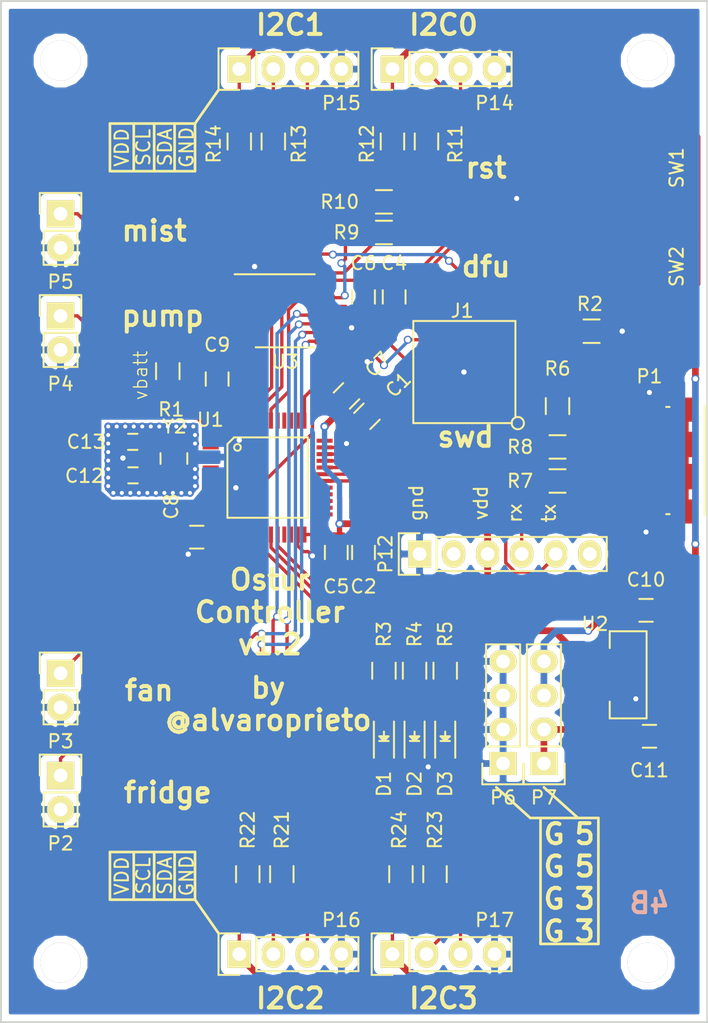
<source format=kicad_pcb>
(kicad_pcb (version 4) (host pcbnew 4.0.2+dfsg1-stable)

  (general
    (links 173)
    (no_connects 4)
    (area 107.874999 76.124999 160.730001 152.475001)
    (thickness 1.6)
    (drawings 49)
    (tracks 548)
    (zones 0)
    (modules 89)
    (nets 64)
  )

  (page A4)
  (layers
    (0 F.Cu signal)
    (31 B.Cu signal)
    (32 B.Adhes user)
    (33 F.Adhes user)
    (34 B.Paste user)
    (35 F.Paste user)
    (36 B.SilkS user)
    (37 F.SilkS user)
    (38 B.Mask user)
    (39 F.Mask user)
    (40 Dwgs.User user)
    (41 Cmts.User user)
    (42 Eco1.User user)
    (43 Eco2.User user)
    (44 Edge.Cuts user)
    (45 Margin user)
    (46 B.CrtYd user)
    (47 F.CrtYd user)
    (48 B.Fab user hide)
    (49 F.Fab user hide)
  )

  (setup
    (last_trace_width 0.25)
    (user_trace_width 0.25)
    (user_trace_width 0.4)
    (user_trace_width 0.45)
    (user_trace_width 0.5)
    (trace_clearance 0.2)
    (zone_clearance 0.508)
    (zone_45_only no)
    (trace_min 0.1524)
    (segment_width 0.2)
    (edge_width 0.15)
    (via_size 0.6)
    (via_drill 0.4)
    (via_min_size 0.4)
    (via_min_drill 0)
    (user_via 0.635 0.381)
    (uvia_size 0.3)
    (uvia_drill 0.1)
    (uvias_allowed no)
    (uvia_min_size 0.2)
    (uvia_min_drill 0.1)
    (pcb_text_width 0.3)
    (pcb_text_size 1.5 1.5)
    (mod_edge_width 0.15)
    (mod_text_size 1 1)
    (mod_text_width 0.15)
    (pad_size 0.6 0.6)
    (pad_drill 0.3)
    (pad_to_mask_clearance 0.2)
    (aux_axis_origin 107.95 152.4)
    (grid_origin 190.5 152.4)
    (visible_elements FFFEFF7B)
    (pcbplotparams
      (layerselection 0x00030_80000001)
      (usegerberextensions false)
      (excludeedgelayer true)
      (linewidth 0.100000)
      (plotframeref false)
      (viasonmask false)
      (mode 1)
      (useauxorigin false)
      (hpglpennumber 1)
      (hpglpenspeed 20)
      (hpglpendiameter 15)
      (hpglpenoverlay 2)
      (psnegative false)
      (psa4output false)
      (plotreference true)
      (plotvalue true)
      (plotinvisibletext false)
      (padsonsilk false)
      (subtractmaskfromsilk false)
      (outputformat 4)
      (mirror false)
      (drillshape 0)
      (scaleselection 1)
      (outputdirectory /home/alvaro/Desktop/osturController))
  )

  (net 0 "")
  (net 1 VDD)
  (net 2 GND)
  (net 3 +5V)
  (net 4 "Net-(C12-Pad1)")
  (net 5 "Net-(C13-Pad1)")
  (net 6 "Net-(D1-Pad2)")
  (net 7 "Net-(D2-Pad2)")
  (net 8 "Net-(D3-Pad2)")
  (net 9 "Net-(P1-Pad3)")
  (net 10 "Net-(P1-Pad2)")
  (net 11 "Net-(P1-Pad4)")
  (net 12 /FRIDGE)
  (net 13 /FAN)
  (net 14 /PUMP)
  (net 15 /MIST)
  (net 16 /SWCLK)
  (net 17 /SWDIO)
  (net 18 /nRST)
  (net 19 "Net-(P12-Pad2)")
  (net 20 /UART1_RX)
  (net 21 /UART1_TX)
  (net 22 "Net-(P12-Pad6)")
  (net 23 /SCL0)
  (net 24 /SDA0)
  (net 25 /SCL1)
  (net 26 /SDA1)
  (net 27 /SCL2)
  (net 28 /SDA2)
  (net 29 /SCL3)
  (net 30 /SDA3)
  (net 31 /boot0)
  (net 32 /LED0)
  (net 33 /LED1)
  (net 34 /LED2)
  (net 35 /USB_DP)
  (net 36 /USB_DM)
  (net 37 /SDA)
  (net 38 /SCL)
  (net 39 "Net-(U1-Pad2)")
  (net 40 "Net-(U1-Pad29)")
  (net 41 /TCA_nRST)
  (net 42 "Net-(U1-Pad5)")
  (net 43 "Net-(U1-Pad6)")
  (net 44 "Net-(J1-Pad7)")
  (net 45 "Net-(J1-Pad9)")
  (net 46 "Net-(J1-Pad6)")
  (net 47 "Net-(J1-Pad8)")
  (net 48 "Net-(R1-Pad2)")
  (net 49 "Net-(U1-Pad10)")
  (net 50 "Net-(U1-Pad11)")
  (net 51 "Net-(U1-Pad12)")
  (net 52 "Net-(U1-Pad17)")
  (net 53 "Net-(U1-Pad21)")
  (net 54 "Net-(U1-Pad22)")
  (net 55 "Net-(U1-Pad38)")
  (net 56 "Net-(U1-Pad39)")
  (net 57 "Net-(U1-Pad40)")
  (net 58 "Net-(U1-Pad41)")
  (net 59 "Net-(U1-Pad46)")
  (net 60 "Net-(U1-Pad25)")
  (net 61 "Net-(U1-Pad26)")
  (net 62 "Net-(U1-Pad27)")
  (net 63 "Net-(U1-Pad28)")

  (net_class Default "This is the default net class."
    (clearance 0.2)
    (trace_width 0.25)
    (via_dia 0.6)
    (via_drill 0.4)
    (uvia_dia 0.3)
    (uvia_drill 0.1)
    (add_net +5V)
    (add_net /FAN)
    (add_net /FRIDGE)
    (add_net /LED0)
    (add_net /LED1)
    (add_net /LED2)
    (add_net /MIST)
    (add_net /PUMP)
    (add_net /SCL)
    (add_net /SCL0)
    (add_net /SCL1)
    (add_net /SCL2)
    (add_net /SCL3)
    (add_net /SDA)
    (add_net /SDA0)
    (add_net /SDA1)
    (add_net /SDA2)
    (add_net /SDA3)
    (add_net /SWCLK)
    (add_net /SWDIO)
    (add_net /TCA_nRST)
    (add_net /UART1_RX)
    (add_net /UART1_TX)
    (add_net /USB_DM)
    (add_net /USB_DP)
    (add_net /boot0)
    (add_net /nRST)
    (add_net GND)
    (add_net "Net-(C12-Pad1)")
    (add_net "Net-(C13-Pad1)")
    (add_net "Net-(D1-Pad2)")
    (add_net "Net-(D2-Pad2)")
    (add_net "Net-(D3-Pad2)")
    (add_net "Net-(J1-Pad6)")
    (add_net "Net-(J1-Pad7)")
    (add_net "Net-(J1-Pad8)")
    (add_net "Net-(J1-Pad9)")
    (add_net "Net-(P1-Pad2)")
    (add_net "Net-(P1-Pad3)")
    (add_net "Net-(P1-Pad4)")
    (add_net "Net-(P12-Pad2)")
    (add_net "Net-(P12-Pad6)")
    (add_net "Net-(R1-Pad2)")
    (add_net "Net-(U1-Pad10)")
    (add_net "Net-(U1-Pad11)")
    (add_net "Net-(U1-Pad12)")
    (add_net "Net-(U1-Pad17)")
    (add_net "Net-(U1-Pad2)")
    (add_net "Net-(U1-Pad21)")
    (add_net "Net-(U1-Pad22)")
    (add_net "Net-(U1-Pad25)")
    (add_net "Net-(U1-Pad26)")
    (add_net "Net-(U1-Pad27)")
    (add_net "Net-(U1-Pad28)")
    (add_net "Net-(U1-Pad29)")
    (add_net "Net-(U1-Pad38)")
    (add_net "Net-(U1-Pad39)")
    (add_net "Net-(U1-Pad40)")
    (add_net "Net-(U1-Pad41)")
    (add_net "Net-(U1-Pad46)")
    (add_net "Net-(U1-Pad5)")
    (add_net "Net-(U1-Pad6)")
    (add_net VDD)
  )

  (module Pin_Headers:Pin_Header_Straight_1x02 (layer F.Cu) (tedit 54EA090C) (tstamp 58295C95)
    (at 112.395 126.365)
    (descr "Through hole pin header")
    (tags "pin header")
    (path /582A77DE)
    (fp_text reference P3 (at 0 5.08 180) (layer F.SilkS)
      (effects (font (size 1 1) (thickness 0.15)))
    )
    (fp_text value FAN (at 0 -3.1) (layer F.Fab)
      (effects (font (size 1 1) (thickness 0.15)))
    )
    (fp_line (start 1.27 1.27) (end 1.27 3.81) (layer F.SilkS) (width 0.15))
    (fp_line (start 1.55 -1.55) (end 1.55 0) (layer F.SilkS) (width 0.15))
    (fp_line (start -1.75 -1.75) (end -1.75 4.3) (layer F.CrtYd) (width 0.05))
    (fp_line (start 1.75 -1.75) (end 1.75 4.3) (layer F.CrtYd) (width 0.05))
    (fp_line (start -1.75 -1.75) (end 1.75 -1.75) (layer F.CrtYd) (width 0.05))
    (fp_line (start -1.75 4.3) (end 1.75 4.3) (layer F.CrtYd) (width 0.05))
    (fp_line (start 1.27 1.27) (end -1.27 1.27) (layer F.SilkS) (width 0.15))
    (fp_line (start -1.55 0) (end -1.55 -1.55) (layer F.SilkS) (width 0.15))
    (fp_line (start -1.55 -1.55) (end 1.55 -1.55) (layer F.SilkS) (width 0.15))
    (fp_line (start -1.27 1.27) (end -1.27 3.81) (layer F.SilkS) (width 0.15))
    (fp_line (start -1.27 3.81) (end 1.27 3.81) (layer F.SilkS) (width 0.15))
    (pad 1 thru_hole rect (at 0 0) (size 2.032 2.032) (drill 1.016) (layers *.Cu *.Mask F.SilkS)
      (net 13 /FAN))
    (pad 2 thru_hole oval (at 0 2.54) (size 2.032 2.032) (drill 1.016) (layers *.Cu *.Mask F.SilkS)
      (net 2 GND))
    (model Pin_Headers.3dshapes/Pin_Header_Straight_1x02.wrl
      (at (xyz 0 -0.05 0))
      (scale (xyz 1 1 1))
      (rotate (xyz 0 0 90))
    )
  )

  (module Pin_Headers:Pin_Header_Straight_1x04 (layer F.Cu) (tedit 0) (tstamp 58295CB1)
    (at 148.463 133.096 180)
    (descr "Through hole pin header")
    (tags "pin header")
    (path /582A64CE)
    (fp_text reference P7 (at 0 -2.54 180) (layer F.SilkS)
      (effects (font (size 1 1) (thickness 0.15)))
    )
    (fp_text value VDD (at 0 -3.1 180) (layer F.Fab)
      (effects (font (size 1 1) (thickness 0.15)))
    )
    (fp_line (start -1.75 -1.75) (end -1.75 9.4) (layer F.CrtYd) (width 0.05))
    (fp_line (start 1.75 -1.75) (end 1.75 9.4) (layer F.CrtYd) (width 0.05))
    (fp_line (start -1.75 -1.75) (end 1.75 -1.75) (layer F.CrtYd) (width 0.05))
    (fp_line (start -1.75 9.4) (end 1.75 9.4) (layer F.CrtYd) (width 0.05))
    (fp_line (start -1.27 1.27) (end -1.27 8.89) (layer F.SilkS) (width 0.15))
    (fp_line (start 1.27 1.27) (end 1.27 8.89) (layer F.SilkS) (width 0.15))
    (fp_line (start 1.55 -1.55) (end 1.55 0) (layer F.SilkS) (width 0.15))
    (fp_line (start -1.27 8.89) (end 1.27 8.89) (layer F.SilkS) (width 0.15))
    (fp_line (start 1.27 1.27) (end -1.27 1.27) (layer F.SilkS) (width 0.15))
    (fp_line (start -1.55 0) (end -1.55 -1.55) (layer F.SilkS) (width 0.15))
    (fp_line (start -1.55 -1.55) (end 1.55 -1.55) (layer F.SilkS) (width 0.15))
    (pad 1 thru_hole rect (at 0 0 180) (size 2.032 1.7272) (drill 1.016) (layers *.Cu *.Mask F.SilkS)
      (net 1 VDD))
    (pad 2 thru_hole oval (at 0 2.54 180) (size 2.032 1.7272) (drill 1.016) (layers *.Cu *.Mask F.SilkS)
      (net 1 VDD))
    (pad 3 thru_hole oval (at 0 5.08 180) (size 2.032 1.7272) (drill 1.016) (layers *.Cu *.Mask F.SilkS)
      (net 3 +5V))
    (pad 4 thru_hole oval (at 0 7.62 180) (size 2.032 1.7272) (drill 1.016) (layers *.Cu *.Mask F.SilkS)
      (net 3 +5V))
    (model Pin_Headers.3dshapes/Pin_Header_Straight_1x04.wrl
      (at (xyz 0 -0.15 0))
      (scale (xyz 1 1 1))
      (rotate (xyz 0 0 90))
    )
  )

  (module Capacitors_SMD:C_0805 (layer F.Cu) (tedit 5415D6EA) (tstamp 58295C50)
    (at 124.079 104.41 90)
    (descr "Capacitor SMD 0805, reflow soldering, AVX (see smccp.pdf)")
    (tags "capacitor 0805")
    (path /582977AF)
    (attr smd)
    (fp_text reference C9 (at 2.556 0 360) (layer F.SilkS)
      (effects (font (size 1 1) (thickness 0.15)))
    )
    (fp_text value 4.7uF (at 0 2.1 90) (layer F.Fab)
      (effects (font (size 1 1) (thickness 0.15)))
    )
    (fp_line (start -1.8 -1) (end 1.8 -1) (layer F.CrtYd) (width 0.05))
    (fp_line (start -1.8 1) (end 1.8 1) (layer F.CrtYd) (width 0.05))
    (fp_line (start -1.8 -1) (end -1.8 1) (layer F.CrtYd) (width 0.05))
    (fp_line (start 1.8 -1) (end 1.8 1) (layer F.CrtYd) (width 0.05))
    (fp_line (start 0.5 -0.85) (end -0.5 -0.85) (layer F.SilkS) (width 0.15))
    (fp_line (start -0.5 0.85) (end 0.5 0.85) (layer F.SilkS) (width 0.15))
    (pad 1 smd rect (at -1 0 90) (size 1 1.25) (layers F.Cu F.Paste F.Mask)
      (net 1 VDD))
    (pad 2 smd rect (at 1 0 90) (size 1 1.25) (layers F.Cu F.Paste F.Mask)
      (net 2 GND))
    (model Capacitors_SMD.3dshapes/C_0805.wrl
      (at (xyz 0 0 0))
      (scale (xyz 1 1 1))
      (rotate (xyz 0 0 0))
    )
  )

  (module Housings_SSOP:TSSOP-16_4.4x5mm_Pitch0.65mm (layer F.Cu) (tedit 54130A77) (tstamp 587645EA)
    (at 129.159 99.314)
    (descr "16-Lead Plastic Thin Shrink Small Outline (ST)-4.4 mm Body [TSSOP] (see Microchip Packaging Specification 00000049BS.pdf)")
    (tags "SSOP 0.65")
    (path /5876DD07)
    (attr smd)
    (fp_text reference U3 (at 0 3.81) (layer F.SilkS)
      (effects (font (size 1 1) (thickness 0.15)))
    )
    (fp_text value tca9546a (at 0 3.55) (layer F.Fab)
      (effects (font (size 1 1) (thickness 0.15)))
    )
    (fp_line (start -3.95 -2.8) (end -3.95 2.8) (layer F.CrtYd) (width 0.05))
    (fp_line (start 3.95 -2.8) (end 3.95 2.8) (layer F.CrtYd) (width 0.05))
    (fp_line (start -3.95 -2.8) (end 3.95 -2.8) (layer F.CrtYd) (width 0.05))
    (fp_line (start -3.95 2.8) (end 3.95 2.8) (layer F.CrtYd) (width 0.05))
    (fp_line (start -2.2 2.725) (end 2.2 2.725) (layer F.SilkS) (width 0.15))
    (fp_line (start -3.775 -2.725) (end 2.2 -2.725) (layer F.SilkS) (width 0.15))
    (pad 1 smd rect (at -2.95 -2.275) (size 1.5 0.45) (layers F.Cu F.Paste F.Mask)
      (net 2 GND))
    (pad 2 smd rect (at -2.95 -1.625) (size 1.5 0.45) (layers F.Cu F.Paste F.Mask)
      (net 2 GND))
    (pad 3 smd rect (at -2.95 -0.975) (size 1.5 0.45) (layers F.Cu F.Paste F.Mask)
      (net 41 /TCA_nRST))
    (pad 4 smd rect (at -2.95 -0.325) (size 1.5 0.45) (layers F.Cu F.Paste F.Mask)
      (net 24 /SDA0))
    (pad 5 smd rect (at -2.95 0.325) (size 1.5 0.45) (layers F.Cu F.Paste F.Mask)
      (net 23 /SCL0))
    (pad 6 smd rect (at -2.95 0.975) (size 1.5 0.45) (layers F.Cu F.Paste F.Mask)
      (net 26 /SDA1))
    (pad 7 smd rect (at -2.95 1.625) (size 1.5 0.45) (layers F.Cu F.Paste F.Mask)
      (net 25 /SCL1))
    (pad 8 smd rect (at -2.95 2.275) (size 1.5 0.45) (layers F.Cu F.Paste F.Mask)
      (net 2 GND))
    (pad 9 smd rect (at 2.95 2.275) (size 1.5 0.45) (layers F.Cu F.Paste F.Mask)
      (net 28 /SDA2))
    (pad 10 smd rect (at 2.95 1.625) (size 1.5 0.45) (layers F.Cu F.Paste F.Mask)
      (net 27 /SCL2))
    (pad 11 smd rect (at 2.95 0.975) (size 1.5 0.45) (layers F.Cu F.Paste F.Mask)
      (net 30 /SDA3))
    (pad 12 smd rect (at 2.95 0.325) (size 1.5 0.45) (layers F.Cu F.Paste F.Mask)
      (net 29 /SCL3))
    (pad 13 smd rect (at 2.95 -0.325) (size 1.5 0.45) (layers F.Cu F.Paste F.Mask)
      (net 2 GND))
    (pad 14 smd rect (at 2.95 -0.975) (size 1.5 0.45) (layers F.Cu F.Paste F.Mask)
      (net 38 /SCL))
    (pad 15 smd rect (at 2.95 -1.625) (size 1.5 0.45) (layers F.Cu F.Paste F.Mask)
      (net 37 /SDA))
    (pad 16 smd rect (at 2.95 -2.275) (size 1.5 0.45) (layers F.Cu F.Paste F.Mask)
      (net 1 VDD))
    (model Housings_SSOP.3dshapes/TSSOP-16_4.4x5mm_Pitch0.65mm.wrl
      (at (xyz 0 0 0))
      (scale (xyz 1 1 1))
      (rotate (xyz 0 0 0))
    )
  )

  (module footprints:via-0.6mm (layer F.Cu) (tedit 58963A8A) (tstamp 58963B23)
    (at 122.428 109.22)
    (fp_text reference REF** (at 0 1) (layer F.SilkS) hide
      (effects (font (size 1 1) (thickness 0.15)))
    )
    (fp_text value via-0.6mm (at 0 -1) (layer F.Fab) hide
      (effects (font (size 1 1) (thickness 0.15)))
    )
    (pad 1 thru_hole circle (at 0 0) (size 0.6 0.6) (drill 0.3) (layers *.Cu)
      (net 2 GND) (zone_connect 2))
  )

  (module footprints:via-0.6mm (layer F.Cu) (tedit 58963A8A) (tstamp 58963B1F)
    (at 122.428 108.585)
    (fp_text reference REF** (at 0 1) (layer F.SilkS) hide
      (effects (font (size 1 1) (thickness 0.15)))
    )
    (fp_text value via-0.6mm (at 0 -1) (layer F.Fab) hide
      (effects (font (size 1 1) (thickness 0.15)))
    )
    (pad 1 thru_hole circle (at 0 0) (size 0.6 0.6) (drill 0.3) (layers *.Cu)
      (net 2 GND) (zone_connect 2))
  )

  (module footprints:via-0.6mm (layer F.Cu) (tedit 58963A8A) (tstamp 58963B1B)
    (at 122.301 107.95)
    (fp_text reference REF** (at 0 1) (layer F.SilkS) hide
      (effects (font (size 1 1) (thickness 0.15)))
    )
    (fp_text value via-0.6mm (at 0 -1) (layer F.Fab) hide
      (effects (font (size 1 1) (thickness 0.15)))
    )
    (pad 1 thru_hole circle (at 0 0) (size 0.6 0.6) (drill 0.3) (layers *.Cu)
      (net 2 GND) (zone_connect 2))
  )

  (module footprints:via-0.6mm (layer F.Cu) (tedit 58963A8A) (tstamp 58963B17)
    (at 121.666 107.95)
    (fp_text reference REF** (at 0 1) (layer F.SilkS) hide
      (effects (font (size 1 1) (thickness 0.15)))
    )
    (fp_text value via-0.6mm (at 0 -1) (layer F.Fab) hide
      (effects (font (size 1 1) (thickness 0.15)))
    )
    (pad 1 thru_hole circle (at 0 0) (size 0.6 0.6) (drill 0.3) (layers *.Cu)
      (net 2 GND) (zone_connect 2))
  )

  (module footprints:via-0.6mm (layer F.Cu) (tedit 58963A8A) (tstamp 58963B13)
    (at 121.031 107.95)
    (fp_text reference REF** (at 0 1) (layer F.SilkS) hide
      (effects (font (size 1 1) (thickness 0.15)))
    )
    (fp_text value via-0.6mm (at 0 -1) (layer F.Fab) hide
      (effects (font (size 1 1) (thickness 0.15)))
    )
    (pad 1 thru_hole circle (at 0 0) (size 0.6 0.6) (drill 0.3) (layers *.Cu)
      (net 2 GND) (zone_connect 2))
  )

  (module footprints:via-0.6mm (layer F.Cu) (tedit 58963A8A) (tstamp 58963B0F)
    (at 120.396 107.95)
    (fp_text reference REF** (at 0 1) (layer F.SilkS) hide
      (effects (font (size 1 1) (thickness 0.15)))
    )
    (fp_text value via-0.6mm (at 0 -1) (layer F.Fab) hide
      (effects (font (size 1 1) (thickness 0.15)))
    )
    (pad 1 thru_hole circle (at 0 0) (size 0.6 0.6) (drill 0.3) (layers *.Cu)
      (net 2 GND) (zone_connect 2))
  )

  (module footprints:via-0.6mm (layer F.Cu) (tedit 58963A8A) (tstamp 58963B0B)
    (at 119.761 107.95)
    (fp_text reference REF** (at 0 1) (layer F.SilkS) hide
      (effects (font (size 1 1) (thickness 0.15)))
    )
    (fp_text value via-0.6mm (at 0 -1) (layer F.Fab) hide
      (effects (font (size 1 1) (thickness 0.15)))
    )
    (pad 1 thru_hole circle (at 0 0) (size 0.6 0.6) (drill 0.3) (layers *.Cu)
      (net 2 GND) (zone_connect 2))
  )

  (module footprints:via-0.6mm (layer F.Cu) (tedit 58963A8A) (tstamp 58963B07)
    (at 119.126 107.95)
    (fp_text reference REF** (at 0 1) (layer F.SilkS) hide
      (effects (font (size 1 1) (thickness 0.15)))
    )
    (fp_text value via-0.6mm (at 0 -1) (layer F.Fab) hide
      (effects (font (size 1 1) (thickness 0.15)))
    )
    (pad 1 thru_hole circle (at 0 0) (size 0.6 0.6) (drill 0.3) (layers *.Cu)
      (net 2 GND) (zone_connect 2))
  )

  (module footprints:via-0.6mm (layer F.Cu) (tedit 58963A8A) (tstamp 58963B03)
    (at 118.491 107.95)
    (fp_text reference REF** (at 0 1) (layer F.SilkS) hide
      (effects (font (size 1 1) (thickness 0.15)))
    )
    (fp_text value via-0.6mm (at 0 -1) (layer F.Fab) hide
      (effects (font (size 1 1) (thickness 0.15)))
    )
    (pad 1 thru_hole circle (at 0 0) (size 0.6 0.6) (drill 0.3) (layers *.Cu)
      (net 2 GND) (zone_connect 2))
  )

  (module footprints:via-0.6mm (layer F.Cu) (tedit 58963A8A) (tstamp 58963AFF)
    (at 117.856 107.95)
    (fp_text reference REF** (at 0 1) (layer F.SilkS) hide
      (effects (font (size 1 1) (thickness 0.15)))
    )
    (fp_text value via-0.6mm (at 0 -1) (layer F.Fab) hide
      (effects (font (size 1 1) (thickness 0.15)))
    )
    (pad 1 thru_hole circle (at 0 0) (size 0.6 0.6) (drill 0.3) (layers *.Cu)
      (net 2 GND) (zone_connect 2))
  )

  (module footprints:via-0.6mm (layer F.Cu) (tedit 58963A8A) (tstamp 58963AFB)
    (at 117.221 107.95)
    (fp_text reference REF** (at 0 1) (layer F.SilkS) hide
      (effects (font (size 1 1) (thickness 0.15)))
    )
    (fp_text value via-0.6mm (at 0 -1) (layer F.Fab) hide
      (effects (font (size 1 1) (thickness 0.15)))
    )
    (pad 1 thru_hole circle (at 0 0) (size 0.6 0.6) (drill 0.3) (layers *.Cu)
      (net 2 GND) (zone_connect 2))
  )

  (module footprints:via-0.6mm (layer F.Cu) (tedit 58963A8A) (tstamp 58963AF7)
    (at 116.586 107.95)
    (fp_text reference REF** (at 0 1) (layer F.SilkS) hide
      (effects (font (size 1 1) (thickness 0.15)))
    )
    (fp_text value via-0.6mm (at 0 -1) (layer F.Fab) hide
      (effects (font (size 1 1) (thickness 0.15)))
    )
    (pad 1 thru_hole circle (at 0 0) (size 0.6 0.6) (drill 0.3) (layers *.Cu)
      (net 2 GND) (zone_connect 2))
  )

  (module footprints:via-0.6mm (layer F.Cu) (tedit 58963A8A) (tstamp 58963AF3)
    (at 115.951 107.95)
    (fp_text reference REF** (at 0 1) (layer F.SilkS) hide
      (effects (font (size 1 1) (thickness 0.15)))
    )
    (fp_text value via-0.6mm (at 0 -1) (layer F.Fab) hide
      (effects (font (size 1 1) (thickness 0.15)))
    )
    (pad 1 thru_hole circle (at 0 0) (size 0.6 0.6) (drill 0.3) (layers *.Cu)
      (net 2 GND) (zone_connect 2))
  )

  (module footprints:via-0.6mm (layer F.Cu) (tedit 58963A8A) (tstamp 58963AEF)
    (at 115.951 108.585)
    (fp_text reference REF** (at 0 1) (layer F.SilkS) hide
      (effects (font (size 1 1) (thickness 0.15)))
    )
    (fp_text value via-0.6mm (at 0 -1) (layer F.Fab) hide
      (effects (font (size 1 1) (thickness 0.15)))
    )
    (pad 1 thru_hole circle (at 0 0) (size 0.6 0.6) (drill 0.3) (layers *.Cu)
      (net 2 GND) (zone_connect 2))
  )

  (module footprints:via-0.6mm (layer F.Cu) (tedit 58963A8A) (tstamp 58963AEB)
    (at 115.951 109.22)
    (fp_text reference REF** (at 0 1) (layer F.SilkS) hide
      (effects (font (size 1 1) (thickness 0.15)))
    )
    (fp_text value via-0.6mm (at 0 -1) (layer F.Fab) hide
      (effects (font (size 1 1) (thickness 0.15)))
    )
    (pad 1 thru_hole circle (at 0 0) (size 0.6 0.6) (drill 0.3) (layers *.Cu)
      (net 2 GND) (zone_connect 2))
  )

  (module footprints:via-0.6mm (layer F.Cu) (tedit 58963A8A) (tstamp 58963AE7)
    (at 115.951 109.855)
    (fp_text reference REF** (at 0 1) (layer F.SilkS) hide
      (effects (font (size 1 1) (thickness 0.15)))
    )
    (fp_text value via-0.6mm (at 0 -1) (layer F.Fab) hide
      (effects (font (size 1 1) (thickness 0.15)))
    )
    (pad 1 thru_hole circle (at 0 0) (size 0.6 0.6) (drill 0.3) (layers *.Cu)
      (net 2 GND) (zone_connect 2))
  )

  (module footprints:via-0.6mm (layer F.Cu) (tedit 58963A8A) (tstamp 58963AE3)
    (at 115.951 110.49)
    (fp_text reference REF** (at 0 1) (layer F.SilkS) hide
      (effects (font (size 1 1) (thickness 0.15)))
    )
    (fp_text value via-0.6mm (at 0 -1) (layer F.Fab) hide
      (effects (font (size 1 1) (thickness 0.15)))
    )
    (pad 1 thru_hole circle (at 0 0) (size 0.6 0.6) (drill 0.3) (layers *.Cu)
      (net 2 GND) (zone_connect 2))
  )

  (module footprints:via-0.6mm (layer F.Cu) (tedit 58963A8A) (tstamp 58963ADF)
    (at 115.951 111.125)
    (fp_text reference REF** (at 0 1) (layer F.SilkS) hide
      (effects (font (size 1 1) (thickness 0.15)))
    )
    (fp_text value via-0.6mm (at 0 -1) (layer F.Fab) hide
      (effects (font (size 1 1) (thickness 0.15)))
    )
    (pad 1 thru_hole circle (at 0 0) (size 0.6 0.6) (drill 0.3) (layers *.Cu)
      (net 2 GND) (zone_connect 2))
  )

  (module footprints:via-0.6mm (layer F.Cu) (tedit 58963A8A) (tstamp 58963ADB)
    (at 115.951 111.76)
    (fp_text reference REF** (at 0 1) (layer F.SilkS) hide
      (effects (font (size 1 1) (thickness 0.15)))
    )
    (fp_text value via-0.6mm (at 0 -1) (layer F.Fab) hide
      (effects (font (size 1 1) (thickness 0.15)))
    )
    (pad 1 thru_hole circle (at 0 0) (size 0.6 0.6) (drill 0.3) (layers *.Cu)
      (net 2 GND) (zone_connect 2))
  )

  (module footprints:via-0.6mm (layer F.Cu) (tedit 58963A8A) (tstamp 58963AD7)
    (at 115.951 112.395)
    (fp_text reference REF** (at 0 1) (layer F.SilkS) hide
      (effects (font (size 1 1) (thickness 0.15)))
    )
    (fp_text value via-0.6mm (at 0 -1) (layer F.Fab) hide
      (effects (font (size 1 1) (thickness 0.15)))
    )
    (pad 1 thru_hole circle (at 0 0) (size 0.6 0.6) (drill 0.3) (layers *.Cu)
      (net 2 GND) (zone_connect 2))
  )

  (module footprints:via-0.6mm (layer F.Cu) (tedit 58963A8A) (tstamp 58963AD3)
    (at 116.332 112.903)
    (fp_text reference REF** (at 0 1) (layer F.SilkS) hide
      (effects (font (size 1 1) (thickness 0.15)))
    )
    (fp_text value via-0.6mm (at 0 -1) (layer F.Fab) hide
      (effects (font (size 1 1) (thickness 0.15)))
    )
    (pad 1 thru_hole circle (at 0 0) (size 0.6 0.6) (drill 0.3) (layers *.Cu)
      (net 2 GND) (zone_connect 2))
  )

  (module footprints:via-0.6mm (layer F.Cu) (tedit 58963A8A) (tstamp 58963ACF)
    (at 116.967 112.903)
    (fp_text reference REF** (at 0 1) (layer F.SilkS) hide
      (effects (font (size 1 1) (thickness 0.15)))
    )
    (fp_text value via-0.6mm (at 0 -1) (layer F.Fab) hide
      (effects (font (size 1 1) (thickness 0.15)))
    )
    (pad 1 thru_hole circle (at 0 0) (size 0.6 0.6) (drill 0.3) (layers *.Cu)
      (net 2 GND) (zone_connect 2))
  )

  (module footprints:via-0.6mm (layer F.Cu) (tedit 58963A8A) (tstamp 58963ACB)
    (at 117.602 112.903)
    (fp_text reference REF** (at 0 1) (layer F.SilkS) hide
      (effects (font (size 1 1) (thickness 0.15)))
    )
    (fp_text value via-0.6mm (at 0 -1) (layer F.Fab) hide
      (effects (font (size 1 1) (thickness 0.15)))
    )
    (pad 1 thru_hole circle (at 0 0) (size 0.6 0.6) (drill 0.3) (layers *.Cu)
      (net 2 GND) (zone_connect 2))
  )

  (module footprints:via-0.6mm (layer F.Cu) (tedit 58963A8A) (tstamp 58963AC7)
    (at 118.237 112.903)
    (fp_text reference REF** (at 0 1) (layer F.SilkS) hide
      (effects (font (size 1 1) (thickness 0.15)))
    )
    (fp_text value via-0.6mm (at 0 -1) (layer F.Fab) hide
      (effects (font (size 1 1) (thickness 0.15)))
    )
    (pad 1 thru_hole circle (at 0 0) (size 0.6 0.6) (drill 0.3) (layers *.Cu)
      (net 2 GND) (zone_connect 2))
  )

  (module footprints:via-0.6mm (layer F.Cu) (tedit 58963A8A) (tstamp 58963AC3)
    (at 118.872 112.903)
    (fp_text reference REF** (at 0 1) (layer F.SilkS) hide
      (effects (font (size 1 1) (thickness 0.15)))
    )
    (fp_text value via-0.6mm (at 0 -1) (layer F.Fab) hide
      (effects (font (size 1 1) (thickness 0.15)))
    )
    (pad 1 thru_hole circle (at 0 0) (size 0.6 0.6) (drill 0.3) (layers *.Cu)
      (net 2 GND) (zone_connect 2))
  )

  (module footprints:via-0.6mm (layer F.Cu) (tedit 58963A8A) (tstamp 58963ABF)
    (at 119.507 112.903)
    (fp_text reference REF** (at 0 1) (layer F.SilkS) hide
      (effects (font (size 1 1) (thickness 0.15)))
    )
    (fp_text value via-0.6mm (at 0 -1) (layer F.Fab) hide
      (effects (font (size 1 1) (thickness 0.15)))
    )
    (pad 1 thru_hole circle (at 0 0) (size 0.6 0.6) (drill 0.3) (layers *.Cu)
      (net 2 GND) (zone_connect 2))
  )

  (module footprints:via-0.6mm (layer F.Cu) (tedit 58963A8A) (tstamp 58963ABB)
    (at 120.142 112.903)
    (fp_text reference REF** (at 0 1) (layer F.SilkS) hide
      (effects (font (size 1 1) (thickness 0.15)))
    )
    (fp_text value via-0.6mm (at 0 -1) (layer F.Fab) hide
      (effects (font (size 1 1) (thickness 0.15)))
    )
    (pad 1 thru_hole circle (at 0 0) (size 0.6 0.6) (drill 0.3) (layers *.Cu)
      (net 2 GND) (zone_connect 2))
  )

  (module footprints:via-0.6mm (layer F.Cu) (tedit 58963A8A) (tstamp 58963AB7)
    (at 120.777 112.903)
    (fp_text reference REF** (at 0 1) (layer F.SilkS) hide
      (effects (font (size 1 1) (thickness 0.15)))
    )
    (fp_text value via-0.6mm (at 0 -1) (layer F.Fab) hide
      (effects (font (size 1 1) (thickness 0.15)))
    )
    (pad 1 thru_hole circle (at 0 0) (size 0.6 0.6) (drill 0.3) (layers *.Cu)
      (net 2 GND) (zone_connect 2))
  )

  (module footprints:via-0.6mm (layer F.Cu) (tedit 58963A8A) (tstamp 58963AAC)
    (at 122.047 112.903)
    (fp_text reference REF** (at 0 1) (layer F.SilkS) hide
      (effects (font (size 1 1) (thickness 0.15)))
    )
    (fp_text value via-0.6mm (at 0 -1) (layer F.Fab) hide
      (effects (font (size 1 1) (thickness 0.15)))
    )
    (pad 1 thru_hole circle (at 0 0) (size 0.6 0.6) (drill 0.3) (layers *.Cu)
      (net 2 GND) (zone_connect 2))
  )

  (module footprints:via-0.6mm (layer F.Cu) (tedit 58963A8A) (tstamp 58963AA8)
    (at 122.428 112.395)
    (fp_text reference REF** (at 0 1) (layer F.SilkS) hide
      (effects (font (size 1 1) (thickness 0.15)))
    )
    (fp_text value via-0.6mm (at 0 -1) (layer F.Fab) hide
      (effects (font (size 1 1) (thickness 0.15)))
    )
    (pad 1 thru_hole circle (at 0 0) (size 0.6 0.6) (drill 0.3) (layers *.Cu)
      (net 2 GND) (zone_connect 2))
  )

  (module footprints:via-0.6mm (layer F.Cu) (tedit 58963A8A) (tstamp 58963AA4)
    (at 122.428 111.76)
    (fp_text reference REF** (at 0 1) (layer F.SilkS) hide
      (effects (font (size 1 1) (thickness 0.15)))
    )
    (fp_text value via-0.6mm (at 0 -1) (layer F.Fab) hide
      (effects (font (size 1 1) (thickness 0.15)))
    )
    (pad 1 thru_hole circle (at 0 0) (size 0.6 0.6) (drill 0.3) (layers *.Cu)
      (net 2 GND) (zone_connect 2))
  )

  (module footprints:via-0.6mm (layer F.Cu) (tedit 58963A8A) (tstamp 58963AA0)
    (at 122.428 111.125)
    (fp_text reference REF** (at 0 1) (layer F.SilkS) hide
      (effects (font (size 1 1) (thickness 0.15)))
    )
    (fp_text value via-0.6mm (at 0 -1) (layer F.Fab) hide
      (effects (font (size 1 1) (thickness 0.15)))
    )
    (pad 1 thru_hole circle (at 0 0) (size 0.6 0.6) (drill 0.3) (layers *.Cu)
      (net 2 GND) (zone_connect 2))
  )

  (module Mounting_Holes:MountingHole_3mm (layer F.Cu) (tedit 582BDBA2) (tstamp 582BDB93)
    (at 156.21 147.955)
    (descr "Mounting hole, Befestigungsbohrung, 3mm, No Annular, Kein Restring,")
    (tags "Mounting hole, Befestigungsbohrung, 3mm, No Annular, Kein Restring,")
    (fp_text reference REF** (at 0 -4.0005) (layer F.SilkS) hide
      (effects (font (size 1 1) (thickness 0.15)))
    )
    (fp_text value MountingHole_3mm (at 1.00076 5.00126) (layer F.Fab)
      (effects (font (size 1 1) (thickness 0.15)))
    )
    (fp_circle (center 0 0) (end 3 0) (layer Cmts.User) (width 0.381))
    (pad 1 thru_hole circle (at 0 0) (size 3 3) (drill 3) (layers))
  )

  (module footprints:LQFP48 (layer F.Cu) (tedit 5606CEE6) (tstamp 58295DF9)
    (at 127.845 111.76 270)
    (path /5829163C)
    (fp_text reference U1 (at -4.318 4.274 360) (layer F.SilkS)
      (effects (font (size 1 1) (thickness 0.15)))
    )
    (fp_text value stm32f072x (at 0 0 270) (layer F.Fab) hide
      (effects (font (size 1 1) (thickness 0.15)))
    )
    (fp_circle (center -2.25 2.25) (end -2 2.25) (layer F.SilkS) (width 0.15))
    (fp_line (start -2.5 3) (end -3 2.5) (layer F.SilkS) (width 0.15))
    (fp_line (start 3 -3) (end -3 -3) (layer F.SilkS) (width 0.15))
    (fp_line (start 3 3) (end 3 -3) (layer F.SilkS) (width 0.15))
    (fp_line (start -2.5 3) (end 3 3) (layer F.SilkS) (width 0.15))
    (fp_line (start -3 -3) (end -3 2.5) (layer F.SilkS) (width 0.15))
    (pad 20 smd rect (at 4.25 -0.75 270) (size 1.2 0.3) (layers F.Cu F.Paste F.Mask)
      (net 34 /LED2))
    (pad 1 smd rect (at -2.75 4.25 270) (size 0.3 1.2) (layers F.Cu F.Paste F.Mask)
      (net 48 "Net-(R1-Pad2)"))
    (pad 2 smd rect (at -2.25 4.25 270) (size 0.3 1.2) (layers F.Cu F.Paste F.Mask)
      (net 39 "Net-(U1-Pad2)"))
    (pad 3 smd rect (at -1.75 4.25 270) (size 0.3 1.2) (layers F.Cu F.Paste F.Mask)
      (net 5 "Net-(C13-Pad1)"))
    (pad 4 smd rect (at -1.25 4.25 270) (size 0.3 1.2) (layers F.Cu F.Paste F.Mask)
      (net 4 "Net-(C12-Pad1)"))
    (pad 5 smd rect (at -0.75 4.25 270) (size 0.3 1.2) (layers F.Cu F.Paste F.Mask)
      (net 42 "Net-(U1-Pad5)"))
    (pad 6 smd rect (at -0.25 4.25 270) (size 0.3 1.2) (layers F.Cu F.Paste F.Mask)
      (net 43 "Net-(U1-Pad6)"))
    (pad 7 smd rect (at 0.25 4.25 270) (size 0.3 1.2) (layers F.Cu F.Paste F.Mask)
      (net 18 /nRST))
    (pad 8 smd rect (at 0.75 4.25 270) (size 0.3 1.2) (layers F.Cu F.Paste F.Mask)
      (net 2 GND))
    (pad 9 smd rect (at 1.25 4.25 270) (size 0.3 1.2) (layers F.Cu F.Paste F.Mask)
      (net 1 VDD))
    (pad 10 smd rect (at 1.75 4.25 270) (size 0.3 1.2) (layers F.Cu F.Paste F.Mask)
      (net 49 "Net-(U1-Pad10)"))
    (pad 11 smd rect (at 2.25 4.25 270) (size 0.3 1.2) (layers F.Cu F.Paste F.Mask)
      (net 50 "Net-(U1-Pad11)"))
    (pad 12 smd rect (at 2.75 4.25 270) (size 0.3 1.2) (layers F.Cu F.Paste F.Mask)
      (net 51 "Net-(U1-Pad12)"))
    (pad 13 smd rect (at 4.25 2.75 270) (size 1.2 0.3) (layers F.Cu F.Paste F.Mask)
      (net 15 /MIST))
    (pad 14 smd rect (at 4.25 2.25 270) (size 1.2 0.3) (layers F.Cu F.Paste F.Mask)
      (net 14 /PUMP))
    (pad 15 smd rect (at 4.25 1.75 270) (size 1.2 0.3) (layers F.Cu F.Paste F.Mask)
      (net 13 /FAN))
    (pad 16 smd rect (at 4.25 1.25 270) (size 1.2 0.3) (layers F.Cu F.Paste F.Mask)
      (net 12 /FRIDGE))
    (pad 17 smd rect (at 4.25 0.75 270) (size 1.2 0.3) (layers F.Cu F.Paste F.Mask)
      (net 52 "Net-(U1-Pad17)"))
    (pad 18 smd rect (at 4.25 0.25 270) (size 1.2 0.3) (layers F.Cu F.Paste F.Mask)
      (net 32 /LED0))
    (pad 19 smd rect (at 4.25 -0.25 270) (size 1.2 0.3) (layers F.Cu F.Paste F.Mask)
      (net 33 /LED1))
    (pad 21 smd rect (at 4.25 -1.25 270) (size 1.2 0.3) (layers F.Cu F.Paste F.Mask)
      (net 53 "Net-(U1-Pad21)"))
    (pad 22 smd rect (at 4.25 -1.75 270) (size 1.2 0.3) (layers F.Cu F.Paste F.Mask)
      (net 54 "Net-(U1-Pad22)"))
    (pad 23 smd rect (at 4.25 -2.25 270) (size 1.2 0.3) (layers F.Cu F.Paste F.Mask)
      (net 2 GND))
    (pad 24 smd rect (at 4.25 -2.75 270) (size 1.2 0.3) (layers F.Cu F.Paste F.Mask)
      (net 1 VDD))
    (pad 25 smd rect (at 2.75 -4.25 270) (size 0.3 1.2) (layers F.Cu F.Paste F.Mask)
      (net 60 "Net-(U1-Pad25)"))
    (pad 26 smd rect (at 2.25 -4.25 270) (size 0.3 1.2) (layers F.Cu F.Paste F.Mask)
      (net 61 "Net-(U1-Pad26)"))
    (pad 27 smd rect (at 1.75 -4.25 270) (size 0.3 1.2) (layers F.Cu F.Paste F.Mask)
      (net 62 "Net-(U1-Pad27)"))
    (pad 28 smd rect (at 1.25 -4.25 270) (size 0.3 1.2) (layers F.Cu F.Paste F.Mask)
      (net 63 "Net-(U1-Pad28)"))
    (pad 29 smd rect (at 0.75 -4.25 270) (size 0.3 1.2) (layers F.Cu F.Paste F.Mask)
      (net 40 "Net-(U1-Pad29)"))
    (pad 30 smd rect (at 0.25 -4.25 270) (size 0.3 1.2) (layers F.Cu F.Paste F.Mask)
      (net 21 /UART1_TX))
    (pad 31 smd rect (at -0.25 -4.25 270) (size 0.3 1.2) (layers F.Cu F.Paste F.Mask)
      (net 20 /UART1_RX))
    (pad 32 smd rect (at -0.75 -4.25 270) (size 0.3 1.2) (layers F.Cu F.Paste F.Mask)
      (net 36 /USB_DM))
    (pad 33 smd rect (at -1.25 -4.25 270) (size 0.3 1.2) (layers F.Cu F.Paste F.Mask)
      (net 35 /USB_DP))
    (pad 34 smd rect (at -1.75 -4.25 270) (size 0.3 1.2) (layers F.Cu F.Paste F.Mask)
      (net 17 /SWDIO))
    (pad 35 smd rect (at -2.25 -4.25 270) (size 0.3 1.2) (layers F.Cu F.Paste F.Mask)
      (net 2 GND))
    (pad 36 smd rect (at -2.75 -4.25 270) (size 0.3 1.2) (layers F.Cu F.Paste F.Mask)
      (net 1 VDD))
    (pad 37 smd rect (at -4.25 -2.75 270) (size 1.2 0.3) (layers F.Cu F.Paste F.Mask)
      (net 16 /SWCLK))
    (pad 38 smd rect (at -4.25 -2.25 270) (size 1.2 0.3) (layers F.Cu F.Paste F.Mask)
      (net 55 "Net-(U1-Pad38)"))
    (pad 39 smd rect (at -4.25 -1.75 270) (size 1.2 0.3) (layers F.Cu F.Paste F.Mask)
      (net 56 "Net-(U1-Pad39)"))
    (pad 40 smd rect (at -4.25 -1.25 270) (size 1.2 0.3) (layers F.Cu F.Paste F.Mask)
      (net 57 "Net-(U1-Pad40)"))
    (pad 41 smd rect (at -4.25 -0.75 270) (size 1.2 0.3) (layers F.Cu F.Paste F.Mask)
      (net 58 "Net-(U1-Pad41)"))
    (pad 42 smd rect (at -4.25 -0.25 270) (size 1.2 0.3) (layers F.Cu F.Paste F.Mask)
      (net 38 /SCL))
    (pad 43 smd rect (at -4.25 0.25 270) (size 1.2 0.3) (layers F.Cu F.Paste F.Mask)
      (net 37 /SDA))
    (pad 44 smd rect (at -4.25 0.75 270) (size 1.2 0.3) (layers F.Cu F.Paste F.Mask)
      (net 31 /boot0))
    (pad 45 smd rect (at -4.25 1.25 270) (size 1.2 0.3) (layers F.Cu F.Paste F.Mask)
      (net 41 /TCA_nRST))
    (pad 46 smd rect (at -4.25 1.75 270) (size 1.2 0.3) (layers F.Cu F.Paste F.Mask)
      (net 59 "Net-(U1-Pad46)"))
    (pad 47 smd rect (at -4.25 2.25 270) (size 1.2 0.3) (layers F.Cu F.Paste F.Mask)
      (net 2 GND))
    (pad 48 smd rect (at -4.25 2.75 270) (size 1.2 0.3) (layers F.Cu F.Paste F.Mask)
      (net 1 VDD))
  )

  (module Mounting_Holes:MountingHole_3mm (layer F.Cu) (tedit 582BDBA2) (tstamp 582BDBC3)
    (at 156.21 80.645)
    (descr "Mounting hole, Befestigungsbohrung, 3mm, No Annular, Kein Restring,")
    (tags "Mounting hole, Befestigungsbohrung, 3mm, No Annular, Kein Restring,")
    (fp_text reference REF** (at 0 -4.0005) (layer F.SilkS) hide
      (effects (font (size 1 1) (thickness 0.15)))
    )
    (fp_text value MountingHole_3mm (at 1.00076 5.00126) (layer F.Fab)
      (effects (font (size 1 1) (thickness 0.15)))
    )
    (fp_circle (center 0 0) (end 3 0) (layer Cmts.User) (width 0.381))
    (pad 1 thru_hole circle (at 0 0) (size 3 3) (drill 3) (layers))
  )

  (module Mounting_Holes:MountingHole_3mm (layer F.Cu) (tedit 582BDBB3) (tstamp 582BDB7F)
    (at 112.395 147.955)
    (descr "Mounting hole, Befestigungsbohrung, 3mm, No Annular, Kein Restring,")
    (tags "Mounting hole, Befestigungsbohrung, 3mm, No Annular, Kein Restring,")
    (fp_text reference REF** (at 0 -4.0005) (layer F.SilkS) hide
      (effects (font (size 1 1) (thickness 0.15)))
    )
    (fp_text value MountingHole_3mm (at 1.00076 5.00126) (layer F.Fab)
      (effects (font (size 1 1) (thickness 0.15)))
    )
    (fp_circle (center 0 0) (end 3 0) (layer Cmts.User) (width 0.381))
    (pad 1 thru_hole circle (at 0 0) (size 3 3) (drill 3) (layers))
  )

  (module Capacitors_SMD:C_0805 (layer F.Cu) (tedit 5415D6EA) (tstamp 58295C20)
    (at 135.255 107.188 45)
    (descr "Capacitor SMD 0805, reflow soldering, AVX (see smccp.pdf)")
    (tags "capacitor 0805")
    (path /58297804)
    (attr smd)
    (fp_text reference C1 (at 3.318 0 45) (layer F.SilkS)
      (effects (font (size 1 1) (thickness 0.15)))
    )
    (fp_text value 100nF (at 0 2.1 45) (layer F.Fab)
      (effects (font (size 1 1) (thickness 0.15)))
    )
    (fp_line (start -1.8 -1) (end 1.8 -1) (layer F.CrtYd) (width 0.05))
    (fp_line (start -1.8 1) (end 1.8 1) (layer F.CrtYd) (width 0.05))
    (fp_line (start -1.8 -1) (end -1.8 1) (layer F.CrtYd) (width 0.05))
    (fp_line (start 1.8 -1) (end 1.8 1) (layer F.CrtYd) (width 0.05))
    (fp_line (start 0.5 -0.85) (end -0.5 -0.85) (layer F.SilkS) (width 0.15))
    (fp_line (start -0.5 0.85) (end 0.5 0.85) (layer F.SilkS) (width 0.15))
    (pad 1 smd rect (at -1 0 45) (size 1 1.25) (layers F.Cu F.Paste F.Mask)
      (net 1 VDD))
    (pad 2 smd rect (at 1 0 45) (size 1 1.25) (layers F.Cu F.Paste F.Mask)
      (net 2 GND))
    (model Capacitors_SMD.3dshapes/C_0805.wrl
      (at (xyz 0 0 0))
      (scale (xyz 1 1 1))
      (rotate (xyz 0 0 0))
    )
  )

  (module Capacitors_SMD:C_0805 (layer F.Cu) (tedit 5415D6EA) (tstamp 58295C32)
    (at 137.287 98.282 270)
    (descr "Capacitor SMD 0805, reflow soldering, AVX (see smccp.pdf)")
    (tags "capacitor 0805")
    (path /58292B60)
    (attr smd)
    (fp_text reference C4 (at -2.524 0 360) (layer F.SilkS)
      (effects (font (size 1 1) (thickness 0.15)))
    )
    (fp_text value 10nF (at 0 2.1 270) (layer F.Fab)
      (effects (font (size 1 1) (thickness 0.15)))
    )
    (fp_line (start -1.8 -1) (end 1.8 -1) (layer F.CrtYd) (width 0.05))
    (fp_line (start -1.8 1) (end 1.8 1) (layer F.CrtYd) (width 0.05))
    (fp_line (start -1.8 -1) (end -1.8 1) (layer F.CrtYd) (width 0.05))
    (fp_line (start 1.8 -1) (end 1.8 1) (layer F.CrtYd) (width 0.05))
    (fp_line (start 0.5 -0.85) (end -0.5 -0.85) (layer F.SilkS) (width 0.15))
    (fp_line (start -0.5 0.85) (end 0.5 0.85) (layer F.SilkS) (width 0.15))
    (pad 1 smd rect (at -1 0 270) (size 1 1.25) (layers F.Cu F.Paste F.Mask)
      (net 1 VDD))
    (pad 2 smd rect (at 1 0 270) (size 1 1.25) (layers F.Cu F.Paste F.Mask)
      (net 2 GND))
    (model Capacitors_SMD.3dshapes/C_0805.wrl
      (at (xyz 0 0 0))
      (scale (xyz 1 1 1))
      (rotate (xyz 0 0 0))
    )
  )

  (module Capacitors_SMD:C_0805 (layer F.Cu) (tedit 5415D6EA) (tstamp 58295C38)
    (at 132.969 117.348 270)
    (descr "Capacitor SMD 0805, reflow soldering, AVX (see smccp.pdf)")
    (tags "capacitor 0805")
    (path /58292A6C)
    (attr smd)
    (fp_text reference C5 (at 2.54 0 360) (layer F.SilkS)
      (effects (font (size 1 1) (thickness 0.15)))
    )
    (fp_text value 100nF (at 0 2.1 270) (layer F.Fab)
      (effects (font (size 1 1) (thickness 0.15)))
    )
    (fp_line (start -1.8 -1) (end 1.8 -1) (layer F.CrtYd) (width 0.05))
    (fp_line (start -1.8 1) (end 1.8 1) (layer F.CrtYd) (width 0.05))
    (fp_line (start -1.8 -1) (end -1.8 1) (layer F.CrtYd) (width 0.05))
    (fp_line (start 1.8 -1) (end 1.8 1) (layer F.CrtYd) (width 0.05))
    (fp_line (start 0.5 -0.85) (end -0.5 -0.85) (layer F.SilkS) (width 0.15))
    (fp_line (start -0.5 0.85) (end 0.5 0.85) (layer F.SilkS) (width 0.15))
    (pad 1 smd rect (at -1 0 270) (size 1 1.25) (layers F.Cu F.Paste F.Mask)
      (net 1 VDD))
    (pad 2 smd rect (at 1 0 270) (size 1 1.25) (layers F.Cu F.Paste F.Mask)
      (net 2 GND))
    (model Capacitors_SMD.3dshapes/C_0805.wrl
      (at (xyz 0 0 0))
      (scale (xyz 1 1 1))
      (rotate (xyz 0 0 0))
    )
  )

  (module Capacitors_SMD:C_0805 (layer F.Cu) (tedit 5415D6EA) (tstamp 58295C3E)
    (at 135.001 98.282 270)
    (descr "Capacitor SMD 0805, reflow soldering, AVX (see smccp.pdf)")
    (tags "capacitor 0805")
    (path /58292ABF)
    (attr smd)
    (fp_text reference C6 (at -2.524 0 360) (layer F.SilkS)
      (effects (font (size 1 1) (thickness 0.15)))
    )
    (fp_text value 100nF (at 0 2.1 270) (layer F.Fab)
      (effects (font (size 1 1) (thickness 0.15)))
    )
    (fp_line (start -1.8 -1) (end 1.8 -1) (layer F.CrtYd) (width 0.05))
    (fp_line (start -1.8 1) (end 1.8 1) (layer F.CrtYd) (width 0.05))
    (fp_line (start -1.8 -1) (end -1.8 1) (layer F.CrtYd) (width 0.05))
    (fp_line (start 1.8 -1) (end 1.8 1) (layer F.CrtYd) (width 0.05))
    (fp_line (start 0.5 -0.85) (end -0.5 -0.85) (layer F.SilkS) (width 0.15))
    (fp_line (start -0.5 0.85) (end 0.5 0.85) (layer F.SilkS) (width 0.15))
    (pad 1 smd rect (at -1 0 270) (size 1 1.25) (layers F.Cu F.Paste F.Mask)
      (net 1 VDD))
    (pad 2 smd rect (at 1 0 270) (size 1 1.25) (layers F.Cu F.Paste F.Mask)
      (net 2 GND))
    (model Capacitors_SMD.3dshapes/C_0805.wrl
      (at (xyz 0 0 0))
      (scale (xyz 1 1 1))
      (rotate (xyz 0 0 0))
    )
  )

  (module Capacitors_SMD:C_0805 (layer F.Cu) (tedit 5415D6EA) (tstamp 58295C44)
    (at 133.731 105.664 45)
    (descr "Capacitor SMD 0805, reflow soldering, AVX (see smccp.pdf)")
    (tags "capacitor 0805")
    (path /58292AF3)
    (attr smd)
    (fp_text reference C7 (at 3.302 0 45) (layer F.SilkS)
      (effects (font (size 1 1) (thickness 0.15)))
    )
    (fp_text value 4.7uF (at 0 2.1 45) (layer F.Fab)
      (effects (font (size 1 1) (thickness 0.15)))
    )
    (fp_line (start -1.8 -1) (end 1.8 -1) (layer F.CrtYd) (width 0.05))
    (fp_line (start -1.8 1) (end 1.8 1) (layer F.CrtYd) (width 0.05))
    (fp_line (start -1.8 -1) (end -1.8 1) (layer F.CrtYd) (width 0.05))
    (fp_line (start 1.8 -1) (end 1.8 1) (layer F.CrtYd) (width 0.05))
    (fp_line (start 0.5 -0.85) (end -0.5 -0.85) (layer F.SilkS) (width 0.15))
    (fp_line (start -0.5 0.85) (end 0.5 0.85) (layer F.SilkS) (width 0.15))
    (pad 1 smd rect (at -1 0 45) (size 1 1.25) (layers F.Cu F.Paste F.Mask)
      (net 1 VDD))
    (pad 2 smd rect (at 1 0 45) (size 1 1.25) (layers F.Cu F.Paste F.Mask)
      (net 2 GND))
    (model Capacitors_SMD.3dshapes/C_0805.wrl
      (at (xyz 0 0 0))
      (scale (xyz 1 1 1))
      (rotate (xyz 0 0 0))
    )
  )

  (module Capacitors_SMD:C_0805 (layer F.Cu) (tedit 5415D6EA) (tstamp 58295C4A)
    (at 122.555 116.205 180)
    (descr "Capacitor SMD 0805, reflow soldering, AVX (see smccp.pdf)")
    (tags "capacitor 0805")
    (path /58292B22)
    (attr smd)
    (fp_text reference C8 (at 1.905 2.286 270) (layer F.SilkS)
      (effects (font (size 1 1) (thickness 0.15)))
    )
    (fp_text value 1uF (at 0 2.1 180) (layer F.Fab)
      (effects (font (size 1 1) (thickness 0.15)))
    )
    (fp_line (start -1.8 -1) (end 1.8 -1) (layer F.CrtYd) (width 0.05))
    (fp_line (start -1.8 1) (end 1.8 1) (layer F.CrtYd) (width 0.05))
    (fp_line (start -1.8 -1) (end -1.8 1) (layer F.CrtYd) (width 0.05))
    (fp_line (start 1.8 -1) (end 1.8 1) (layer F.CrtYd) (width 0.05))
    (fp_line (start 0.5 -0.85) (end -0.5 -0.85) (layer F.SilkS) (width 0.15))
    (fp_line (start -0.5 0.85) (end 0.5 0.85) (layer F.SilkS) (width 0.15))
    (pad 1 smd rect (at -1 0 180) (size 1 1.25) (layers F.Cu F.Paste F.Mask)
      (net 1 VDD))
    (pad 2 smd rect (at 1 0 180) (size 1 1.25) (layers F.Cu F.Paste F.Mask)
      (net 2 GND))
    (model Capacitors_SMD.3dshapes/C_0805.wrl
      (at (xyz 0 0 0))
      (scale (xyz 1 1 1))
      (rotate (xyz 0 0 0))
    )
  )

  (module Capacitors_SMD:C_0805 (layer F.Cu) (tedit 5415D6EA) (tstamp 58295C56)
    (at 156.083 121.666)
    (descr "Capacitor SMD 0805, reflow soldering, AVX (see smccp.pdf)")
    (tags "capacitor 0805")
    (path /582AD781)
    (attr smd)
    (fp_text reference C10 (at 0 -2.286) (layer F.SilkS)
      (effects (font (size 1 1) (thickness 0.15)))
    )
    (fp_text value 100nF (at 0 2.1) (layer F.Fab)
      (effects (font (size 1 1) (thickness 0.15)))
    )
    (fp_line (start -1.8 -1) (end 1.8 -1) (layer F.CrtYd) (width 0.05))
    (fp_line (start -1.8 1) (end 1.8 1) (layer F.CrtYd) (width 0.05))
    (fp_line (start -1.8 -1) (end -1.8 1) (layer F.CrtYd) (width 0.05))
    (fp_line (start 1.8 -1) (end 1.8 1) (layer F.CrtYd) (width 0.05))
    (fp_line (start 0.5 -0.85) (end -0.5 -0.85) (layer F.SilkS) (width 0.15))
    (fp_line (start -0.5 0.85) (end 0.5 0.85) (layer F.SilkS) (width 0.15))
    (pad 1 smd rect (at -1 0) (size 1 1.25) (layers F.Cu F.Paste F.Mask)
      (net 3 +5V))
    (pad 2 smd rect (at 1 0) (size 1 1.25) (layers F.Cu F.Paste F.Mask)
      (net 2 GND))
    (model Capacitors_SMD.3dshapes/C_0805.wrl
      (at (xyz 0 0 0))
      (scale (xyz 1 1 1))
      (rotate (xyz 0 0 0))
    )
  )

  (module Capacitors_SMD:C_0805 (layer F.Cu) (tedit 5415D6EA) (tstamp 58295C5C)
    (at 156.337 131.064)
    (descr "Capacitor SMD 0805, reflow soldering, AVX (see smccp.pdf)")
    (tags "capacitor 0805")
    (path /582AD978)
    (attr smd)
    (fp_text reference C11 (at 0 2.54) (layer F.SilkS)
      (effects (font (size 1 1) (thickness 0.15)))
    )
    (fp_text value 10uF (at 0 2.1) (layer F.Fab)
      (effects (font (size 1 1) (thickness 0.15)))
    )
    (fp_line (start -1.8 -1) (end 1.8 -1) (layer F.CrtYd) (width 0.05))
    (fp_line (start -1.8 1) (end 1.8 1) (layer F.CrtYd) (width 0.05))
    (fp_line (start -1.8 -1) (end -1.8 1) (layer F.CrtYd) (width 0.05))
    (fp_line (start 1.8 -1) (end 1.8 1) (layer F.CrtYd) (width 0.05))
    (fp_line (start 0.5 -0.85) (end -0.5 -0.85) (layer F.SilkS) (width 0.15))
    (fp_line (start -0.5 0.85) (end 0.5 0.85) (layer F.SilkS) (width 0.15))
    (pad 1 smd rect (at -1 0) (size 1 1.25) (layers F.Cu F.Paste F.Mask)
      (net 1 VDD))
    (pad 2 smd rect (at 1 0) (size 1 1.25) (layers F.Cu F.Paste F.Mask)
      (net 2 GND))
    (model Capacitors_SMD.3dshapes/C_0805.wrl
      (at (xyz 0 0 0))
      (scale (xyz 1 1 1))
      (rotate (xyz 0 0 0))
    )
  )

  (module LEDs:LED_0805 (layer F.Cu) (tedit 55BDE1C2) (tstamp 58295C6E)
    (at 136.525 131.064 90)
    (descr "LED 0805 smd package")
    (tags "LED 0805 SMD")
    (path /5829AFC5)
    (attr smd)
    (fp_text reference D1 (at -3.556 0 90) (layer F.SilkS)
      (effects (font (size 1 1) (thickness 0.15)))
    )
    (fp_text value LED0 (at 0 1.75 90) (layer F.Fab)
      (effects (font (size 1 1) (thickness 0.15)))
    )
    (fp_line (start -1.6 0.75) (end 1.1 0.75) (layer F.SilkS) (width 0.15))
    (fp_line (start -1.6 -0.75) (end 1.1 -0.75) (layer F.SilkS) (width 0.15))
    (fp_line (start -0.1 0.15) (end -0.1 -0.1) (layer F.SilkS) (width 0.15))
    (fp_line (start -0.1 -0.1) (end -0.25 0.05) (layer F.SilkS) (width 0.15))
    (fp_line (start -0.35 -0.35) (end -0.35 0.35) (layer F.SilkS) (width 0.15))
    (fp_line (start 0 0) (end 0.35 0) (layer F.SilkS) (width 0.15))
    (fp_line (start -0.35 0) (end 0 -0.35) (layer F.SilkS) (width 0.15))
    (fp_line (start 0 -0.35) (end 0 0.35) (layer F.SilkS) (width 0.15))
    (fp_line (start 0 0.35) (end -0.35 0) (layer F.SilkS) (width 0.15))
    (fp_line (start 1.9 -0.95) (end 1.9 0.95) (layer F.CrtYd) (width 0.05))
    (fp_line (start 1.9 0.95) (end -1.9 0.95) (layer F.CrtYd) (width 0.05))
    (fp_line (start -1.9 0.95) (end -1.9 -0.95) (layer F.CrtYd) (width 0.05))
    (fp_line (start -1.9 -0.95) (end 1.9 -0.95) (layer F.CrtYd) (width 0.05))
    (pad 2 smd rect (at 1.04902 0 270) (size 1.19888 1.19888) (layers F.Cu F.Paste F.Mask)
      (net 6 "Net-(D1-Pad2)"))
    (pad 1 smd rect (at -1.04902 0 270) (size 1.19888 1.19888) (layers F.Cu F.Paste F.Mask)
      (net 2 GND))
    (model LEDs.3dshapes/LED_0805.wrl
      (at (xyz 0 0 0))
      (scale (xyz 1 1 1))
      (rotate (xyz 0 0 0))
    )
  )

  (module LEDs:LED_0805 (layer F.Cu) (tedit 55BDE1C2) (tstamp 58295C74)
    (at 138.811 131.064 90)
    (descr "LED 0805 smd package")
    (tags "LED 0805 SMD")
    (path /5829AF4F)
    (attr smd)
    (fp_text reference D2 (at -3.556 0 90) (layer F.SilkS)
      (effects (font (size 1 1) (thickness 0.15)))
    )
    (fp_text value LED1 (at 0 1.75 90) (layer F.Fab)
      (effects (font (size 1 1) (thickness 0.15)))
    )
    (fp_line (start -1.6 0.75) (end 1.1 0.75) (layer F.SilkS) (width 0.15))
    (fp_line (start -1.6 -0.75) (end 1.1 -0.75) (layer F.SilkS) (width 0.15))
    (fp_line (start -0.1 0.15) (end -0.1 -0.1) (layer F.SilkS) (width 0.15))
    (fp_line (start -0.1 -0.1) (end -0.25 0.05) (layer F.SilkS) (width 0.15))
    (fp_line (start -0.35 -0.35) (end -0.35 0.35) (layer F.SilkS) (width 0.15))
    (fp_line (start 0 0) (end 0.35 0) (layer F.SilkS) (width 0.15))
    (fp_line (start -0.35 0) (end 0 -0.35) (layer F.SilkS) (width 0.15))
    (fp_line (start 0 -0.35) (end 0 0.35) (layer F.SilkS) (width 0.15))
    (fp_line (start 0 0.35) (end -0.35 0) (layer F.SilkS) (width 0.15))
    (fp_line (start 1.9 -0.95) (end 1.9 0.95) (layer F.CrtYd) (width 0.05))
    (fp_line (start 1.9 0.95) (end -1.9 0.95) (layer F.CrtYd) (width 0.05))
    (fp_line (start -1.9 0.95) (end -1.9 -0.95) (layer F.CrtYd) (width 0.05))
    (fp_line (start -1.9 -0.95) (end 1.9 -0.95) (layer F.CrtYd) (width 0.05))
    (pad 2 smd rect (at 1.04902 0 270) (size 1.19888 1.19888) (layers F.Cu F.Paste F.Mask)
      (net 7 "Net-(D2-Pad2)"))
    (pad 1 smd rect (at -1.04902 0 270) (size 1.19888 1.19888) (layers F.Cu F.Paste F.Mask)
      (net 2 GND))
    (model LEDs.3dshapes/LED_0805.wrl
      (at (xyz 0 0 0))
      (scale (xyz 1 1 1))
      (rotate (xyz 0 0 0))
    )
  )

  (module LEDs:LED_0805 (layer F.Cu) (tedit 55BDE1C2) (tstamp 58295C7A)
    (at 141.097 131.064 90)
    (descr "LED 0805 smd package")
    (tags "LED 0805 SMD")
    (path /5829AECD)
    (attr smd)
    (fp_text reference D3 (at -3.556 0 90) (layer F.SilkS)
      (effects (font (size 1 1) (thickness 0.15)))
    )
    (fp_text value LED2 (at 0 1.75 90) (layer F.Fab)
      (effects (font (size 1 1) (thickness 0.15)))
    )
    (fp_line (start -1.6 0.75) (end 1.1 0.75) (layer F.SilkS) (width 0.15))
    (fp_line (start -1.6 -0.75) (end 1.1 -0.75) (layer F.SilkS) (width 0.15))
    (fp_line (start -0.1 0.15) (end -0.1 -0.1) (layer F.SilkS) (width 0.15))
    (fp_line (start -0.1 -0.1) (end -0.25 0.05) (layer F.SilkS) (width 0.15))
    (fp_line (start -0.35 -0.35) (end -0.35 0.35) (layer F.SilkS) (width 0.15))
    (fp_line (start 0 0) (end 0.35 0) (layer F.SilkS) (width 0.15))
    (fp_line (start -0.35 0) (end 0 -0.35) (layer F.SilkS) (width 0.15))
    (fp_line (start 0 -0.35) (end 0 0.35) (layer F.SilkS) (width 0.15))
    (fp_line (start 0 0.35) (end -0.35 0) (layer F.SilkS) (width 0.15))
    (fp_line (start 1.9 -0.95) (end 1.9 0.95) (layer F.CrtYd) (width 0.05))
    (fp_line (start 1.9 0.95) (end -1.9 0.95) (layer F.CrtYd) (width 0.05))
    (fp_line (start -1.9 0.95) (end -1.9 -0.95) (layer F.CrtYd) (width 0.05))
    (fp_line (start -1.9 -0.95) (end 1.9 -0.95) (layer F.CrtYd) (width 0.05))
    (pad 2 smd rect (at 1.04902 0 270) (size 1.19888 1.19888) (layers F.Cu F.Paste F.Mask)
      (net 8 "Net-(D3-Pad2)"))
    (pad 1 smd rect (at -1.04902 0 270) (size 1.19888 1.19888) (layers F.Cu F.Paste F.Mask)
      (net 2 GND))
    (model LEDs.3dshapes/LED_0805.wrl
      (at (xyz 0 0 0))
      (scale (xyz 1 1 1))
      (rotate (xyz 0 0 0))
    )
  )

  (module footprints:USB_MICRO_B (layer F.Cu) (tedit 5606DE3A) (tstamp 58295C89)
    (at 156.337 110.49 90)
    (path /582A896C)
    (fp_text reference P1 (at 6.28 0 180) (layer F.SilkS)
      (effects (font (size 1 1) (thickness 0.15)))
    )
    (fp_text value USB_OTG (at 0 5.25 90) (layer F.Fab) hide
      (effects (font (size 1 1) (thickness 0.15)))
    )
    (fp_line (start -4 1.25) (end -4 1.5) (layer F.SilkS) (width 0.15))
    (fp_line (start 4 1.25) (end 4 1.5) (layer F.SilkS) (width 0.15))
    (fp_line (start -4.1 4.125) (end 4.1 4.125) (layer F.SilkS) (width 0.15))
    (pad 6 smd rect (at 1.2 2.675 90) (size 1.9 1.9) (layers F.Cu F.Paste F.Mask)
      (net 2 GND))
    (pad 6 smd rect (at -1.2 2.675 90) (size 1.9 1.9) (layers F.Cu F.Paste F.Mask)
      (net 2 GND))
    (pad 6 smd rect (at 3.8 2.675 90) (size 1.8 1.9) (layers F.Cu F.Paste F.Mask)
      (net 2 GND))
    (pad 6 smd rect (at 3.1 0.125 90) (size 2.1 1.6) (layers F.Cu F.Paste F.Mask)
      (net 2 GND))
    (pad 3 smd rect (at 0 0 90) (size 0.4 1.35) (layers F.Cu F.Paste F.Mask)
      (net 9 "Net-(P1-Pad3)"))
    (pad 2 smd rect (at -0.65 0 90) (size 0.4 1.35) (layers F.Cu F.Paste F.Mask)
      (net 10 "Net-(P1-Pad2)"))
    (pad 4 smd rect (at 0.65 0 90) (size 0.4 1.35) (layers F.Cu F.Paste F.Mask)
      (net 11 "Net-(P1-Pad4)"))
    (pad 1 smd rect (at -1.3 0 90) (size 0.4 1.35) (layers F.Cu F.Paste F.Mask)
      (net 3 +5V))
    (pad 5 smd rect (at 1.3 0 90) (size 0.4 1.35) (layers F.Cu F.Paste F.Mask)
      (net 2 GND))
    (pad 6 smd rect (at -3.1 0.125 90) (size 2.1 1.6) (layers F.Cu F.Paste F.Mask)
      (net 2 GND))
    (pad 6 smd rect (at -3.8 2.675 90) (size 1.8 1.9) (layers F.Cu F.Paste F.Mask)
      (net 2 GND))
  )

  (module Pin_Headers:Pin_Header_Straight_1x02 (layer F.Cu) (tedit 54EA090C) (tstamp 58295C8F)
    (at 112.395 133.985)
    (descr "Through hole pin header")
    (tags "pin header")
    (path /582A726E)
    (fp_text reference P2 (at 0 5.08) (layer F.SilkS)
      (effects (font (size 1 1) (thickness 0.15)))
    )
    (fp_text value FRIDGE (at 0 -3.1) (layer F.Fab)
      (effects (font (size 1 1) (thickness 0.15)))
    )
    (fp_line (start 1.27 1.27) (end 1.27 3.81) (layer F.SilkS) (width 0.15))
    (fp_line (start 1.55 -1.55) (end 1.55 0) (layer F.SilkS) (width 0.15))
    (fp_line (start -1.75 -1.75) (end -1.75 4.3) (layer F.CrtYd) (width 0.05))
    (fp_line (start 1.75 -1.75) (end 1.75 4.3) (layer F.CrtYd) (width 0.05))
    (fp_line (start -1.75 -1.75) (end 1.75 -1.75) (layer F.CrtYd) (width 0.05))
    (fp_line (start -1.75 4.3) (end 1.75 4.3) (layer F.CrtYd) (width 0.05))
    (fp_line (start 1.27 1.27) (end -1.27 1.27) (layer F.SilkS) (width 0.15))
    (fp_line (start -1.55 0) (end -1.55 -1.55) (layer F.SilkS) (width 0.15))
    (fp_line (start -1.55 -1.55) (end 1.55 -1.55) (layer F.SilkS) (width 0.15))
    (fp_line (start -1.27 1.27) (end -1.27 3.81) (layer F.SilkS) (width 0.15))
    (fp_line (start -1.27 3.81) (end 1.27 3.81) (layer F.SilkS) (width 0.15))
    (pad 1 thru_hole rect (at 0 0) (size 2.032 2.032) (drill 1.016) (layers *.Cu *.Mask F.SilkS)
      (net 12 /FRIDGE))
    (pad 2 thru_hole oval (at 0 2.54) (size 2.032 2.032) (drill 1.016) (layers *.Cu *.Mask F.SilkS)
      (net 2 GND))
    (model Pin_Headers.3dshapes/Pin_Header_Straight_1x02.wrl
      (at (xyz 0 -0.05 0))
      (scale (xyz 1 1 1))
      (rotate (xyz 0 0 90))
    )
  )

  (module Pin_Headers:Pin_Header_Straight_1x02 (layer F.Cu) (tedit 54EA090C) (tstamp 58295C9B)
    (at 112.395 99.695)
    (descr "Through hole pin header")
    (tags "pin header")
    (path /582A7828)
    (fp_text reference P4 (at 0 5.08 180) (layer F.SilkS)
      (effects (font (size 1 1) (thickness 0.15)))
    )
    (fp_text value PUMP (at 0 -3.1) (layer F.Fab)
      (effects (font (size 1 1) (thickness 0.15)))
    )
    (fp_line (start 1.27 1.27) (end 1.27 3.81) (layer F.SilkS) (width 0.15))
    (fp_line (start 1.55 -1.55) (end 1.55 0) (layer F.SilkS) (width 0.15))
    (fp_line (start -1.75 -1.75) (end -1.75 4.3) (layer F.CrtYd) (width 0.05))
    (fp_line (start 1.75 -1.75) (end 1.75 4.3) (layer F.CrtYd) (width 0.05))
    (fp_line (start -1.75 -1.75) (end 1.75 -1.75) (layer F.CrtYd) (width 0.05))
    (fp_line (start -1.75 4.3) (end 1.75 4.3) (layer F.CrtYd) (width 0.05))
    (fp_line (start 1.27 1.27) (end -1.27 1.27) (layer F.SilkS) (width 0.15))
    (fp_line (start -1.55 0) (end -1.55 -1.55) (layer F.SilkS) (width 0.15))
    (fp_line (start -1.55 -1.55) (end 1.55 -1.55) (layer F.SilkS) (width 0.15))
    (fp_line (start -1.27 1.27) (end -1.27 3.81) (layer F.SilkS) (width 0.15))
    (fp_line (start -1.27 3.81) (end 1.27 3.81) (layer F.SilkS) (width 0.15))
    (pad 1 thru_hole rect (at 0 0) (size 2.032 2.032) (drill 1.016) (layers *.Cu *.Mask F.SilkS)
      (net 14 /PUMP))
    (pad 2 thru_hole oval (at 0 2.54) (size 2.032 2.032) (drill 1.016) (layers *.Cu *.Mask F.SilkS)
      (net 2 GND))
    (model Pin_Headers.3dshapes/Pin_Header_Straight_1x02.wrl
      (at (xyz 0 -0.05 0))
      (scale (xyz 1 1 1))
      (rotate (xyz 0 0 90))
    )
  )

  (module Pin_Headers:Pin_Header_Straight_1x02 (layer F.Cu) (tedit 54EA090C) (tstamp 58295CA1)
    (at 112.395 92.075)
    (descr "Through hole pin header")
    (tags "pin header")
    (path /582A78A2)
    (fp_text reference P5 (at 0 5.08 180) (layer F.SilkS)
      (effects (font (size 1 1) (thickness 0.15)))
    )
    (fp_text value MIST (at 0 -3.1) (layer F.Fab)
      (effects (font (size 1 1) (thickness 0.15)))
    )
    (fp_line (start 1.27 1.27) (end 1.27 3.81) (layer F.SilkS) (width 0.15))
    (fp_line (start 1.55 -1.55) (end 1.55 0) (layer F.SilkS) (width 0.15))
    (fp_line (start -1.75 -1.75) (end -1.75 4.3) (layer F.CrtYd) (width 0.05))
    (fp_line (start 1.75 -1.75) (end 1.75 4.3) (layer F.CrtYd) (width 0.05))
    (fp_line (start -1.75 -1.75) (end 1.75 -1.75) (layer F.CrtYd) (width 0.05))
    (fp_line (start -1.75 4.3) (end 1.75 4.3) (layer F.CrtYd) (width 0.05))
    (fp_line (start 1.27 1.27) (end -1.27 1.27) (layer F.SilkS) (width 0.15))
    (fp_line (start -1.55 0) (end -1.55 -1.55) (layer F.SilkS) (width 0.15))
    (fp_line (start -1.55 -1.55) (end 1.55 -1.55) (layer F.SilkS) (width 0.15))
    (fp_line (start -1.27 1.27) (end -1.27 3.81) (layer F.SilkS) (width 0.15))
    (fp_line (start -1.27 3.81) (end 1.27 3.81) (layer F.SilkS) (width 0.15))
    (pad 1 thru_hole rect (at 0 0) (size 2.032 2.032) (drill 1.016) (layers *.Cu *.Mask F.SilkS)
      (net 15 /MIST))
    (pad 2 thru_hole oval (at 0 2.54) (size 2.032 2.032) (drill 1.016) (layers *.Cu *.Mask F.SilkS)
      (net 2 GND))
    (model Pin_Headers.3dshapes/Pin_Header_Straight_1x02.wrl
      (at (xyz 0 -0.05 0))
      (scale (xyz 1 1 1))
      (rotate (xyz 0 0 90))
    )
  )

  (module Pin_Headers:Pin_Header_Straight_1x04 (layer F.Cu) (tedit 0) (tstamp 58295CA9)
    (at 145.415 133.096 180)
    (descr "Through hole pin header")
    (tags "pin header")
    (path /582A579E)
    (fp_text reference P6 (at 0 -2.54 180) (layer F.SilkS)
      (effects (font (size 1 1) (thickness 0.15)))
    )
    (fp_text value GND (at 0 -3.1 180) (layer F.Fab)
      (effects (font (size 1 1) (thickness 0.15)))
    )
    (fp_line (start -1.75 -1.75) (end -1.75 9.4) (layer F.CrtYd) (width 0.05))
    (fp_line (start 1.75 -1.75) (end 1.75 9.4) (layer F.CrtYd) (width 0.05))
    (fp_line (start -1.75 -1.75) (end 1.75 -1.75) (layer F.CrtYd) (width 0.05))
    (fp_line (start -1.75 9.4) (end 1.75 9.4) (layer F.CrtYd) (width 0.05))
    (fp_line (start -1.27 1.27) (end -1.27 8.89) (layer F.SilkS) (width 0.15))
    (fp_line (start 1.27 1.27) (end 1.27 8.89) (layer F.SilkS) (width 0.15))
    (fp_line (start 1.55 -1.55) (end 1.55 0) (layer F.SilkS) (width 0.15))
    (fp_line (start -1.27 8.89) (end 1.27 8.89) (layer F.SilkS) (width 0.15))
    (fp_line (start 1.27 1.27) (end -1.27 1.27) (layer F.SilkS) (width 0.15))
    (fp_line (start -1.55 0) (end -1.55 -1.55) (layer F.SilkS) (width 0.15))
    (fp_line (start -1.55 -1.55) (end 1.55 -1.55) (layer F.SilkS) (width 0.15))
    (pad 1 thru_hole rect (at 0 0 180) (size 2.032 1.7272) (drill 1.016) (layers *.Cu *.Mask F.SilkS)
      (net 2 GND))
    (pad 2 thru_hole oval (at 0 2.54 180) (size 2.032 1.7272) (drill 1.016) (layers *.Cu *.Mask F.SilkS)
      (net 2 GND))
    (pad 3 thru_hole oval (at 0 5.08 180) (size 2.032 1.7272) (drill 1.016) (layers *.Cu *.Mask F.SilkS)
      (net 2 GND))
    (pad 4 thru_hole oval (at 0 7.62 180) (size 2.032 1.7272) (drill 1.016) (layers *.Cu *.Mask F.SilkS)
      (net 2 GND))
    (model Pin_Headers.3dshapes/Pin_Header_Straight_1x04.wrl
      (at (xyz 0 -0.15 0))
      (scale (xyz 1 1 1))
      (rotate (xyz 0 0 90))
    )
  )

  (module Pin_Headers:Pin_Header_Straight_1x06 (layer F.Cu) (tedit 582AA3B5) (tstamp 58295CDB)
    (at 139.182748 117.462814 90)
    (descr "Through hole pin header")
    (tags "pin header")
    (path /5829CA0B)
    (fp_text reference P12 (at 0 -2.54 270) (layer F.SilkS)
      (effects (font (size 1 1) (thickness 0.15)))
    )
    (fp_text value UART0 (at 0 -3.1 90) (layer F.Fab)
      (effects (font (size 1 1) (thickness 0.15)))
    )
    (fp_line (start -1.75 -1.75) (end -1.75 14.45) (layer F.CrtYd) (width 0.05))
    (fp_line (start 1.75 -1.75) (end 1.75 14.45) (layer F.CrtYd) (width 0.05))
    (fp_line (start -1.75 -1.75) (end 1.75 -1.75) (layer F.CrtYd) (width 0.05))
    (fp_line (start -1.75 14.45) (end 1.75 14.45) (layer F.CrtYd) (width 0.05))
    (fp_line (start 1.27 1.27) (end 1.27 13.97) (layer F.SilkS) (width 0.15))
    (fp_line (start 1.27 13.97) (end -1.27 13.97) (layer F.SilkS) (width 0.15))
    (fp_line (start -1.27 13.97) (end -1.27 1.27) (layer F.SilkS) (width 0.15))
    (fp_line (start 1.55 -1.55) (end 1.55 0) (layer F.SilkS) (width 0.15))
    (fp_line (start 1.27 1.27) (end -1.27 1.27) (layer F.SilkS) (width 0.15))
    (fp_line (start -1.55 0) (end -1.55 -1.55) (layer F.SilkS) (width 0.15))
    (fp_line (start -1.55 -1.55) (end 1.55 -1.55) (layer F.SilkS) (width 0.15))
    (pad 1 thru_hole rect (at 0 0 90) (size 2.032 1.7272) (drill 1.016) (layers *.Cu *.Mask F.SilkS)
      (net 2 GND))
    (pad 2 thru_hole oval (at 0 2.54 90) (size 2.032 1.7272) (drill 1.016) (layers *.Cu *.Mask F.SilkS)
      (net 19 "Net-(P12-Pad2)"))
    (pad 3 thru_hole oval (at 0 5.08 90) (size 2.032 1.7272) (drill 1.016) (layers *.Cu *.Mask F.SilkS)
      (net 1 VDD))
    (pad 4 thru_hole oval (at 0 7.62 90) (size 2.032 1.7272) (drill 1.016) (layers *.Cu *.Mask F.SilkS)
      (net 20 /UART1_RX))
    (pad 5 thru_hole oval (at 0 10.16 90) (size 2.032 1.7272) (drill 1.016) (layers *.Cu *.Mask F.SilkS)
      (net 21 /UART1_TX))
    (pad 6 thru_hole oval (at 0 12.7 90) (size 2.032 1.7272) (drill 1.016) (layers *.Cu *.Mask F.SilkS)
      (net 22 "Net-(P12-Pad6)"))
    (model Pin_Headers.3dshapes/Pin_Header_Straight_1x06.wrl
      (at (xyz 0 -0.25 0))
      (scale (xyz 1 1 1))
      (rotate (xyz 0 0 90))
    )
  )

  (module Pin_Headers:Pin_Header_Straight_1x04 (layer F.Cu) (tedit 0) (tstamp 58295CEB)
    (at 137.16 81.28 90)
    (descr "Through hole pin header")
    (tags "pin header")
    (path /58299458)
    (fp_text reference P14 (at -2.54 7.62 180) (layer F.SilkS)
      (effects (font (size 1 1) (thickness 0.15)))
    )
    (fp_text value I2C0 (at 0 -3.1 90) (layer F.Fab)
      (effects (font (size 1 1) (thickness 0.15)))
    )
    (fp_line (start -1.75 -1.75) (end -1.75 9.4) (layer F.CrtYd) (width 0.05))
    (fp_line (start 1.75 -1.75) (end 1.75 9.4) (layer F.CrtYd) (width 0.05))
    (fp_line (start -1.75 -1.75) (end 1.75 -1.75) (layer F.CrtYd) (width 0.05))
    (fp_line (start -1.75 9.4) (end 1.75 9.4) (layer F.CrtYd) (width 0.05))
    (fp_line (start -1.27 1.27) (end -1.27 8.89) (layer F.SilkS) (width 0.15))
    (fp_line (start 1.27 1.27) (end 1.27 8.89) (layer F.SilkS) (width 0.15))
    (fp_line (start 1.55 -1.55) (end 1.55 0) (layer F.SilkS) (width 0.15))
    (fp_line (start -1.27 8.89) (end 1.27 8.89) (layer F.SilkS) (width 0.15))
    (fp_line (start 1.27 1.27) (end -1.27 1.27) (layer F.SilkS) (width 0.15))
    (fp_line (start -1.55 0) (end -1.55 -1.55) (layer F.SilkS) (width 0.15))
    (fp_line (start -1.55 -1.55) (end 1.55 -1.55) (layer F.SilkS) (width 0.15))
    (pad 1 thru_hole rect (at 0 0 90) (size 2.032 1.7272) (drill 1.016) (layers *.Cu *.Mask F.SilkS)
      (net 1 VDD))
    (pad 2 thru_hole oval (at 0 2.54 90) (size 2.032 1.7272) (drill 1.016) (layers *.Cu *.Mask F.SilkS)
      (net 23 /SCL0))
    (pad 3 thru_hole oval (at 0 5.08 90) (size 2.032 1.7272) (drill 1.016) (layers *.Cu *.Mask F.SilkS)
      (net 24 /SDA0))
    (pad 4 thru_hole oval (at 0 7.62 90) (size 2.032 1.7272) (drill 1.016) (layers *.Cu *.Mask F.SilkS)
      (net 2 GND))
    (model Pin_Headers.3dshapes/Pin_Header_Straight_1x04.wrl
      (at (xyz 0 -0.15 0))
      (scale (xyz 1 1 1))
      (rotate (xyz 0 0 90))
    )
  )

  (module Pin_Headers:Pin_Header_Straight_1x04 (layer F.Cu) (tedit 0) (tstamp 58295CF3)
    (at 125.73 81.28 90)
    (descr "Through hole pin header")
    (tags "pin header")
    (path /5829A537)
    (fp_text reference P15 (at -2.54 7.62 180) (layer F.SilkS)
      (effects (font (size 1 1) (thickness 0.15)))
    )
    (fp_text value I2C1 (at 0 -3.1 90) (layer F.Fab)
      (effects (font (size 1 1) (thickness 0.15)))
    )
    (fp_line (start -1.75 -1.75) (end -1.75 9.4) (layer F.CrtYd) (width 0.05))
    (fp_line (start 1.75 -1.75) (end 1.75 9.4) (layer F.CrtYd) (width 0.05))
    (fp_line (start -1.75 -1.75) (end 1.75 -1.75) (layer F.CrtYd) (width 0.05))
    (fp_line (start -1.75 9.4) (end 1.75 9.4) (layer F.CrtYd) (width 0.05))
    (fp_line (start -1.27 1.27) (end -1.27 8.89) (layer F.SilkS) (width 0.15))
    (fp_line (start 1.27 1.27) (end 1.27 8.89) (layer F.SilkS) (width 0.15))
    (fp_line (start 1.55 -1.55) (end 1.55 0) (layer F.SilkS) (width 0.15))
    (fp_line (start -1.27 8.89) (end 1.27 8.89) (layer F.SilkS) (width 0.15))
    (fp_line (start 1.27 1.27) (end -1.27 1.27) (layer F.SilkS) (width 0.15))
    (fp_line (start -1.55 0) (end -1.55 -1.55) (layer F.SilkS) (width 0.15))
    (fp_line (start -1.55 -1.55) (end 1.55 -1.55) (layer F.SilkS) (width 0.15))
    (pad 1 thru_hole rect (at 0 0 90) (size 2.032 1.7272) (drill 1.016) (layers *.Cu *.Mask F.SilkS)
      (net 1 VDD))
    (pad 2 thru_hole oval (at 0 2.54 90) (size 2.032 1.7272) (drill 1.016) (layers *.Cu *.Mask F.SilkS)
      (net 25 /SCL1))
    (pad 3 thru_hole oval (at 0 5.08 90) (size 2.032 1.7272) (drill 1.016) (layers *.Cu *.Mask F.SilkS)
      (net 26 /SDA1))
    (pad 4 thru_hole oval (at 0 7.62 90) (size 2.032 1.7272) (drill 1.016) (layers *.Cu *.Mask F.SilkS)
      (net 2 GND))
    (model Pin_Headers.3dshapes/Pin_Header_Straight_1x04.wrl
      (at (xyz 0 -0.15 0))
      (scale (xyz 1 1 1))
      (rotate (xyz 0 0 90))
    )
  )

  (module Resistors_SMD:R_0805 (layer F.Cu) (tedit 5415CDEB) (tstamp 58295D35)
    (at 152.019 100.838 180)
    (descr "Resistor SMD 0805, reflow soldering, Vishay (see dcrcw.pdf)")
    (tags "resistor 0805")
    (path /5829384E)
    (attr smd)
    (fp_text reference R2 (at 0.127 2.032 180) (layer F.SilkS)
      (effects (font (size 1 1) (thickness 0.15)))
    )
    (fp_text value 10k (at 0 2.1 180) (layer F.Fab)
      (effects (font (size 1 1) (thickness 0.15)))
    )
    (fp_line (start -1.6 -1) (end 1.6 -1) (layer F.CrtYd) (width 0.05))
    (fp_line (start -1.6 1) (end 1.6 1) (layer F.CrtYd) (width 0.05))
    (fp_line (start -1.6 -1) (end -1.6 1) (layer F.CrtYd) (width 0.05))
    (fp_line (start 1.6 -1) (end 1.6 1) (layer F.CrtYd) (width 0.05))
    (fp_line (start 0.6 0.875) (end -0.6 0.875) (layer F.SilkS) (width 0.15))
    (fp_line (start -0.6 -0.875) (end 0.6 -0.875) (layer F.SilkS) (width 0.15))
    (pad 1 smd rect (at -0.95 0 180) (size 0.7 1.3) (layers F.Cu F.Paste F.Mask)
      (net 2 GND))
    (pad 2 smd rect (at 0.95 0 180) (size 0.7 1.3) (layers F.Cu F.Paste F.Mask)
      (net 31 /boot0))
    (model Resistors_SMD.3dshapes/R_0805.wrl
      (at (xyz 0 0 0))
      (scale (xyz 1 1 1))
      (rotate (xyz 0 0 0))
    )
  )

  (module Resistors_SMD:R_0805 (layer F.Cu) (tedit 5415CDEB) (tstamp 58295D3B)
    (at 136.525 126.172 90)
    (descr "Resistor SMD 0805, reflow soldering, Vishay (see dcrcw.pdf)")
    (tags "resistor 0805")
    (path /5829B199)
    (attr smd)
    (fp_text reference R3 (at 2.728 0 90) (layer F.SilkS)
      (effects (font (size 1 1) (thickness 0.15)))
    )
    (fp_text value 680 (at 0 2.1 90) (layer F.Fab)
      (effects (font (size 1 1) (thickness 0.15)))
    )
    (fp_line (start -1.6 -1) (end 1.6 -1) (layer F.CrtYd) (width 0.05))
    (fp_line (start -1.6 1) (end 1.6 1) (layer F.CrtYd) (width 0.05))
    (fp_line (start -1.6 -1) (end -1.6 1) (layer F.CrtYd) (width 0.05))
    (fp_line (start 1.6 -1) (end 1.6 1) (layer F.CrtYd) (width 0.05))
    (fp_line (start 0.6 0.875) (end -0.6 0.875) (layer F.SilkS) (width 0.15))
    (fp_line (start -0.6 -0.875) (end 0.6 -0.875) (layer F.SilkS) (width 0.15))
    (pad 1 smd rect (at -0.95 0 90) (size 0.7 1.3) (layers F.Cu F.Paste F.Mask)
      (net 6 "Net-(D1-Pad2)"))
    (pad 2 smd rect (at 0.95 0 90) (size 0.7 1.3) (layers F.Cu F.Paste F.Mask)
      (net 32 /LED0))
    (model Resistors_SMD.3dshapes/R_0805.wrl
      (at (xyz 0 0 0))
      (scale (xyz 1 1 1))
      (rotate (xyz 0 0 0))
    )
  )

  (module Resistors_SMD:R_0805 (layer F.Cu) (tedit 5415CDEB) (tstamp 58295D41)
    (at 138.811 126.172 90)
    (descr "Resistor SMD 0805, reflow soldering, Vishay (see dcrcw.pdf)")
    (tags "resistor 0805")
    (path /5829B12A)
    (attr smd)
    (fp_text reference R4 (at 2.728 0 90) (layer F.SilkS)
      (effects (font (size 1 1) (thickness 0.15)))
    )
    (fp_text value 680 (at 0 2.1 90) (layer F.Fab)
      (effects (font (size 1 1) (thickness 0.15)))
    )
    (fp_line (start -1.6 -1) (end 1.6 -1) (layer F.CrtYd) (width 0.05))
    (fp_line (start -1.6 1) (end 1.6 1) (layer F.CrtYd) (width 0.05))
    (fp_line (start -1.6 -1) (end -1.6 1) (layer F.CrtYd) (width 0.05))
    (fp_line (start 1.6 -1) (end 1.6 1) (layer F.CrtYd) (width 0.05))
    (fp_line (start 0.6 0.875) (end -0.6 0.875) (layer F.SilkS) (width 0.15))
    (fp_line (start -0.6 -0.875) (end 0.6 -0.875) (layer F.SilkS) (width 0.15))
    (pad 1 smd rect (at -0.95 0 90) (size 0.7 1.3) (layers F.Cu F.Paste F.Mask)
      (net 7 "Net-(D2-Pad2)"))
    (pad 2 smd rect (at 0.95 0 90) (size 0.7 1.3) (layers F.Cu F.Paste F.Mask)
      (net 33 /LED1))
    (model Resistors_SMD.3dshapes/R_0805.wrl
      (at (xyz 0 0 0))
      (scale (xyz 1 1 1))
      (rotate (xyz 0 0 0))
    )
  )

  (module Resistors_SMD:R_0805 (layer F.Cu) (tedit 5415CDEB) (tstamp 58295D47)
    (at 141.097 126.172 90)
    (descr "Resistor SMD 0805, reflow soldering, Vishay (see dcrcw.pdf)")
    (tags "resistor 0805")
    (path /5829B032)
    (attr smd)
    (fp_text reference R5 (at 2.728 0 90) (layer F.SilkS)
      (effects (font (size 1 1) (thickness 0.15)))
    )
    (fp_text value 680 (at 0 2.1 90) (layer F.Fab)
      (effects (font (size 1 1) (thickness 0.15)))
    )
    (fp_line (start -1.6 -1) (end 1.6 -1) (layer F.CrtYd) (width 0.05))
    (fp_line (start -1.6 1) (end 1.6 1) (layer F.CrtYd) (width 0.05))
    (fp_line (start -1.6 -1) (end -1.6 1) (layer F.CrtYd) (width 0.05))
    (fp_line (start 1.6 -1) (end 1.6 1) (layer F.CrtYd) (width 0.05))
    (fp_line (start 0.6 0.875) (end -0.6 0.875) (layer F.SilkS) (width 0.15))
    (fp_line (start -0.6 -0.875) (end 0.6 -0.875) (layer F.SilkS) (width 0.15))
    (pad 1 smd rect (at -0.95 0 90) (size 0.7 1.3) (layers F.Cu F.Paste F.Mask)
      (net 8 "Net-(D3-Pad2)"))
    (pad 2 smd rect (at 0.95 0 90) (size 0.7 1.3) (layers F.Cu F.Paste F.Mask)
      (net 34 /LED2))
    (model Resistors_SMD.3dshapes/R_0805.wrl
      (at (xyz 0 0 0))
      (scale (xyz 1 1 1))
      (rotate (xyz 0 0 0))
    )
  )

  (module Resistors_SMD:R_0805 (layer F.Cu) (tedit 5415CDEB) (tstamp 58295D4D)
    (at 149.479 106.426 270)
    (descr "Resistor SMD 0805, reflow soldering, Vishay (see dcrcw.pdf)")
    (tags "resistor 0805")
    (path /582ABEE4)
    (attr smd)
    (fp_text reference R6 (at -2.794 0 360) (layer F.SilkS)
      (effects (font (size 1 1) (thickness 0.15)))
    )
    (fp_text value 1.5k (at 0 2.1 270) (layer F.Fab)
      (effects (font (size 1 1) (thickness 0.15)))
    )
    (fp_line (start -1.6 -1) (end 1.6 -1) (layer F.CrtYd) (width 0.05))
    (fp_line (start -1.6 1) (end 1.6 1) (layer F.CrtYd) (width 0.05))
    (fp_line (start -1.6 -1) (end -1.6 1) (layer F.CrtYd) (width 0.05))
    (fp_line (start 1.6 -1) (end 1.6 1) (layer F.CrtYd) (width 0.05))
    (fp_line (start 0.6 0.875) (end -0.6 0.875) (layer F.SilkS) (width 0.15))
    (fp_line (start -0.6 -0.875) (end 0.6 -0.875) (layer F.SilkS) (width 0.15))
    (pad 1 smd rect (at -0.95 0 270) (size 0.7 1.3) (layers F.Cu F.Paste F.Mask)
      (net 1 VDD))
    (pad 2 smd rect (at 0.95 0 270) (size 0.7 1.3) (layers F.Cu F.Paste F.Mask)
      (net 35 /USB_DP))
    (model Resistors_SMD.3dshapes/R_0805.wrl
      (at (xyz 0 0 0))
      (scale (xyz 1 1 1))
      (rotate (xyz 0 0 0))
    )
  )

  (module Resistors_SMD:R_0805 (layer F.Cu) (tedit 5415CDEB) (tstamp 58295D53)
    (at 149.479 112.014 180)
    (descr "Resistor SMD 0805, reflow soldering, Vishay (see dcrcw.pdf)")
    (tags "resistor 0805")
    (path /582AB496)
    (attr smd)
    (fp_text reference R7 (at 2.794 0 180) (layer F.SilkS)
      (effects (font (size 1 1) (thickness 0.15)))
    )
    (fp_text value 22 (at 0 2.1 180) (layer F.Fab)
      (effects (font (size 1 1) (thickness 0.15)))
    )
    (fp_line (start -1.6 -1) (end 1.6 -1) (layer F.CrtYd) (width 0.05))
    (fp_line (start -1.6 1) (end 1.6 1) (layer F.CrtYd) (width 0.05))
    (fp_line (start -1.6 -1) (end -1.6 1) (layer F.CrtYd) (width 0.05))
    (fp_line (start 1.6 -1) (end 1.6 1) (layer F.CrtYd) (width 0.05))
    (fp_line (start 0.6 0.875) (end -0.6 0.875) (layer F.SilkS) (width 0.15))
    (fp_line (start -0.6 -0.875) (end 0.6 -0.875) (layer F.SilkS) (width 0.15))
    (pad 1 smd rect (at -0.95 0 180) (size 0.7 1.3) (layers F.Cu F.Paste F.Mask)
      (net 10 "Net-(P1-Pad2)"))
    (pad 2 smd rect (at 0.95 0 180) (size 0.7 1.3) (layers F.Cu F.Paste F.Mask)
      (net 36 /USB_DM))
    (model Resistors_SMD.3dshapes/R_0805.wrl
      (at (xyz 0 0 0))
      (scale (xyz 1 1 1))
      (rotate (xyz 0 0 0))
    )
  )

  (module Resistors_SMD:R_0805 (layer F.Cu) (tedit 5415CDEB) (tstamp 58295D59)
    (at 149.479 109.474 180)
    (descr "Resistor SMD 0805, reflow soldering, Vishay (see dcrcw.pdf)")
    (tags "resistor 0805")
    (path /582AB6A2)
    (attr smd)
    (fp_text reference R8 (at 2.794 0 180) (layer F.SilkS)
      (effects (font (size 1 1) (thickness 0.15)))
    )
    (fp_text value 22 (at 0 2.1 180) (layer F.Fab)
      (effects (font (size 1 1) (thickness 0.15)))
    )
    (fp_line (start -1.6 -1) (end 1.6 -1) (layer F.CrtYd) (width 0.05))
    (fp_line (start -1.6 1) (end 1.6 1) (layer F.CrtYd) (width 0.05))
    (fp_line (start -1.6 -1) (end -1.6 1) (layer F.CrtYd) (width 0.05))
    (fp_line (start 1.6 -1) (end 1.6 1) (layer F.CrtYd) (width 0.05))
    (fp_line (start 0.6 0.875) (end -0.6 0.875) (layer F.SilkS) (width 0.15))
    (fp_line (start -0.6 -0.875) (end 0.6 -0.875) (layer F.SilkS) (width 0.15))
    (pad 1 smd rect (at -0.95 0 180) (size 0.7 1.3) (layers F.Cu F.Paste F.Mask)
      (net 9 "Net-(P1-Pad3)"))
    (pad 2 smd rect (at 0.95 0 180) (size 0.7 1.3) (layers F.Cu F.Paste F.Mask)
      (net 35 /USB_DP))
    (model Resistors_SMD.3dshapes/R_0805.wrl
      (at (xyz 0 0 0))
      (scale (xyz 1 1 1))
      (rotate (xyz 0 0 0))
    )
  )

  (module Resistors_SMD:R_0805 (layer F.Cu) (tedit 5415CDEB) (tstamp 58295D5F)
    (at 136.525 93.472 180)
    (descr "Resistor SMD 0805, reflow soldering, Vishay (see dcrcw.pdf)")
    (tags "resistor 0805")
    (path /582C5371)
    (attr smd)
    (fp_text reference R9 (at 2.794 0 180) (layer F.SilkS)
      (effects (font (size 1 1) (thickness 0.15)))
    )
    (fp_text value 10k (at 0 2.1 180) (layer F.Fab)
      (effects (font (size 1 1) (thickness 0.15)))
    )
    (fp_line (start -1.6 -1) (end 1.6 -1) (layer F.CrtYd) (width 0.05))
    (fp_line (start -1.6 1) (end 1.6 1) (layer F.CrtYd) (width 0.05))
    (fp_line (start -1.6 -1) (end -1.6 1) (layer F.CrtYd) (width 0.05))
    (fp_line (start 1.6 -1) (end 1.6 1) (layer F.CrtYd) (width 0.05))
    (fp_line (start 0.6 0.875) (end -0.6 0.875) (layer F.SilkS) (width 0.15))
    (fp_line (start -0.6 -0.875) (end 0.6 -0.875) (layer F.SilkS) (width 0.15))
    (pad 1 smd rect (at -0.95 0 180) (size 0.7 1.3) (layers F.Cu F.Paste F.Mask)
      (net 1 VDD))
    (pad 2 smd rect (at 0.95 0 180) (size 0.7 1.3) (layers F.Cu F.Paste F.Mask)
      (net 37 /SDA))
    (model Resistors_SMD.3dshapes/R_0805.wrl
      (at (xyz 0 0 0))
      (scale (xyz 1 1 1))
      (rotate (xyz 0 0 0))
    )
  )

  (module Resistors_SMD:R_0805 (layer F.Cu) (tedit 5415CDEB) (tstamp 58295D65)
    (at 136.525 91.186 180)
    (descr "Resistor SMD 0805, reflow soldering, Vishay (see dcrcw.pdf)")
    (tags "resistor 0805")
    (path /582C5377)
    (attr smd)
    (fp_text reference R10 (at 3.302 0 180) (layer F.SilkS)
      (effects (font (size 1 1) (thickness 0.15)))
    )
    (fp_text value 10k (at 0 2.1 180) (layer F.Fab)
      (effects (font (size 1 1) (thickness 0.15)))
    )
    (fp_line (start -1.6 -1) (end 1.6 -1) (layer F.CrtYd) (width 0.05))
    (fp_line (start -1.6 1) (end 1.6 1) (layer F.CrtYd) (width 0.05))
    (fp_line (start -1.6 -1) (end -1.6 1) (layer F.CrtYd) (width 0.05))
    (fp_line (start 1.6 -1) (end 1.6 1) (layer F.CrtYd) (width 0.05))
    (fp_line (start 0.6 0.875) (end -0.6 0.875) (layer F.SilkS) (width 0.15))
    (fp_line (start -0.6 -0.875) (end 0.6 -0.875) (layer F.SilkS) (width 0.15))
    (pad 1 smd rect (at -0.95 0 180) (size 0.7 1.3) (layers F.Cu F.Paste F.Mask)
      (net 1 VDD))
    (pad 2 smd rect (at 0.95 0 180) (size 0.7 1.3) (layers F.Cu F.Paste F.Mask)
      (net 38 /SCL))
    (model Resistors_SMD.3dshapes/R_0805.wrl
      (at (xyz 0 0 0))
      (scale (xyz 1 1 1))
      (rotate (xyz 0 0 0))
    )
  )

  (module Resistors_SMD:R_0805 (layer F.Cu) (tedit 5415CDEB) (tstamp 58295D6B)
    (at 139.7 86.68 270)
    (descr "Resistor SMD 0805, reflow soldering, Vishay (see dcrcw.pdf)")
    (tags "resistor 0805")
    (path /582C3EF6)
    (attr smd)
    (fp_text reference R11 (at 0.188 -2.159 270) (layer F.SilkS)
      (effects (font (size 1 1) (thickness 0.15)))
    )
    (fp_text value 10k (at 0 2.1 270) (layer F.Fab)
      (effects (font (size 1 1) (thickness 0.15)))
    )
    (fp_line (start -1.6 -1) (end 1.6 -1) (layer F.CrtYd) (width 0.05))
    (fp_line (start -1.6 1) (end 1.6 1) (layer F.CrtYd) (width 0.05))
    (fp_line (start -1.6 -1) (end -1.6 1) (layer F.CrtYd) (width 0.05))
    (fp_line (start 1.6 -1) (end 1.6 1) (layer F.CrtYd) (width 0.05))
    (fp_line (start 0.6 0.875) (end -0.6 0.875) (layer F.SilkS) (width 0.15))
    (fp_line (start -0.6 -0.875) (end 0.6 -0.875) (layer F.SilkS) (width 0.15))
    (pad 1 smd rect (at -0.95 0 270) (size 0.7 1.3) (layers F.Cu F.Paste F.Mask)
      (net 1 VDD))
    (pad 2 smd rect (at 0.95 0 270) (size 0.7 1.3) (layers F.Cu F.Paste F.Mask)
      (net 24 /SDA0))
    (model Resistors_SMD.3dshapes/R_0805.wrl
      (at (xyz 0 0 0))
      (scale (xyz 1 1 1))
      (rotate (xyz 0 0 0))
    )
  )

  (module Resistors_SMD:R_0805 (layer F.Cu) (tedit 5415CDEB) (tstamp 58295D71)
    (at 137.16 86.68 270)
    (descr "Resistor SMD 0805, reflow soldering, Vishay (see dcrcw.pdf)")
    (tags "resistor 0805")
    (path /582C458A)
    (attr smd)
    (fp_text reference R12 (at 0.188 1.905 270) (layer F.SilkS)
      (effects (font (size 1 1) (thickness 0.15)))
    )
    (fp_text value 10k (at 0 2.1 270) (layer F.Fab)
      (effects (font (size 1 1) (thickness 0.15)))
    )
    (fp_line (start -1.6 -1) (end 1.6 -1) (layer F.CrtYd) (width 0.05))
    (fp_line (start -1.6 1) (end 1.6 1) (layer F.CrtYd) (width 0.05))
    (fp_line (start -1.6 -1) (end -1.6 1) (layer F.CrtYd) (width 0.05))
    (fp_line (start 1.6 -1) (end 1.6 1) (layer F.CrtYd) (width 0.05))
    (fp_line (start 0.6 0.875) (end -0.6 0.875) (layer F.SilkS) (width 0.15))
    (fp_line (start -0.6 -0.875) (end 0.6 -0.875) (layer F.SilkS) (width 0.15))
    (pad 1 smd rect (at -0.95 0 270) (size 0.7 1.3) (layers F.Cu F.Paste F.Mask)
      (net 1 VDD))
    (pad 2 smd rect (at 0.95 0 270) (size 0.7 1.3) (layers F.Cu F.Paste F.Mask)
      (net 23 /SCL0))
    (model Resistors_SMD.3dshapes/R_0805.wrl
      (at (xyz 0 0 0))
      (scale (xyz 1 1 1))
      (rotate (xyz 0 0 0))
    )
  )

  (module Resistors_SMD:R_0805 (layer F.Cu) (tedit 5415CDEB) (tstamp 58295D77)
    (at 128.27 86.68 270)
    (descr "Resistor SMD 0805, reflow soldering, Vishay (see dcrcw.pdf)")
    (tags "resistor 0805")
    (path /582C53DB)
    (attr smd)
    (fp_text reference R13 (at 0.188 -1.905 270) (layer F.SilkS)
      (effects (font (size 1 1) (thickness 0.15)))
    )
    (fp_text value 10k (at 0 2.1 270) (layer F.Fab)
      (effects (font (size 1 1) (thickness 0.15)))
    )
    (fp_line (start -1.6 -1) (end 1.6 -1) (layer F.CrtYd) (width 0.05))
    (fp_line (start -1.6 1) (end 1.6 1) (layer F.CrtYd) (width 0.05))
    (fp_line (start -1.6 -1) (end -1.6 1) (layer F.CrtYd) (width 0.05))
    (fp_line (start 1.6 -1) (end 1.6 1) (layer F.CrtYd) (width 0.05))
    (fp_line (start 0.6 0.875) (end -0.6 0.875) (layer F.SilkS) (width 0.15))
    (fp_line (start -0.6 -0.875) (end 0.6 -0.875) (layer F.SilkS) (width 0.15))
    (pad 1 smd rect (at -0.95 0 270) (size 0.7 1.3) (layers F.Cu F.Paste F.Mask)
      (net 1 VDD))
    (pad 2 smd rect (at 0.95 0 270) (size 0.7 1.3) (layers F.Cu F.Paste F.Mask)
      (net 26 /SDA1))
    (model Resistors_SMD.3dshapes/R_0805.wrl
      (at (xyz 0 0 0))
      (scale (xyz 1 1 1))
      (rotate (xyz 0 0 0))
    )
  )

  (module Resistors_SMD:R_0805 (layer F.Cu) (tedit 5415CDEB) (tstamp 58295D7D)
    (at 125.73 86.68 270)
    (descr "Resistor SMD 0805, reflow soldering, Vishay (see dcrcw.pdf)")
    (tags "resistor 0805")
    (path /582C53E1)
    (attr smd)
    (fp_text reference R14 (at 0.188 1.905 270) (layer F.SilkS)
      (effects (font (size 1 1) (thickness 0.15)))
    )
    (fp_text value 10k (at 0 2.1 270) (layer F.Fab)
      (effects (font (size 1 1) (thickness 0.15)))
    )
    (fp_line (start -1.6 -1) (end 1.6 -1) (layer F.CrtYd) (width 0.05))
    (fp_line (start -1.6 1) (end 1.6 1) (layer F.CrtYd) (width 0.05))
    (fp_line (start -1.6 -1) (end -1.6 1) (layer F.CrtYd) (width 0.05))
    (fp_line (start 1.6 -1) (end 1.6 1) (layer F.CrtYd) (width 0.05))
    (fp_line (start 0.6 0.875) (end -0.6 0.875) (layer F.SilkS) (width 0.15))
    (fp_line (start -0.6 -0.875) (end 0.6 -0.875) (layer F.SilkS) (width 0.15))
    (pad 1 smd rect (at -0.95 0 270) (size 0.7 1.3) (layers F.Cu F.Paste F.Mask)
      (net 1 VDD))
    (pad 2 smd rect (at 0.95 0 270) (size 0.7 1.3) (layers F.Cu F.Paste F.Mask)
      (net 25 /SCL1))
    (model Resistors_SMD.3dshapes/R_0805.wrl
      (at (xyz 0 0 0))
      (scale (xyz 1 1 1))
      (rotate (xyz 0 0 0))
    )
  )

  (module footprints:SOT-223 (layer F.Cu) (tedit 5829D0F6) (tstamp 58295E01)
    (at 157.1244 126.478 90)
    (path /582AC8C3)
    (fp_text reference U2 (at 3.796 -4.8514 180) (layer F.SilkS)
      (effects (font (size 1 1) (thickness 0.15)))
    )
    (fp_text value LDO (at 0 -2 90) (layer F.Fab) hide
      (effects (font (size 1 1) (thickness 0.15)))
    )
    (fp_line (start -3.25 -1) (end 3.25 -1) (layer F.SilkS) (width 0.15))
    (fp_line (start 3.25 -1) (end 3.25 -3.75) (layer F.SilkS) (width 0.15))
    (fp_line (start 3.25 -3.75) (end 2 -3.75) (layer F.SilkS) (width 0.15))
    (fp_line (start -3.25 -1) (end -3.25 -3.75) (layer F.SilkS) (width 0.15))
    (fp_line (start -3.25 -3.75) (end -2 -3.75) (layer F.SilkS) (width 0.15))
    (pad 2 smd rect (at 0 0 90) (size 0.95 1.7) (layers F.Cu F.Paste F.Mask)
      (net 1 VDD))
    (pad 1 smd rect (at -2.3 0 90) (size 0.95 1.7) (layers F.Cu F.Paste F.Mask)
      (net 2 GND))
    (pad 3 smd rect (at 2.3 0 90) (size 0.95 1.7) (layers F.Cu F.Paste F.Mask)
      (net 3 +5V))
    (pad 2 smd rect (at -0.0254 -5.3594 90) (size 3.25 1.7) (layers F.Cu F.Paste F.Mask)
      (net 1 VDD))
  )

  (module footprints:PTS645SM43SMTR92 (layer F.Cu) (tedit 582BBA74) (tstamp 582BBD3D)
    (at 152.019 88.646 180)
    (path /5829357D)
    (fp_text reference SW1 (at -6.35 0 270) (layer F.SilkS)
      (effects (font (size 1 1) (thickness 0.15)))
    )
    (fp_text value RST (at 0 -5.08 180) (layer F.Fab)
      (effects (font (size 1 1) (thickness 0.15)))
    )
    (pad 1 smd rect (at -3.975 -2.25 180) (size 1.55 1.3) (layers F.Cu F.Paste F.Mask)
      (net 2 GND))
    (pad 1 smd rect (at 3.975 -2.25 180) (size 1.55 1.3) (layers F.Cu F.Paste F.Mask)
      (net 2 GND))
    (pad 2 smd rect (at -3.975 2.25 180) (size 1.55 1.3) (layers F.Cu F.Paste F.Mask)
      (net 18 /nRST))
    (pad 2 smd rect (at 3.975 2.25 180) (size 1.55 1.3) (layers F.Cu F.Paste F.Mask)
      (net 18 /nRST))
  )

  (module footprints:PTS645SM43SMTR92 (layer F.Cu) (tedit 582BBA74) (tstamp 582BBD45)
    (at 152.019 96.012)
    (path /582936BA)
    (fp_text reference SW2 (at 6.35 0 90) (layer F.SilkS)
      (effects (font (size 1 1) (thickness 0.15)))
    )
    (fp_text value BOOT (at 0 -5.08) (layer F.Fab)
      (effects (font (size 1 1) (thickness 0.15)))
    )
    (pad 1 smd rect (at -3.975 -2.25) (size 1.55 1.3) (layers F.Cu F.Paste F.Mask)
      (net 1 VDD))
    (pad 1 smd rect (at 3.975 -2.25) (size 1.55 1.3) (layers F.Cu F.Paste F.Mask)
      (net 1 VDD))
    (pad 2 smd rect (at -3.975 2.25) (size 1.55 1.3) (layers F.Cu F.Paste F.Mask)
      (net 31 /boot0))
    (pad 2 smd rect (at 3.975 2.25) (size 1.55 1.3) (layers F.Cu F.Paste F.Mask)
      (net 31 /boot0))
  )

  (module Mounting_Holes:MountingHole_3mm (layer F.Cu) (tedit 582BDBAA) (tstamp 582BDB64)
    (at 112.395 80.645)
    (descr "Mounting hole, Befestigungsbohrung, 3mm, No Annular, Kein Restring,")
    (tags "Mounting hole, Befestigungsbohrung, 3mm, No Annular, Kein Restring,")
    (fp_text reference REF** (at 0 -4.0005) (layer F.SilkS) hide
      (effects (font (size 1 1) (thickness 0.15)))
    )
    (fp_text value MountingHole_3mm (at 1.00076 5.00126) (layer F.Fab)
      (effects (font (size 1 1) (thickness 0.15)))
    )
    (fp_circle (center 0 0) (end 3 0) (layer Cmts.User) (width 0.381))
    (pad 1 thru_hole circle (at 0 0) (size 3 3) (drill 3) (layers))
  )

  (module Capacitors_SMD:C_0805 (layer F.Cu) (tedit 5415D6EA) (tstamp 58763321)
    (at 135.001 117.348 270)
    (descr "Capacitor SMD 0805, reflow soldering, AVX (see smccp.pdf)")
    (tags "capacitor 0805")
    (path /58765643)
    (attr smd)
    (fp_text reference C2 (at 2.54 0 360) (layer F.SilkS)
      (effects (font (size 1 1) (thickness 0.15)))
    )
    (fp_text value 10nF (at 0 2.1 270) (layer F.Fab)
      (effects (font (size 1 1) (thickness 0.15)))
    )
    (fp_line (start -1.8 -1) (end 1.8 -1) (layer F.CrtYd) (width 0.05))
    (fp_line (start -1.8 1) (end 1.8 1) (layer F.CrtYd) (width 0.05))
    (fp_line (start -1.8 -1) (end -1.8 1) (layer F.CrtYd) (width 0.05))
    (fp_line (start 1.8 -1) (end 1.8 1) (layer F.CrtYd) (width 0.05))
    (fp_line (start 0.5 -0.85) (end -0.5 -0.85) (layer F.SilkS) (width 0.15))
    (fp_line (start -0.5 0.85) (end 0.5 0.85) (layer F.SilkS) (width 0.15))
    (pad 1 smd rect (at -1 0 270) (size 1 1.25) (layers F.Cu F.Paste F.Mask)
      (net 1 VDD))
    (pad 2 smd rect (at 1 0 270) (size 1 1.25) (layers F.Cu F.Paste F.Mask)
      (net 2 GND))
    (model Capacitors_SMD.3dshapes/C_0805.wrl
      (at (xyz 0 0 0))
      (scale (xyz 1 1 1))
      (rotate (xyz 0 0 0))
    )
  )

  (module footprints:ARM_SWD_SMD (layer F.Cu) (tedit 5874ED82) (tstamp 58763AD9)
    (at 142.526 103.886 90)
    (path /58769EC5)
    (fp_text reference J1 (at 4.572 -0.159 180) (layer F.SilkS)
      (effects (font (size 1 1) (thickness 0.15)))
    )
    (fp_text value ARM-SWD (at 0 -5.207 90) (layer F.Fab)
      (effects (font (size 1 1) (thickness 0.15)))
    )
    (fp_line (start -3.81 -3.81) (end -3.81 3.556) (layer F.SilkS) (width 0.15))
    (fp_line (start 3.81 3.81) (end -3.302 3.81) (layer F.SilkS) (width 0.15))
    (fp_line (start 3.81 -3.81) (end 3.81 3.81) (layer F.SilkS) (width 0.15))
    (fp_line (start -3.81 -3.81) (end 3.81 -3.81) (layer F.SilkS) (width 0.15))
    (fp_circle (center -3.81 3.987095) (end -4.064 4.368095) (layer F.SilkS) (width 0.15))
    (pad 1 smd rect (at -2.54 2.159 90) (size 0.76 2.4) (layers F.Cu F.Paste F.Mask)
      (net 1 VDD))
    (pad 3 smd rect (at -1.27 2.159 90) (size 0.76 2.4) (layers F.Cu F.Paste F.Mask)
      (net 2 GND))
    (pad 5 smd rect (at 0 2.159 90) (size 0.76 2.4) (layers F.Cu F.Paste F.Mask)
      (net 2 GND))
    (pad 7 smd rect (at 1.27 2.159 90) (size 0.76 2.4) (layers F.Cu F.Paste F.Mask)
      (net 44 "Net-(J1-Pad7)"))
    (pad 9 smd rect (at 2.54 2.159 90) (size 0.76 2.4) (layers F.Cu F.Paste F.Mask)
      (net 45 "Net-(J1-Pad9)"))
    (pad 2 smd rect (at -2.54 -2.191 90) (size 0.76 2.4) (layers F.Cu F.Paste F.Mask)
      (net 17 /SWDIO))
    (pad 4 smd rect (at -1.27 -2.191 90) (size 0.76 2.4) (layers F.Cu F.Paste F.Mask)
      (net 16 /SWCLK))
    (pad 6 smd rect (at 0 -2.191 90) (size 0.76 2.4) (layers F.Cu F.Paste F.Mask)
      (net 46 "Net-(J1-Pad6)"))
    (pad 8 smd rect (at 1.27 -2.191 90) (size 0.76 2.4) (layers F.Cu F.Paste F.Mask)
      (net 47 "Net-(J1-Pad8)"))
    (pad 10 smd rect (at 2.54 -2.191 90) (size 0.76 2.4) (layers F.Cu F.Paste F.Mask)
      (net 18 /nRST))
  )

  (module Pin_Headers:Pin_Header_Straight_1x04 (layer F.Cu) (tedit 0) (tstamp 587641F6)
    (at 125.73 147.32 90)
    (descr "Through hole pin header")
    (tags "pin header")
    (path /5829A599)
    (fp_text reference P16 (at 2.54 7.62 180) (layer F.SilkS)
      (effects (font (size 1 1) (thickness 0.15)))
    )
    (fp_text value I2C2 (at 0 -3.1 90) (layer F.Fab)
      (effects (font (size 1 1) (thickness 0.15)))
    )
    (fp_line (start -1.75 -1.75) (end -1.75 9.4) (layer F.CrtYd) (width 0.05))
    (fp_line (start 1.75 -1.75) (end 1.75 9.4) (layer F.CrtYd) (width 0.05))
    (fp_line (start -1.75 -1.75) (end 1.75 -1.75) (layer F.CrtYd) (width 0.05))
    (fp_line (start -1.75 9.4) (end 1.75 9.4) (layer F.CrtYd) (width 0.05))
    (fp_line (start -1.27 1.27) (end -1.27 8.89) (layer F.SilkS) (width 0.15))
    (fp_line (start 1.27 1.27) (end 1.27 8.89) (layer F.SilkS) (width 0.15))
    (fp_line (start 1.55 -1.55) (end 1.55 0) (layer F.SilkS) (width 0.15))
    (fp_line (start -1.27 8.89) (end 1.27 8.89) (layer F.SilkS) (width 0.15))
    (fp_line (start 1.27 1.27) (end -1.27 1.27) (layer F.SilkS) (width 0.15))
    (fp_line (start -1.55 0) (end -1.55 -1.55) (layer F.SilkS) (width 0.15))
    (fp_line (start -1.55 -1.55) (end 1.55 -1.55) (layer F.SilkS) (width 0.15))
    (pad 1 thru_hole rect (at 0 0 90) (size 2.032 1.7272) (drill 1.016) (layers *.Cu *.Mask F.SilkS)
      (net 1 VDD))
    (pad 2 thru_hole oval (at 0 2.54 90) (size 2.032 1.7272) (drill 1.016) (layers *.Cu *.Mask F.SilkS)
      (net 27 /SCL2))
    (pad 3 thru_hole oval (at 0 5.08 90) (size 2.032 1.7272) (drill 1.016) (layers *.Cu *.Mask F.SilkS)
      (net 28 /SDA2))
    (pad 4 thru_hole oval (at 0 7.62 90) (size 2.032 1.7272) (drill 1.016) (layers *.Cu *.Mask F.SilkS)
      (net 2 GND))
    (model Pin_Headers.3dshapes/Pin_Header_Straight_1x04.wrl
      (at (xyz 0 -0.15 0))
      (scale (xyz 1 1 1))
      (rotate (xyz 0 0 90))
    )
  )

  (module Pin_Headers:Pin_Header_Straight_1x04 (layer F.Cu) (tedit 0) (tstamp 587641FE)
    (at 137.16 147.32 90)
    (descr "Through hole pin header")
    (tags "pin header")
    (path /5829A601)
    (fp_text reference P17 (at 2.54 7.62 180) (layer F.SilkS)
      (effects (font (size 1 1) (thickness 0.15)))
    )
    (fp_text value I2C3 (at 0 -3.1 90) (layer F.Fab)
      (effects (font (size 1 1) (thickness 0.15)))
    )
    (fp_line (start -1.75 -1.75) (end -1.75 9.4) (layer F.CrtYd) (width 0.05))
    (fp_line (start 1.75 -1.75) (end 1.75 9.4) (layer F.CrtYd) (width 0.05))
    (fp_line (start -1.75 -1.75) (end 1.75 -1.75) (layer F.CrtYd) (width 0.05))
    (fp_line (start -1.75 9.4) (end 1.75 9.4) (layer F.CrtYd) (width 0.05))
    (fp_line (start -1.27 1.27) (end -1.27 8.89) (layer F.SilkS) (width 0.15))
    (fp_line (start 1.27 1.27) (end 1.27 8.89) (layer F.SilkS) (width 0.15))
    (fp_line (start 1.55 -1.55) (end 1.55 0) (layer F.SilkS) (width 0.15))
    (fp_line (start -1.27 8.89) (end 1.27 8.89) (layer F.SilkS) (width 0.15))
    (fp_line (start 1.27 1.27) (end -1.27 1.27) (layer F.SilkS) (width 0.15))
    (fp_line (start -1.55 0) (end -1.55 -1.55) (layer F.SilkS) (width 0.15))
    (fp_line (start -1.55 -1.55) (end 1.55 -1.55) (layer F.SilkS) (width 0.15))
    (pad 1 thru_hole rect (at 0 0 90) (size 2.032 1.7272) (drill 1.016) (layers *.Cu *.Mask F.SilkS)
      (net 1 VDD))
    (pad 2 thru_hole oval (at 0 2.54 90) (size 2.032 1.7272) (drill 1.016) (layers *.Cu *.Mask F.SilkS)
      (net 29 /SCL3))
    (pad 3 thru_hole oval (at 0 5.08 90) (size 2.032 1.7272) (drill 1.016) (layers *.Cu *.Mask F.SilkS)
      (net 30 /SDA3))
    (pad 4 thru_hole oval (at 0 7.62 90) (size 2.032 1.7272) (drill 1.016) (layers *.Cu *.Mask F.SilkS)
      (net 2 GND))
    (model Pin_Headers.3dshapes/Pin_Header_Straight_1x04.wrl
      (at (xyz 0 -0.15 0))
      (scale (xyz 1 1 1))
      (rotate (xyz 0 0 90))
    )
  )

  (module Resistors_SMD:R_0805 (layer F.Cu) (tedit 5415CDEB) (tstamp 58764204)
    (at 128.905 141.351 90)
    (descr "Resistor SMD 0805, reflow soldering, Vishay (see dcrcw.pdf)")
    (tags "resistor 0805")
    (path /582C628A)
    (attr smd)
    (fp_text reference R21 (at 3.302 0 90) (layer F.SilkS)
      (effects (font (size 1 1) (thickness 0.15)))
    )
    (fp_text value 10k (at 0 2.1 90) (layer F.Fab)
      (effects (font (size 1 1) (thickness 0.15)))
    )
    (fp_line (start -1.6 -1) (end 1.6 -1) (layer F.CrtYd) (width 0.05))
    (fp_line (start -1.6 1) (end 1.6 1) (layer F.CrtYd) (width 0.05))
    (fp_line (start -1.6 -1) (end -1.6 1) (layer F.CrtYd) (width 0.05))
    (fp_line (start 1.6 -1) (end 1.6 1) (layer F.CrtYd) (width 0.05))
    (fp_line (start 0.6 0.875) (end -0.6 0.875) (layer F.SilkS) (width 0.15))
    (fp_line (start -0.6 -0.875) (end 0.6 -0.875) (layer F.SilkS) (width 0.15))
    (pad 1 smd rect (at -0.95 0 90) (size 0.7 1.3) (layers F.Cu F.Paste F.Mask)
      (net 1 VDD))
    (pad 2 smd rect (at 0.95 0 90) (size 0.7 1.3) (layers F.Cu F.Paste F.Mask)
      (net 28 /SDA2))
    (model Resistors_SMD.3dshapes/R_0805.wrl
      (at (xyz 0 0 0))
      (scale (xyz 1 1 1))
      (rotate (xyz 0 0 0))
    )
  )

  (module Resistors_SMD:R_0805 (layer F.Cu) (tedit 5415CDEB) (tstamp 5876420A)
    (at 126.365 141.351 90)
    (descr "Resistor SMD 0805, reflow soldering, Vishay (see dcrcw.pdf)")
    (tags "resistor 0805")
    (path /582C6290)
    (attr smd)
    (fp_text reference R22 (at 3.302 0 90) (layer F.SilkS)
      (effects (font (size 1 1) (thickness 0.15)))
    )
    (fp_text value 10k (at 0 2.1 90) (layer F.Fab)
      (effects (font (size 1 1) (thickness 0.15)))
    )
    (fp_line (start -1.6 -1) (end 1.6 -1) (layer F.CrtYd) (width 0.05))
    (fp_line (start -1.6 1) (end 1.6 1) (layer F.CrtYd) (width 0.05))
    (fp_line (start -1.6 -1) (end -1.6 1) (layer F.CrtYd) (width 0.05))
    (fp_line (start 1.6 -1) (end 1.6 1) (layer F.CrtYd) (width 0.05))
    (fp_line (start 0.6 0.875) (end -0.6 0.875) (layer F.SilkS) (width 0.15))
    (fp_line (start -0.6 -0.875) (end 0.6 -0.875) (layer F.SilkS) (width 0.15))
    (pad 1 smd rect (at -0.95 0 90) (size 0.7 1.3) (layers F.Cu F.Paste F.Mask)
      (net 1 VDD))
    (pad 2 smd rect (at 0.95 0 90) (size 0.7 1.3) (layers F.Cu F.Paste F.Mask)
      (net 27 /SCL2))
    (model Resistors_SMD.3dshapes/R_0805.wrl
      (at (xyz 0 0 0))
      (scale (xyz 1 1 1))
      (rotate (xyz 0 0 0))
    )
  )

  (module Resistors_SMD:R_0805 (layer F.Cu) (tedit 5415CDEB) (tstamp 58764210)
    (at 140.335 141.351 90)
    (descr "Resistor SMD 0805, reflow soldering, Vishay (see dcrcw.pdf)")
    (tags "resistor 0805")
    (path /582C629B)
    (attr smd)
    (fp_text reference R23 (at 3.302 0 90) (layer F.SilkS)
      (effects (font (size 1 1) (thickness 0.15)))
    )
    (fp_text value 10k (at 0 2.1 90) (layer F.Fab)
      (effects (font (size 1 1) (thickness 0.15)))
    )
    (fp_line (start -1.6 -1) (end 1.6 -1) (layer F.CrtYd) (width 0.05))
    (fp_line (start -1.6 1) (end 1.6 1) (layer F.CrtYd) (width 0.05))
    (fp_line (start -1.6 -1) (end -1.6 1) (layer F.CrtYd) (width 0.05))
    (fp_line (start 1.6 -1) (end 1.6 1) (layer F.CrtYd) (width 0.05))
    (fp_line (start 0.6 0.875) (end -0.6 0.875) (layer F.SilkS) (width 0.15))
    (fp_line (start -0.6 -0.875) (end 0.6 -0.875) (layer F.SilkS) (width 0.15))
    (pad 1 smd rect (at -0.95 0 90) (size 0.7 1.3) (layers F.Cu F.Paste F.Mask)
      (net 1 VDD))
    (pad 2 smd rect (at 0.95 0 90) (size 0.7 1.3) (layers F.Cu F.Paste F.Mask)
      (net 30 /SDA3))
    (model Resistors_SMD.3dshapes/R_0805.wrl
      (at (xyz 0 0 0))
      (scale (xyz 1 1 1))
      (rotate (xyz 0 0 0))
    )
  )

  (module Resistors_SMD:R_0805 (layer F.Cu) (tedit 5415CDEB) (tstamp 58764216)
    (at 137.795 141.351 90)
    (descr "Resistor SMD 0805, reflow soldering, Vishay (see dcrcw.pdf)")
    (tags "resistor 0805")
    (path /582C62A1)
    (attr smd)
    (fp_text reference R24 (at 3.302 -0.127 90) (layer F.SilkS)
      (effects (font (size 1 1) (thickness 0.15)))
    )
    (fp_text value 10k (at 0 2.1 90) (layer F.Fab)
      (effects (font (size 1 1) (thickness 0.15)))
    )
    (fp_line (start -1.6 -1) (end 1.6 -1) (layer F.CrtYd) (width 0.05))
    (fp_line (start -1.6 1) (end 1.6 1) (layer F.CrtYd) (width 0.05))
    (fp_line (start -1.6 -1) (end -1.6 1) (layer F.CrtYd) (width 0.05))
    (fp_line (start 1.6 -1) (end 1.6 1) (layer F.CrtYd) (width 0.05))
    (fp_line (start 0.6 0.875) (end -0.6 0.875) (layer F.SilkS) (width 0.15))
    (fp_line (start -0.6 -0.875) (end 0.6 -0.875) (layer F.SilkS) (width 0.15))
    (pad 1 smd rect (at -0.95 0 90) (size 0.7 1.3) (layers F.Cu F.Paste F.Mask)
      (net 1 VDD))
    (pad 2 smd rect (at 0.95 0 90) (size 0.7 1.3) (layers F.Cu F.Paste F.Mask)
      (net 29 /SCL3))
    (model Resistors_SMD.3dshapes/R_0805.wrl
      (at (xyz 0 0 0))
      (scale (xyz 1 1 1))
      (rotate (xyz 0 0 0))
    )
  )

  (module footprints:FC-135 (layer F.Cu) (tedit 58763E1F) (tstamp 58764C15)
    (at 120.852869 110.337653 270)
    (path /5829FC39)
    (fp_text reference Y2 (at -2.387653 -0.051131 360) (layer F.SilkS)
      (effects (font (size 1 1) (thickness 0.15)))
    )
    (fp_text value 32768Hz (at 0 -2.2 270) (layer F.Fab)
      (effects (font (size 1 1) (thickness 0.15)))
    )
    (fp_line (start -0.4 1) (end 0.4 1) (layer F.SilkS) (width 0.15))
    (fp_line (start -0.4 -1) (end 0.4 -1) (layer F.SilkS) (width 0.15))
    (pad 1 smd rect (at -1.25 0 270) (size 1 1.8) (layers F.Cu F.Paste F.Mask)
      (net 5 "Net-(C13-Pad1)"))
    (pad 2 smd rect (at 1.25 0 270) (size 1 1.8) (layers F.Cu F.Paste F.Mask)
      (net 4 "Net-(C12-Pad1)"))
  )

  (module Capacitors_SMD:C_0603 (layer F.Cu) (tedit 5415D631) (tstamp 58764F58)
    (at 117.797935 111.593241 180)
    (descr "Capacitor SMD 0603, reflow soldering, AVX (see smccp.pdf)")
    (tags "capacitor 0603")
    (path /5829FC45)
    (attr smd)
    (fp_text reference C12 (at 3.624935 -0.039759 180) (layer F.SilkS)
      (effects (font (size 1 1) (thickness 0.15)))
    )
    (fp_text value 6pF (at 0 1.9 180) (layer F.Fab)
      (effects (font (size 1 1) (thickness 0.15)))
    )
    (fp_line (start -1.45 -0.75) (end 1.45 -0.75) (layer F.CrtYd) (width 0.05))
    (fp_line (start -1.45 0.75) (end 1.45 0.75) (layer F.CrtYd) (width 0.05))
    (fp_line (start -1.45 -0.75) (end -1.45 0.75) (layer F.CrtYd) (width 0.05))
    (fp_line (start 1.45 -0.75) (end 1.45 0.75) (layer F.CrtYd) (width 0.05))
    (fp_line (start -0.35 -0.6) (end 0.35 -0.6) (layer F.SilkS) (width 0.15))
    (fp_line (start 0.35 0.6) (end -0.35 0.6) (layer F.SilkS) (width 0.15))
    (pad 1 smd rect (at -0.75 0 180) (size 0.8 0.75) (layers F.Cu F.Paste F.Mask)
      (net 4 "Net-(C12-Pad1)"))
    (pad 2 smd rect (at 0.75 0 180) (size 0.8 0.75) (layers F.Cu F.Paste F.Mask)
      (net 2 GND))
    (model Capacitors_SMD.3dshapes/C_0603.wrl
      (at (xyz 0 0 0))
      (scale (xyz 1 1 1))
      (rotate (xyz 0 0 0))
    )
  )

  (module Capacitors_SMD:C_0603 (layer F.Cu) (tedit 5415D631) (tstamp 58764F64)
    (at 117.782145 109.094559 180)
    (descr "Capacitor SMD 0603, reflow soldering, AVX (see smccp.pdf)")
    (tags "capacitor 0603")
    (path /5829FC3F)
    (attr smd)
    (fp_text reference C13 (at 3.482145 0.001559 180) (layer F.SilkS)
      (effects (font (size 1 1) (thickness 0.15)))
    )
    (fp_text value 6pF (at 0 1.9 180) (layer F.Fab)
      (effects (font (size 1 1) (thickness 0.15)))
    )
    (fp_line (start -1.45 -0.75) (end 1.45 -0.75) (layer F.CrtYd) (width 0.05))
    (fp_line (start -1.45 0.75) (end 1.45 0.75) (layer F.CrtYd) (width 0.05))
    (fp_line (start -1.45 -0.75) (end -1.45 0.75) (layer F.CrtYd) (width 0.05))
    (fp_line (start 1.45 -0.75) (end 1.45 0.75) (layer F.CrtYd) (width 0.05))
    (fp_line (start -0.35 -0.6) (end 0.35 -0.6) (layer F.SilkS) (width 0.15))
    (fp_line (start 0.35 0.6) (end -0.35 0.6) (layer F.SilkS) (width 0.15))
    (pad 1 smd rect (at -0.75 0 180) (size 0.8 0.75) (layers F.Cu F.Paste F.Mask)
      (net 5 "Net-(C13-Pad1)"))
    (pad 2 smd rect (at 0.75 0 180) (size 0.8 0.75) (layers F.Cu F.Paste F.Mask)
      (net 2 GND))
    (model Capacitors_SMD.3dshapes/C_0603.wrl
      (at (xyz 0 0 0))
      (scale (xyz 1 1 1))
      (rotate (xyz 0 0 0))
    )
  )

  (module Resistors_SMD:R_0805 (layer F.Cu) (tedit 5415CDEB) (tstamp 58772CD5)
    (at 120.396 103.82 270)
    (descr "Resistor SMD 0805, reflow soldering, Vishay (see dcrcw.pdf)")
    (tags "resistor 0805")
    (path /58773CD4)
    (attr smd)
    (fp_text reference R1 (at 2.86 -0.254 360) (layer F.SilkS)
      (effects (font (size 1 1) (thickness 0.15)))
    )
    (fp_text value 0 (at 0 2.1 270) (layer F.Fab)
      (effects (font (size 1 1) (thickness 0.15)))
    )
    (fp_line (start -1.6 -1) (end 1.6 -1) (layer F.CrtYd) (width 0.05))
    (fp_line (start -1.6 1) (end 1.6 1) (layer F.CrtYd) (width 0.05))
    (fp_line (start -1.6 -1) (end -1.6 1) (layer F.CrtYd) (width 0.05))
    (fp_line (start 1.6 -1) (end 1.6 1) (layer F.CrtYd) (width 0.05))
    (fp_line (start 0.6 0.875) (end -0.6 0.875) (layer F.SilkS) (width 0.15))
    (fp_line (start -0.6 -0.875) (end 0.6 -0.875) (layer F.SilkS) (width 0.15))
    (pad 1 smd rect (at -0.95 0 270) (size 0.7 1.3) (layers F.Cu F.Paste F.Mask)
      (net 1 VDD))
    (pad 2 smd rect (at 0.95 0 270) (size 0.7 1.3) (layers F.Cu F.Paste F.Mask)
      (net 48 "Net-(R1-Pad2)"))
    (model Resistors_SMD.3dshapes/R_0805.wrl
      (at (xyz 0 0 0))
      (scale (xyz 1 1 1))
      (rotate (xyz 0 0 0))
    )
  )

  (module footprints:via-0.6mm (layer F.Cu) (tedit 58963A8A) (tstamp 58963A97)
    (at 121.412 112.903)
    (fp_text reference REF** (at 0 1) (layer F.SilkS) hide
      (effects (font (size 1 1) (thickness 0.15)))
    )
    (fp_text value via-0.6mm (at 0 -1) (layer F.Fab) hide
      (effects (font (size 1 1) (thickness 0.15)))
    )
    (pad 1 thru_hole circle (at 0 0) (size 0.6 0.6) (drill 0.3) (layers *.Cu)
      (net 2 GND) (zone_connect 2))
  )

  (gr_text "by\n@alvaroprieto" (at 127.889 128.651) (layer F.SilkS)
    (effects (font (size 1.5 1.5) (thickness 0.3)))
  )
  (gr_line (start 107.95 76.2) (end 160.655 76.2) (layer Edge.Cuts) (width 0.15))
  (gr_line (start 107.95 152.4) (end 107.95 76.2) (layer Edge.Cuts) (width 0.15))
  (gr_text vbatt (at 118.364 104.14 90) (layer F.SilkS)
    (effects (font (size 1 1) (thickness 0.1)))
  )
  (gr_text I2C3 (at 140.97 150.622) (layer F.SilkS) (tstamp 587725BA)
    (effects (font (size 1.5 1.5) (thickness 0.3)))
  )
  (gr_text I2C2 (at 129.54 150.622) (layer F.SilkS) (tstamp 587725B7)
    (effects (font (size 1.5 1.5) (thickness 0.3)))
  )
  (gr_line (start 122.428 143.256) (end 124.206 145.796) (layer F.SilkS) (width 0.2))
  (gr_line (start 116.078 139.7) (end 122.428 139.7) (layer F.SilkS) (width 0.2) (tstamp 587725B5))
  (gr_line (start 119.38 139.7) (end 119.38 143.256) (layer F.SilkS) (width 0.2) (tstamp 587725B4))
  (gr_line (start 116.078 139.7) (end 116.078 143.256) (layer F.SilkS) (width 0.2) (tstamp 587725B3))
  (gr_text "VDD\nSCL\nSDA\nGND" (at 119.38 141.478 90) (layer F.SilkS) (tstamp 587725B2)
    (effects (font (size 1 1) (thickness 0.15)))
  )
  (gr_line (start 120.904 139.7) (end 120.904 143.256) (layer F.SilkS) (width 0.2) (tstamp 587725B1))
  (gr_line (start 117.856 139.7) (end 117.856 143.256) (layer F.SilkS) (width 0.2) (tstamp 587725B0))
  (gr_line (start 122.428 143.256) (end 116.078 143.256) (layer F.SilkS) (width 0.2) (tstamp 587725AF))
  (gr_line (start 122.428 143.256) (end 122.428 139.7) (layer F.SilkS) (width 0.2) (tstamp 587725AE))
  (gr_text tx (at 148.834748 114.414814 90) (layer F.SilkS) (tstamp 58772586)
    (effects (font (size 1 1) (thickness 0.15)))
  )
  (gr_text rx (at 146.294748 114.414814 90) (layer F.SilkS) (tstamp 58772581)
    (effects (font (size 1 1) (thickness 0.15)))
  )
  (gr_text vdd (at 143.754748 113.652814 90) (layer F.SilkS) (tstamp 5877257E)
    (effects (font (size 1 1) (thickness 0.15)))
  )
  (gr_text gnd (at 138.928748 113.652814 90) (layer F.SilkS)
    (effects (font (size 1 1) (thickness 0.15)))
  )
  (gr_line (start 122.428 85.344) (end 124.206 82.804) (layer F.SilkS) (width 0.2))
  (gr_line (start 116.078 85.344) (end 116.078 88.9) (layer F.SilkS) (width 0.2))
  (gr_line (start 122.428 88.9) (end 122.428 85.344) (layer F.SilkS) (width 0.2))
  (gr_line (start 120.904 85.344) (end 120.904 88.9) (layer F.SilkS) (width 0.2))
  (gr_line (start 119.38 85.344) (end 119.38 88.9) (layer F.SilkS) (width 0.2))
  (gr_line (start 117.856 85.344) (end 117.856 88.9) (layer F.SilkS) (width 0.2))
  (gr_line (start 122.428 88.9) (end 116.078 88.9) (layer F.SilkS) (width 0.2))
  (gr_line (start 116.078 85.344) (end 122.428 85.344) (layer F.SilkS) (width 0.2))
  (gr_text "VDD\nSCL\nSDA\nGND" (at 119.38 87.122 90) (layer F.SilkS)
    (effects (font (size 1 1) (thickness 0.15)))
  )
  (gr_text 4B (at 156.337 143.51) (layer B.SilkS)
    (effects (font (size 1.5 1.5) (thickness 0.3)) (justify mirror))
  )
  (gr_text "Ostur\nController\nv1.2\n" (at 128.016 121.793) (layer F.SilkS)
    (effects (font (size 1.5 1.5) (thickness 0.3)))
  )
  (gr_text "swd\n" (at 142.621 108.712) (layer F.SilkS)
    (effects (font (size 1.5 1.5) (thickness 0.3)))
  )
  (gr_text dfu (at 144.145 96.012) (layer F.SilkS)
    (effects (font (size 1.5 1.5) (thickness 0.3)))
  )
  (gr_text rst (at 144.145 88.646) (layer F.SilkS)
    (effects (font (size 1.5 1.5) (thickness 0.3)))
  )
  (gr_line (start 152.527 137.16) (end 147.447 137.16) (layer F.SilkS) (width 0.2))
  (gr_line (start 152.527 146.558) (end 152.527 137.16) (layer F.SilkS) (width 0.2))
  (gr_line (start 148.209 146.558) (end 152.527 146.558) (layer F.SilkS) (width 0.2))
  (gr_line (start 148.209 137.16) (end 148.209 146.558) (layer F.SilkS) (width 0.2))
  (gr_text "5\n5\n3\n3" (at 151.511 141.986) (layer F.SilkS)
    (effects (font (size 1.5 1.5) (thickness 0.3)))
  )
  (gr_text "G\nG\nG\nG" (at 149.225 141.986) (layer F.SilkS)
    (effects (font (size 1.5 1.5) (thickness 0.3)))
  )
  (gr_line (start 148.463 134.874) (end 151.003 137.16) (layer F.SilkS) (width 0.2))
  (gr_line (start 144.907 134.874) (end 147.447 137.16) (layer F.SilkS) (width 0.2))
  (gr_text fridge (at 120.396 135.255) (layer F.SilkS) (tstamp 582BD4CF)
    (effects (font (size 1.5 1.5) (thickness 0.3)))
  )
  (gr_text fan (at 118.999 127.635) (layer F.SilkS) (tstamp 582BD4CB)
    (effects (font (size 1.5 1.5) (thickness 0.3)))
  )
  (gr_text pump (at 120.015 99.695) (layer F.SilkS) (tstamp 582BD4C7)
    (effects (font (size 1.5 1.5) (thickness 0.3)))
  )
  (gr_text mist (at 119.38 93.345) (layer F.SilkS) (tstamp 582BD427)
    (effects (font (size 1.5 1.5) (thickness 0.3)))
  )
  (gr_text I2C0 (at 140.97 77.978) (layer F.SilkS) (tstamp 582BD2E3)
    (effects (font (size 1.5 1.5) (thickness 0.3)))
  )
  (gr_text I2C1 (at 129.54 77.978) (layer F.SilkS)
    (effects (font (size 1.5 1.5) (thickness 0.3)))
  )
  (gr_line (start 160.655 152.4) (end 107.95 152.4) (layer Edge.Cuts) (width 0.15))
  (gr_line (start 160.655 76.2) (end 160.655 152.4) (layer Edge.Cuts) (width 0.15))

  (segment (start 120.396 102.87) (end 121.539 102.87) (width 0.25) (layer F.Cu) (net 1))
  (segment (start 121.539 102.87) (end 123.204 104.535) (width 0.25) (layer F.Cu) (net 1))
  (segment (start 123.204 104.66) (end 123.954 105.41) (width 0.25) (layer F.Cu) (net 1))
  (segment (start 123.954 105.41) (end 124.079 105.41) (width 0.25) (layer F.Cu) (net 1))
  (segment (start 123.204 104.535) (end 123.204 104.66) (width 0.25) (layer F.Cu) (net 1))
  (segment (start 123.595 113.01) (end 124.445 113.01) (width 0.25) (layer F.Cu) (net 1))
  (segment (start 124.445 113.01) (end 124.520001 113.085001) (width 0.25) (layer F.Cu) (net 1))
  (segment (start 124.520001 113.085001) (end 124.520001 115.114999) (width 0.25) (layer F.Cu) (net 1))
  (segment (start 124.520001 115.114999) (end 123.555 116.08) (width 0.25) (layer F.Cu) (net 1))
  (segment (start 123.555 116.08) (end 123.555 116.205) (width 0.25) (layer F.Cu) (net 1))
  (segment (start 132.109 97.039) (end 134.758 97.039) (width 0.25) (layer F.Cu) (net 1))
  (segment (start 134.758 97.039) (end 135.001 97.282) (width 0.25) (layer F.Cu) (net 1))
  (segment (start 146.943999 85.485999) (end 149.498998 82.931) (width 0.25) (layer F.Cu) (net 1))
  (segment (start 146.943999 88.500001) (end 146.943999 85.485999) (width 0.25) (layer F.Cu) (net 1))
  (segment (start 150.241 82.931) (end 146.05 78.74) (width 0.5) (layer F.Cu) (net 1))
  (segment (start 152.273 84.963) (end 150.241 82.931) (width 0.5) (layer F.Cu) (net 1))
  (segment (start 137.287 97.282) (end 138.162 97.282) (width 0.25) (layer F.Cu) (net 1))
  (segment (start 138.162 97.282) (end 146.943999 88.500001) (width 0.25) (layer F.Cu) (net 1))
  (segment (start 149.498998 82.931) (end 150.241 82.931) (width 0.25) (layer F.Cu) (net 1))
  (segment (start 137.287 97.282) (end 135.001 97.282) (width 0.25) (layer F.Cu) (net 1))
  (segment (start 148.463 133.096) (end 148.463 130.556) (width 0.5) (layer F.Cu) (net 1))
  (segment (start 151.765 129.794) (end 151.003 130.556) (width 0.5) (layer F.Cu) (net 1))
  (segment (start 151.003 130.556) (end 148.463 130.556) (width 0.5) (layer F.Cu) (net 1))
  (segment (start 155.337 131.064) (end 155.337 136.033) (width 0.5) (layer F.Cu) (net 1))
  (segment (start 155.337 136.033) (end 156.083 136.779) (width 0.5) (layer F.Cu) (net 1))
  (segment (start 159.893 97.282) (end 159.893 93.853) (width 0.5) (layer F.Cu) (net 1))
  (segment (start 159.893 93.853) (end 159.893 86.36) (width 0.5) (layer F.Cu) (net 1))
  (segment (start 155.994 93.762) (end 159.802 93.762) (width 0.25) (layer F.Cu) (net 1))
  (segment (start 159.802 93.762) (end 159.893 93.853) (width 0.25) (layer F.Cu) (net 1))
  (segment (start 159.766 104.394) (end 159.766 103.378) (width 0.5) (layer F.Cu) (net 1))
  (segment (start 159.766 103.378) (end 159.766 97.409) (width 0.5) (layer F.Cu) (net 1))
  (segment (start 149.479 105.476) (end 149.479 104.876) (width 0.25) (layer F.Cu) (net 1))
  (segment (start 149.479 104.876) (end 150.977 103.378) (width 0.25) (layer F.Cu) (net 1))
  (segment (start 150.977 103.378) (end 159.766 103.378) (width 0.25) (layer F.Cu) (net 1))
  (segment (start 125.73 81.28) (end 125.73 85.73) (width 0.25) (layer F.Cu) (net 1))
  (segment (start 137.16 82.546) (end 137.16 85.73) (width 0.25) (layer F.Cu) (net 1))
  (segment (start 137.795 142.301) (end 138.695 142.301) (width 0.25) (layer F.Cu) (net 1))
  (segment (start 138.695 142.301) (end 140.335 142.301) (width 0.25) (layer F.Cu) (net 1))
  (segment (start 137.16 147.32) (end 137.16 142.936) (width 0.25) (layer F.Cu) (net 1))
  (segment (start 137.16 142.936) (end 137.795 142.301) (width 0.25) (layer F.Cu) (net 1))
  (segment (start 126.365 142.301) (end 128.905 142.301) (width 0.25) (layer F.Cu) (net 1))
  (segment (start 125.73 147.32) (end 125.73 142.936) (width 0.25) (layer F.Cu) (net 1))
  (segment (start 125.73 142.936) (end 126.365 142.301) (width 0.25) (layer F.Cu) (net 1))
  (segment (start 147.574 149.86) (end 139.573 149.86) (width 0.5) (layer F.Cu) (net 1))
  (segment (start 139.573 149.86) (end 128.1176 149.86) (width 0.5) (layer F.Cu) (net 1))
  (segment (start 137.16 147.32) (end 137.16 147.4724) (width 0.5) (layer F.Cu) (net 1))
  (segment (start 137.16 147.4724) (end 139.5476 149.86) (width 0.5) (layer F.Cu) (net 1))
  (segment (start 139.5476 149.86) (end 139.573 149.86) (width 0.5) (layer F.Cu) (net 1))
  (segment (start 128.1176 149.86) (end 125.73 147.4724) (width 0.5) (layer F.Cu) (net 1))
  (segment (start 125.73 147.4724) (end 125.73 147.32) (width 0.5) (layer F.Cu) (net 1))
  (segment (start 156.083 141.351) (end 147.574 149.86) (width 0.5) (layer F.Cu) (net 1))
  (segment (start 156.083 136.779) (end 156.083 141.351) (width 0.5) (layer F.Cu) (net 1))
  (segment (start 146.05 78.74) (end 139.7 78.74) (width 0.5) (layer F.Cu) (net 1))
  (segment (start 139.7 78.74) (end 128.1176 78.74) (width 0.5) (layer F.Cu) (net 1))
  (segment (start 137.16 81.1276) (end 139.5476 78.74) (width 0.5) (layer F.Cu) (net 1))
  (segment (start 139.5476 78.74) (end 139.7 78.74) (width 0.5) (layer F.Cu) (net 1))
  (segment (start 137.16 81.28) (end 137.16 81.1276) (width 0.5) (layer F.Cu) (net 1))
  (segment (start 128.1176 78.74) (end 125.73 81.1276) (width 0.5) (layer F.Cu) (net 1))
  (segment (start 125.73 81.1276) (end 125.73 81.28) (width 0.5) (layer F.Cu) (net 1))
  (segment (start 158.496 84.963) (end 152.273 84.963) (width 0.5) (layer F.Cu) (net 1))
  (segment (start 159.893 86.36) (end 158.496 84.963) (width 0.5) (layer F.Cu) (net 1))
  (segment (start 159.766 97.409) (end 159.893 97.282) (width 0.5) (layer F.Cu) (net 1))
  (segment (start 159.766 116.713) (end 159.766 104.394) (width 0.5) (layer B.Cu) (net 1))
  (via (at 159.766 104.394) (size 0.6) (drill 0.4) (layers F.Cu B.Cu) (net 1))
  (segment (start 156.083 136.779) (end 159.766 133.096) (width 0.5) (layer F.Cu) (net 1))
  (segment (start 159.766 133.096) (end 159.766 116.713) (width 0.5) (layer F.Cu) (net 1))
  (via (at 159.766 116.713) (size 0.6) (drill 0.4) (layers F.Cu B.Cu) (net 1))
  (segment (start 144.262748 117.462814) (end 144.262748 115.946814) (width 0.5) (layer F.Cu) (net 1))
  (segment (start 144.262748 115.946814) (end 143.520422 115.204488) (width 0.5) (layer F.Cu) (net 1))
  (segment (start 143.520422 115.204488) (end 133.661524 115.204488) (width 0.5) (layer F.Cu) (net 1))
  (segment (start 133.661524 115.204488) (end 133.212512 115.204488) (width 0.5) (layer F.Cu) (net 1))
  (segment (start 124.079 105.41) (end 124.079 106.894) (width 0.25) (layer F.Cu) (net 1))
  (segment (start 124.079 106.894) (end 124.695 107.51) (width 0.25) (layer F.Cu) (net 1))
  (segment (start 124.695 107.51) (end 125.095 107.51) (width 0.25) (layer F.Cu) (net 1))
  (segment (start 146.3374 123.0964) (end 144.262748 121.021748) (width 0.5) (layer F.Cu) (net 1))
  (segment (start 144.262748 121.021748) (end 144.262748 117.462814) (width 0.5) (layer F.Cu) (net 1))
  (segment (start 146.3374 123.19) (end 146.3374 123.0964) (width 0.5) (layer F.Cu) (net 1))
  (segment (start 135.001 116.348) (end 132.969 116.348) (width 0.4) (layer F.Cu) (net 1))
  (segment (start 133.212512 115.204488) (end 133.212512 116.104488) (width 0.4) (layer F.Cu) (net 1))
  (segment (start 133.212512 116.104488) (end 132.969 116.348) (width 0.4) (layer F.Cu) (net 1))
  (via (at 133.212512 115.204488) (size 0.635) (drill 0.381) (layers F.Cu B.Cu) (net 1))
  (segment (start 132.095 107.95) (end 132.095 111.035008) (width 0.4) (layer B.Cu) (net 1))
  (segment (start 132.095 111.035008) (end 133.212512 112.15252) (width 0.4) (layer B.Cu) (net 1))
  (segment (start 133.212512 112.15252) (end 133.212512 113.273512) (width 0.4) (layer B.Cu) (net 1))
  (segment (start 133.212512 113.273512) (end 133.223 113.284) (width 0.4) (layer B.Cu) (net 1))
  (segment (start 133.223 113.284) (end 133.223 115.194) (width 0.4) (layer B.Cu) (net 1))
  (segment (start 133.223 115.194) (end 133.212512 115.204488) (width 0.4) (layer B.Cu) (net 1))
  (segment (start 147.066 106.426) (end 148.016 105.476) (width 0.25) (layer F.Cu) (net 1))
  (segment (start 148.016 105.476) (end 149.479 105.476) (width 0.25) (layer F.Cu) (net 1))
  (segment (start 144.685 106.426) (end 147.066 106.426) (width 0.25) (layer F.Cu) (net 1))
  (segment (start 133.023893 106.371107) (end 133.023893 107.021107) (width 0.5) (layer F.Cu) (net 1))
  (segment (start 133.023893 107.021107) (end 132.095 107.95) (width 0.5) (layer F.Cu) (net 1))
  (segment (start 134.547893 107.895107) (end 133.023893 106.371107) (width 0.5) (layer F.Cu) (net 1))
  (segment (start 132.095 109.01) (end 132.095 107.95) (width 0.25) (layer F.Cu) (net 1))
  (via (at 132.095 107.95) (size 0.635) (drill 0.381) (layers F.Cu B.Cu) (net 1))
  (segment (start 155.994 93.762) (end 148.044 93.762) (width 0.25) (layer F.Cu) (net 1))
  (segment (start 137.16 85.73) (end 138.06 85.73) (width 0.25) (layer F.Cu) (net 1))
  (segment (start 138.06 85.73) (end 139.7 85.73) (width 0.25) (layer F.Cu) (net 1))
  (segment (start 137.16 81.28) (end 137.16 82.546) (width 0.25) (layer F.Cu) (net 1))
  (segment (start 128.27 85.73) (end 127.37 85.73) (width 0.25) (layer F.Cu) (net 1))
  (segment (start 127.37 85.73) (end 125.73 85.73) (width 0.25) (layer F.Cu) (net 1))
  (segment (start 157.1244 126.478) (end 151.7904 126.478) (width 0.5) (layer F.Cu) (net 1))
  (segment (start 151.7904 126.478) (end 151.765 126.5034) (width 0.5) (layer F.Cu) (net 1))
  (segment (start 153.035 131.064) (end 151.765 129.794) (width 0.5) (layer F.Cu) (net 1))
  (segment (start 151.765 129.794) (end 151.765 126.5034) (width 0.5) (layer F.Cu) (net 1))
  (segment (start 155.337 131.064) (end 153.035 131.064) (width 0.5) (layer F.Cu) (net 1))
  (segment (start 130.595 116.01) (end 132.631 116.01) (width 0.25) (layer F.Cu) (net 1))
  (segment (start 132.631 116.01) (end 132.969 116.348) (width 0.25) (layer F.Cu) (net 1))
  (segment (start 149.2266 123.19) (end 151.765 125.7284) (width 0.5) (layer F.Cu) (net 1))
  (segment (start 151.765 125.7284) (end 151.765 126.5034) (width 0.5) (layer F.Cu) (net 1))
  (segment (start 146.3374 123.19) (end 149.2266 123.19) (width 0.5) (layer F.Cu) (net 1))
  (segment (start 122.428 111.76) (end 122.428 111.125) (width 0.5) (layer F.Cu) (net 2))
  (segment (start 133.953 99.282) (end 133.953 100.425) (width 0.25) (layer F.Cu) (net 2))
  (segment (start 133.953 100.425) (end 134.112 100.584) (width 0.25) (layer F.Cu) (net 2))
  (via (at 134.112 100.584) (size 0.6) (drill 0.4) (layers F.Cu B.Cu) (net 2))
  (segment (start 125.595 107.51) (end 125.595 108.831) (width 0.25) (layer F.Cu) (net 2))
  (segment (start 125.595 108.831) (end 125.73 108.966) (width 0.25) (layer F.Cu) (net 2))
  (via (at 125.73 108.966) (size 0.6) (drill 0.4) (layers F.Cu B.Cu) (net 2))
  (segment (start 121.555 116.205) (end 121.555 117.11) (width 0.25) (layer F.Cu) (net 2))
  (segment (start 121.555 117.11) (end 121.92 117.475) (width 0.25) (layer F.Cu) (net 2))
  (via (at 121.92 117.475) (size 0.6) (drill 0.4) (layers F.Cu B.Cu) (net 2))
  (segment (start 135.001 99.282) (end 137.287 99.282) (width 0.25) (layer F.Cu) (net 2))
  (segment (start 135.001 99.282) (end 133.953 99.282) (width 0.25) (layer F.Cu) (net 2))
  (segment (start 133.953 99.282) (end 133.731 99.06) (width 0.25) (layer F.Cu) (net 2))
  (segment (start 132.109 98.989) (end 133.66 98.989) (width 0.25) (layer F.Cu) (net 2))
  (segment (start 133.66 98.989) (end 133.731 99.06) (width 0.25) (layer F.Cu) (net 2))
  (segment (start 126.209 101.589) (end 125.684 101.589) (width 0.25) (layer F.Cu) (net 2))
  (segment (start 125.684 101.589) (end 124.079 103.194) (width 0.25) (layer F.Cu) (net 2))
  (segment (start 124.079 103.194) (end 124.079 103.41) (width 0.25) (layer F.Cu) (net 2))
  (segment (start 126.209 97.039) (end 126.209 96.676) (width 0.25) (layer F.Cu) (net 2))
  (segment (start 126.209 96.676) (end 126.873 96.012) (width 0.25) (layer F.Cu) (net 2))
  (via (at 126.873 96.012) (size 0.6) (drill 0.4) (layers F.Cu B.Cu) (net 2))
  (segment (start 126.209 97.039) (end 126.209 97.689) (width 0.25) (layer F.Cu) (net 2))
  (segment (start 152.969 100.838) (end 154.305 100.838) (width 0.25) (layer F.Cu) (net 2))
  (via (at 154.305 100.838) (size 0.6) (drill 0.4) (layers F.Cu B.Cu) (net 2))
  (segment (start 125.464 112.51) (end 125.476 112.522) (width 0.25) (layer F.Cu) (net 2))
  (via (at 125.476 112.522) (size 0.6) (drill 0.4) (layers F.Cu B.Cu) (net 2))
  (segment (start 123.595 112.51) (end 125.464 112.51) (width 0.25) (layer F.Cu) (net 2))
  (segment (start 124.079 103.41) (end 124.204 103.41) (width 0.25) (layer F.Cu) (net 2))
  (segment (start 124.204 103.41) (end 125.595 104.801) (width 0.25) (layer F.Cu) (net 2))
  (segment (start 125.595 104.801) (end 125.595 106.66) (width 0.25) (layer F.Cu) (net 2))
  (segment (start 125.595 106.66) (end 125.595 107.51) (width 0.25) (layer F.Cu) (net 2))
  (segment (start 134.438107 103.952609) (end 134.976697 103.414019) (width 0.25) (layer F.Cu) (net 2))
  (segment (start 134.438107 104.956893) (end 134.438107 103.952609) (width 0.25) (layer F.Cu) (net 2))
  (segment (start 134.976697 103.414019) (end 135.276696 103.11402) (width 0.25) (layer F.Cu) (net 2))
  (via (at 135.276696 103.11402) (size 0.6) (drill 0.4) (layers F.Cu B.Cu) (net 2))
  (segment (start 122.428 108.585) (end 122.428 109.22) (width 0.45) (layer F.Cu) (net 2))
  (segment (start 122.301 107.95) (end 122.301 108.458) (width 0.45) (layer F.Cu) (net 2))
  (segment (start 122.301 108.458) (end 122.428 108.585) (width 0.45) (layer F.Cu) (net 2))
  (segment (start 122.428 112.395) (end 122.428 111.76) (width 0.45) (layer F.Cu) (net 2))
  (segment (start 122.047 112.903) (end 122.047 112.776) (width 0.45) (layer F.Cu) (net 2))
  (segment (start 122.047 112.776) (end 122.428 112.395) (width 0.45) (layer F.Cu) (net 2))
  (segment (start 122.047 112.903) (end 121.412 112.903) (width 0.45) (layer F.Cu) (net 2))
  (segment (start 120.777 112.903) (end 121.412 112.903) (width 0.45) (layer F.Cu) (net 2))
  (segment (start 120.142 112.903) (end 120.777 112.903) (width 0.45) (layer F.Cu) (net 2))
  (segment (start 119.507 112.903) (end 120.142 112.903) (width 0.45) (layer F.Cu) (net 2))
  (segment (start 118.872 112.903) (end 119.507 112.903) (width 0.45) (layer F.Cu) (net 2))
  (segment (start 118.872 112.903) (end 118.237 112.903) (width 0.45) (layer F.Cu) (net 2))
  (segment (start 118.237 112.903) (end 117.602 112.903) (width 0.45) (layer F.Cu) (net 2))
  (segment (start 117.602 112.903) (end 116.967 112.903) (width 0.45) (layer F.Cu) (net 2))
  (segment (start 116.332 112.903) (end 116.967 112.903) (width 0.45) (layer F.Cu) (net 2))
  (segment (start 115.951 112.395) (end 115.951 112.522) (width 0.45) (layer F.Cu) (net 2))
  (segment (start 115.951 112.522) (end 116.332 112.903) (width 0.45) (layer F.Cu) (net 2))
  (segment (start 115.951 112.395) (end 115.951 111.76) (width 0.45) (layer F.Cu) (net 2))
  (segment (start 115.951 111.125) (end 115.951 111.76) (width 0.45) (layer F.Cu) (net 2))
  (segment (start 115.951 110.49) (end 115.951 111.125) (width 0.45) (layer F.Cu) (net 2))
  (segment (start 115.951 110.49) (end 115.951 109.855) (width 0.45) (layer F.Cu) (net 2))
  (segment (start 115.951 109.22) (end 115.951 109.855) (width 0.45) (layer F.Cu) (net 2))
  (segment (start 115.951 108.585) (end 115.951 109.22) (width 0.45) (layer F.Cu) (net 2))
  (segment (start 115.951 107.95) (end 115.951 108.585) (width 0.45) (layer F.Cu) (net 2))
  (segment (start 115.951 107.95) (end 116.586 107.95) (width 0.45) (layer F.Cu) (net 2))
  (segment (start 117.221 107.95) (end 116.586 107.95) (width 0.45) (layer F.Cu) (net 2))
  (segment (start 117.856 107.95) (end 117.221 107.95) (width 0.45) (layer F.Cu) (net 2))
  (segment (start 118.491 107.95) (end 117.856 107.95) (width 0.45) (layer F.Cu) (net 2))
  (segment (start 118.491 107.95) (end 119.126 107.95) (width 0.45) (layer F.Cu) (net 2))
  (segment (start 119.761 107.95) (end 119.126 107.95) (width 0.45) (layer F.Cu) (net 2))
  (segment (start 120.396 107.95) (end 119.761 107.95) (width 0.45) (layer F.Cu) (net 2))
  (segment (start 121.031 107.95) (end 120.396 107.95) (width 0.45) (layer F.Cu) (net 2))
  (segment (start 121.666 107.95) (end 121.031 107.95) (width 0.45) (layer F.Cu) (net 2))
  (segment (start 122.301 107.95) (end 121.666 107.95) (width 0.45) (layer F.Cu) (net 2))
  (segment (start 117.047935 111.593241) (end 117.047935 110.304426) (width 0.4) (layer F.Cu) (net 2))
  (segment (start 117.032145 109.094559) (end 117.047935 109.110349) (width 0.25) (layer F.Cu) (net 2))
  (segment (start 117.047935 109.110349) (end 117.047935 110.304426) (width 0.4) (layer F.Cu) (net 2))
  (via (at 117.047935 110.304426) (size 0.6) (drill 0.4) (layers F.Cu B.Cu) (net 2))
  (segment (start 144.685 103.886) (end 142.494 103.886) (width 0.25) (layer F.Cu) (net 2))
  (via (at 142.494 103.886) (size 0.6) (drill 0.4) (layers F.Cu B.Cu) (net 2))
  (segment (start 144.685 105.156) (end 144.685 103.886) (width 0.25) (layer F.Cu) (net 2))
  (segment (start 135.001 118.348) (end 132.969 118.348) (width 0.25) (layer F.Cu) (net 2))
  (segment (start 157.1244 128.778) (end 155.829 128.778) (width 0.4) (layer F.Cu) (net 2))
  (segment (start 155.829 128.778) (end 155.321 128.27) (width 0.4) (layer F.Cu) (net 2))
  (via (at 155.321 128.27) (size 0.635) (drill 0.381) (layers F.Cu B.Cu) (net 2))
  (segment (start 156.337 109.19) (end 156.337 107.515) (width 0.4) (layer F.Cu) (net 2))
  (segment (start 156.337 107.515) (end 156.462 107.39) (width 0.4) (layer F.Cu) (net 2))
  (segment (start 157.083 115.824) (end 157.083 114.211) (width 0.5) (layer F.Cu) (net 2))
  (segment (start 157.083 121.666) (end 157.083 115.824) (width 0.5) (layer F.Cu) (net 2))
  (segment (start 157.083 115.824) (end 156.083 115.824) (width 0.5) (layer F.Cu) (net 2))
  (via (at 156.083 115.824) (size 0.635) (drill 0.381) (layers F.Cu B.Cu) (net 2))
  (segment (start 156.462 113.59) (end 156.462 113.933) (width 0.5) (layer F.Cu) (net 2))
  (segment (start 156.462 113.933) (end 157.083 114.554) (width 0.5) (layer F.Cu) (net 2))
  (segment (start 156.462 107.39) (end 156.462 105.535) (width 0.5) (layer F.Cu) (net 2))
  (segment (start 156.462 105.535) (end 156.337 105.41) (width 0.5) (layer F.Cu) (net 2))
  (via (at 156.337 105.41) (size 0.635) (drill 0.381) (layers F.Cu B.Cu) (net 2))
  (segment (start 159.012 114.29) (end 157.162 114.29) (width 0.5) (layer F.Cu) (net 2))
  (segment (start 157.162 114.29) (end 156.462 113.59) (width 0.5) (layer F.Cu) (net 2))
  (segment (start 159.012 111.69) (end 159.012 114.29) (width 0.5) (layer F.Cu) (net 2))
  (segment (start 159.012 109.29) (end 159.012 111.69) (width 0.5) (layer F.Cu) (net 2))
  (segment (start 159.012 106.69) (end 159.012 109.29) (width 0.5) (layer F.Cu) (net 2))
  (segment (start 156.462 107.39) (end 158.312 107.39) (width 0.5) (layer F.Cu) (net 2))
  (segment (start 158.312 107.39) (end 159.012 106.69) (width 0.5) (layer F.Cu) (net 2))
  (segment (start 148.044 90.896) (end 146.467 90.896) (width 0.25) (layer F.Cu) (net 2))
  (segment (start 146.467 90.896) (end 146.431 90.932) (width 0.25) (layer F.Cu) (net 2))
  (via (at 146.431 90.932) (size 0.635) (drill 0.381) (layers F.Cu B.Cu) (net 2))
  (segment (start 155.994 90.896) (end 148.044 90.896) (width 0.25) (layer F.Cu) (net 2))
  (segment (start 139.19854 133.35) (end 139.827 133.35) (width 0.25) (layer F.Cu) (net 2))
  (via (at 139.827 133.35) (size 0.635) (drill 0.381) (layers F.Cu B.Cu) (net 2))
  (segment (start 138.811 132.11302) (end 138.811 132.96246) (width 0.25) (layer F.Cu) (net 2))
  (segment (start 138.811 132.96246) (end 139.19854 133.35) (width 0.25) (layer F.Cu) (net 2))
  (segment (start 141.097 132.11302) (end 138.811 132.11302) (width 0.25) (layer F.Cu) (net 2))
  (segment (start 136.525 132.11302) (end 138.811 132.11302) (width 0.25) (layer F.Cu) (net 2))
  (segment (start 130.095 116.01) (end 130.095 116.86) (width 0.25) (layer F.Cu) (net 2))
  (segment (start 130.095 116.86) (end 130.519501 117.284501) (width 0.25) (layer F.Cu) (net 2))
  (segment (start 130.519501 117.284501) (end 130.873501 117.284501) (width 0.25) (layer F.Cu) (net 2))
  (segment (start 130.873501 117.284501) (end 131.191 117.602) (width 0.25) (layer F.Cu) (net 2))
  (segment (start 132.969 118.348) (end 131.937 118.348) (width 0.25) (layer F.Cu) (net 2))
  (segment (start 131.937 118.348) (end 131.191 117.602) (width 0.25) (layer F.Cu) (net 2))
  (via (at 131.191 117.602) (size 0.635) (drill 0.381) (layers F.Cu B.Cu) (net 2))
  (segment (start 132.095 109.51) (end 133.441 109.51) (width 0.25) (layer F.Cu) (net 2))
  (segment (start 133.441 109.51) (end 133.731 109.22) (width 0.25) (layer F.Cu) (net 2))
  (via (at 133.731 109.22) (size 0.635) (drill 0.381) (layers F.Cu B.Cu) (net 2))
  (segment (start 134.438107 104.956893) (end 135.962107 106.480893) (width 0.25) (layer F.Cu) (net 2))
  (segment (start 157.083 114.211) (end 156.462 113.59) (width 0.5) (layer F.Cu) (net 2))
  (segment (start 157.337 131.064) (end 157.337 128.9906) (width 0.5) (layer F.Cu) (net 2))
  (segment (start 157.337 128.9906) (end 157.1244 128.778) (width 0.5) (layer F.Cu) (net 2))
  (segment (start 148.463 128.016) (end 148.463 125.476) (width 0.5) (layer B.Cu) (net 3))
  (segment (start 151.765 123.19) (end 149.3854 123.19) (width 0.5) (layer B.Cu) (net 3))
  (segment (start 149.3854 123.19) (end 148.463 124.1124) (width 0.5) (layer B.Cu) (net 3))
  (segment (start 148.463 124.1124) (end 148.463 125.476) (width 0.5) (layer B.Cu) (net 3))
  (segment (start 155.083 121.666) (end 153.289 121.666) (width 0.5) (layer F.Cu) (net 3))
  (segment (start 153.289 121.666) (end 151.765 123.19) (width 0.5) (layer F.Cu) (net 3))
  (via (at 151.765 123.19) (size 0.6) (drill 0.4) (layers F.Cu B.Cu) (net 3))
  (segment (start 156.337 111.79) (end 155.262 111.79) (width 0.4) (layer F.Cu) (net 3))
  (segment (start 155.262 111.79) (end 154.913 112.139) (width 0.4) (layer F.Cu) (net 3))
  (segment (start 154.913 112.139) (end 154.813 112.139) (width 0.4) (layer F.Cu) (net 3))
  (segment (start 154.813 117.094) (end 154.813 120.396) (width 0.5) (layer F.Cu) (net 3))
  (segment (start 154.813 112.139) (end 154.813 117.094) (width 0.5) (layer F.Cu) (net 3))
  (segment (start 155.083 121.666) (end 155.083 122.791) (width 0.5) (layer F.Cu) (net 3))
  (segment (start 155.083 122.791) (end 155.575 123.283) (width 0.5) (layer F.Cu) (net 3))
  (segment (start 155.575 123.283) (end 155.668 123.283) (width 0.5) (layer F.Cu) (net 3))
  (segment (start 155.668 123.283) (end 156.563 124.178) (width 0.5) (layer F.Cu) (net 3))
  (segment (start 156.563 124.178) (end 157.1244 124.178) (width 0.5) (layer F.Cu) (net 3))
  (segment (start 154.938 120.396) (end 155.083 120.541) (width 0.5) (layer F.Cu) (net 3))
  (segment (start 154.813 120.396) (end 154.938 120.396) (width 0.5) (layer F.Cu) (net 3))
  (segment (start 155.083 120.541) (end 155.083 121.666) (width 0.5) (layer F.Cu) (net 3))
  (segment (start 157.083 124.1366) (end 157.1244 124.178) (width 0.5) (layer F.Cu) (net 3))
  (segment (start 123.595 110.51) (end 122.745 110.51) (width 0.25) (layer F.Cu) (net 4))
  (segment (start 122.745 110.51) (end 122.725 110.49) (width 0.25) (layer F.Cu) (net 4))
  (segment (start 122.725 110.49) (end 121.92 110.49) (width 0.25) (layer F.Cu) (net 4))
  (segment (start 120.852869 111.557131) (end 120.852869 111.587653) (width 0.25) (layer F.Cu) (net 4))
  (segment (start 121.92 110.49) (end 120.852869 111.557131) (width 0.25) (layer F.Cu) (net 4))
  (segment (start 118.547935 111.593241) (end 120.847281 111.593241) (width 0.4) (layer F.Cu) (net 4))
  (segment (start 120.847281 111.593241) (end 120.852869 111.587653) (width 0.25) (layer F.Cu) (net 4))
  (segment (start 120.852869 109.087653) (end 118.539051 109.087653) (width 0.4) (layer F.Cu) (net 5))
  (segment (start 118.539051 109.087653) (end 118.532145 109.094559) (width 0.25) (layer F.Cu) (net 5))
  (segment (start 120.852869 109.087653) (end 121.252869 109.087653) (width 0.25) (layer F.Cu) (net 5))
  (segment (start 121.252869 109.087653) (end 122.175216 110.01) (width 0.25) (layer F.Cu) (net 5))
  (segment (start 122.175216 110.01) (end 122.745 110.01) (width 0.25) (layer F.Cu) (net 5))
  (segment (start 122.745 110.01) (end 123.595 110.01) (width 0.25) (layer F.Cu) (net 5))
  (segment (start 136.525 127.122) (end 136.525 127.722) (width 0.25) (layer F.Cu) (net 6))
  (segment (start 136.525 127.722) (end 136.525 130.01498) (width 0.25) (layer F.Cu) (net 6))
  (segment (start 138.811 127.122) (end 138.811 129.76098) (width 0.25) (layer F.Cu) (net 7))
  (segment (start 138.811 129.76098) (end 138.557 130.01498) (width 0.25) (layer F.Cu) (net 7))
  (segment (start 141.097 127.122) (end 141.097 130.01498) (width 0.25) (layer F.Cu) (net 8))
  (segment (start 150.429 109.474) (end 151.029 109.474) (width 0.25) (layer F.Cu) (net 9))
  (segment (start 151.029 109.474) (end 152.045 110.49) (width 0.25) (layer F.Cu) (net 9))
  (segment (start 152.045 110.49) (end 155.412 110.49) (width 0.25) (layer F.Cu) (net 9))
  (segment (start 155.412 110.49) (end 156.337 110.49) (width 0.25) (layer F.Cu) (net 9))
  (segment (start 156.337 111.14) (end 151.903 111.14) (width 0.25) (layer F.Cu) (net 10))
  (segment (start 150.429 112.014) (end 151.029 112.014) (width 0.25) (layer F.Cu) (net 10))
  (segment (start 151.029 112.014) (end 151.903 111.14) (width 0.25) (layer F.Cu) (net 10))
  (segment (start 126.595 116.01) (end 126.595 117.117823) (width 0.25) (layer F.Cu) (net 12))
  (segment (start 123.062823 120.65) (end 118.11 120.65) (width 0.25) (layer F.Cu) (net 12))
  (segment (start 117.475 127.639) (end 112.395 132.719) (width 0.25) (layer F.Cu) (net 12))
  (segment (start 126.595 117.117823) (end 123.062823 120.65) (width 0.25) (layer F.Cu) (net 12))
  (segment (start 118.11 120.65) (end 117.475 121.285) (width 0.25) (layer F.Cu) (net 12))
  (segment (start 117.475 121.285) (end 117.475 127.639) (width 0.25) (layer F.Cu) (net 12))
  (segment (start 112.395 132.719) (end 112.395 133.985) (width 0.25) (layer F.Cu) (net 12))
  (segment (start 126.095 116.01) (end 126.095 116.981413) (width 0.25) (layer F.Cu) (net 13))
  (segment (start 126.095 116.981413) (end 123.061413 120.015) (width 0.25) (layer F.Cu) (net 13))
  (segment (start 123.061413 120.015) (end 118.10859 120.015) (width 0.25) (layer F.Cu) (net 13))
  (segment (start 117.024991 121.098599) (end 117.024991 121.735009) (width 0.25) (layer F.Cu) (net 13))
  (segment (start 118.10859 120.015) (end 117.024991 121.098599) (width 0.25) (layer F.Cu) (net 13))
  (segment (start 117.024991 121.735009) (end 112.395 126.365) (width 0.25) (layer F.Cu) (net 13))
  (segment (start 125.595 116.01) (end 125.595 116.845003) (width 0.25) (layer F.Cu) (net 14))
  (segment (start 125.595 116.845003) (end 123.060003 119.38) (width 0.25) (layer F.Cu) (net 14))
  (segment (start 123.060003 119.38) (end 116.84 119.38) (width 0.25) (layer F.Cu) (net 14))
  (segment (start 114.3 116.205) (end 114.3 100.334) (width 0.25) (layer F.Cu) (net 14))
  (segment (start 113.661 99.695) (end 112.395 99.695) (width 0.25) (layer F.Cu) (net 14))
  (segment (start 116.84 119.38) (end 114.3 116.205) (width 0.25) (layer F.Cu) (net 14))
  (segment (start 114.3 100.334) (end 113.661 99.695) (width 0.25) (layer F.Cu) (net 14))
  (segment (start 114.935 107.442) (end 114.935 107.31641) (width 0.25) (layer F.Cu) (net 15))
  (segment (start 114.935 116.205) (end 114.935 107.442) (width 0.25) (layer F.Cu) (net 15))
  (segment (start 114.935 107.442) (end 114.935 93.349) (width 0.25) (layer F.Cu) (net 15))
  (segment (start 114.935 93.349) (end 113.661 92.075) (width 0.25) (layer F.Cu) (net 15))
  (segment (start 113.661 92.075) (end 112.395 92.075) (width 0.25) (layer F.Cu) (net 15))
  (segment (start 117.475 118.745) (end 114.935 116.205) (width 0.25) (layer F.Cu) (net 15))
  (segment (start 122.81 118.745) (end 117.475 118.745) (width 0.25) (layer F.Cu) (net 15))
  (segment (start 125.095 116.01) (end 125.095 116.46) (width 0.25) (layer F.Cu) (net 15))
  (segment (start 125.095 116.46) (end 122.81 118.745) (width 0.25) (layer F.Cu) (net 15))
  (segment (start 139.515 105.156) (end 140.335 105.156) (width 0.25) (layer F.Cu) (net 16))
  (segment (start 138.43 104.071) (end 139.515 105.156) (width 0.25) (layer F.Cu) (net 16))
  (segment (start 136.525 101.346) (end 138.43 103.251) (width 0.25) (layer F.Cu) (net 16))
  (segment (start 134.990756 101.346) (end 136.525 101.346) (width 0.25) (layer F.Cu) (net 16))
  (segment (start 130.595 105.741756) (end 134.990756 101.346) (width 0.25) (layer F.Cu) (net 16))
  (segment (start 130.595 107.51) (end 130.595 105.741756) (width 0.25) (layer F.Cu) (net 16))
  (segment (start 138.43 103.251) (end 138.43 104.071) (width 0.25) (layer F.Cu) (net 16))
  (segment (start 132.095 110.01) (end 135.931 110.01) (width 0.25) (layer F.Cu) (net 17))
  (segment (start 135.931 110.01) (end 139.515 106.426) (width 0.25) (layer F.Cu) (net 17))
  (segment (start 139.515 106.426) (end 140.335 106.426) (width 0.25) (layer F.Cu) (net 17))
  (segment (start 148.044 88.036411) (end 148.044 87.296) (width 0.25) (layer F.Cu) (net 18))
  (segment (start 148.044 87.296) (end 148.044 86.396) (width 0.25) (layer F.Cu) (net 18))
  (segment (start 140.335 95.745411) (end 148.044 88.036411) (width 0.25) (layer F.Cu) (net 18))
  (segment (start 140.335 101.346) (end 140.335 95.745411) (width 0.25) (layer F.Cu) (net 18))
  (segment (start 136.225001 103.078001) (end 136.525 103.378) (width 0.25) (layer F.Cu) (net 18))
  (segment (start 135.636 102.489) (end 136.225001 103.078001) (width 0.25) (layer F.Cu) (net 18))
  (segment (start 135.001 102.489) (end 135.636 102.489) (width 0.25) (layer F.Cu) (net 18))
  (segment (start 131.191 106.299) (end 135.001 102.489) (width 0.25) (layer F.Cu) (net 18))
  (segment (start 131.191 108.458) (end 131.191 106.299) (width 0.25) (layer F.Cu) (net 18))
  (segment (start 125.062996 112.01) (end 125.175998 111.896998) (width 0.25) (layer F.Cu) (net 18))
  (segment (start 125.175998 111.896998) (end 127.752002 111.896998) (width 0.25) (layer F.Cu) (net 18))
  (segment (start 123.595 112.01) (end 125.062996 112.01) (width 0.25) (layer F.Cu) (net 18))
  (segment (start 127.752002 111.896998) (end 131.191 108.458) (width 0.25) (layer F.Cu) (net 18))
  (segment (start 138.303 101.473) (end 140.208 101.473) (width 0.25) (layer F.Cu) (net 18))
  (segment (start 140.208 101.473) (end 140.335 101.346) (width 0.25) (layer F.Cu) (net 18))
  (segment (start 136.525 103.378) (end 138.303 101.6) (width 0.25) (layer B.Cu) (net 18))
  (segment (start 138.303 101.6) (end 138.303 101.473) (width 0.25) (layer B.Cu) (net 18))
  (via (at 138.303 101.473) (size 0.6) (drill 0.4) (layers F.Cu B.Cu) (net 18))
  (via (at 136.525 103.378) (size 0.6) (drill 0.4) (layers F.Cu B.Cu) (net 18))
  (segment (start 155.994 86.396) (end 148.044 86.396) (width 0.25) (layer F.Cu) (net 18))
  (segment (start 143.319692 111.51) (end 146.802748 114.993056) (width 0.25) (layer F.Cu) (net 20))
  (segment (start 146.802748 114.993056) (end 146.802748 117.462814) (width 0.25) (layer F.Cu) (net 20))
  (segment (start 132.095 111.51) (end 143.319692 111.51) (width 0.25) (layer F.Cu) (net 20))
  (segment (start 146.802748 117.310414) (end 146.802748 117.462814) (width 0.25) (layer F.Cu) (net 20))
  (segment (start 146.31041 118.803824) (end 148.154138 118.803824) (width 0.25) (layer F.Cu) (net 21))
  (segment (start 132.095 112.01) (end 143.183282 112.01) (width 0.25) (layer F.Cu) (net 21))
  (segment (start 143.183282 112.01) (end 145.614138 114.440856) (width 0.25) (layer F.Cu) (net 21))
  (segment (start 145.614138 118.107552) (end 146.31041 118.803824) (width 0.25) (layer F.Cu) (net 21))
  (segment (start 145.614138 114.440856) (end 145.614138 118.107552) (width 0.25) (layer F.Cu) (net 21))
  (segment (start 148.154138 118.803824) (end 149.342748 117.615214) (width 0.25) (layer F.Cu) (net 21))
  (segment (start 149.342748 117.615214) (end 149.342748 117.462814) (width 0.25) (layer F.Cu) (net 21))
  (segment (start 124.683988 99.010401) (end 124.683988 96.367599) (width 0.25) (layer F.Cu) (net 23))
  (segment (start 126.209 99.639) (end 125.312587 99.639) (width 0.25) (layer F.Cu) (net 23))
  (segment (start 125.312587 99.639) (end 124.683988 99.010401) (width 0.25) (layer F.Cu) (net 23))
  (segment (start 124.683988 96.367599) (end 133.421588 87.63) (width 0.25) (layer F.Cu) (net 23))
  (segment (start 133.421588 87.63) (end 136.26 87.63) (width 0.25) (layer F.Cu) (net 23))
  (segment (start 136.26 87.63) (end 137.16 87.63) (width 0.25) (layer F.Cu) (net 23))
  (segment (start 139.7 81.28) (end 139.7 81.4324) (width 0.25) (layer F.Cu) (net 23))
  (segment (start 139.7 81.4324) (end 140.675001 82.407401) (width 0.25) (layer F.Cu) (net 23))
  (segment (start 140.675001 82.407401) (end 140.675001 86.340001) (width 0.25) (layer F.Cu) (net 23))
  (segment (start 138.735001 86.954999) (end 138.06 87.63) (width 0.25) (layer F.Cu) (net 23))
  (segment (start 140.675001 86.340001) (end 140.060003 86.954999) (width 0.25) (layer F.Cu) (net 23))
  (segment (start 140.060003 86.954999) (end 138.735001 86.954999) (width 0.25) (layer F.Cu) (net 23))
  (segment (start 138.06 87.63) (end 137.16 87.63) (width 0.25) (layer F.Cu) (net 23))
  (segment (start 126.209 98.989) (end 125.298998 98.989) (width 0.25) (layer F.Cu) (net 24))
  (segment (start 138.124999 88.305001) (end 138.8 87.63) (width 0.25) (layer F.Cu) (net 24))
  (segment (start 138.8 87.63) (end 139.7 87.63) (width 0.25) (layer F.Cu) (net 24))
  (segment (start 125.133999 98.824001) (end 125.133999 96.553999) (width 0.25) (layer F.Cu) (net 24))
  (segment (start 125.133999 96.553999) (end 133.382997 88.305001) (width 0.25) (layer F.Cu) (net 24))
  (segment (start 133.382997 88.305001) (end 138.124999 88.305001) (width 0.25) (layer F.Cu) (net 24))
  (segment (start 125.298998 98.989) (end 125.133999 98.824001) (width 0.25) (layer F.Cu) (net 24))
  (segment (start 139.7 87.63) (end 140.6 87.63) (width 0.25) (layer F.Cu) (net 24))
  (segment (start 140.6 87.63) (end 142.24 85.99) (width 0.25) (layer F.Cu) (net 24))
  (segment (start 142.24 85.99) (end 142.24 82.546) (width 0.25) (layer F.Cu) (net 24))
  (segment (start 142.24 82.546) (end 142.24 81.28) (width 0.25) (layer F.Cu) (net 24))
  (segment (start 125.73 94.048767) (end 125.73 88.23) (width 0.25) (layer F.Cu) (net 25))
  (segment (start 123.78397 99.51397) (end 123.78397 95.994797) (width 0.25) (layer F.Cu) (net 25))
  (segment (start 126.209 100.939) (end 125.209 100.939) (width 0.25) (layer F.Cu) (net 25))
  (segment (start 125.209 100.939) (end 123.78397 99.51397) (width 0.25) (layer F.Cu) (net 25))
  (segment (start 123.78397 95.994797) (end 125.73 94.048767) (width 0.25) (layer F.Cu) (net 25))
  (segment (start 125.73 88.23) (end 125.73 87.63) (width 0.25) (layer F.Cu) (net 25))
  (segment (start 128.27 81.28) (end 128.27 84.144998) (width 0.25) (layer F.Cu) (net 25))
  (segment (start 128.27 84.144998) (end 129.245001 85.119999) (width 0.25) (layer F.Cu) (net 25))
  (segment (start 129.245001 85.119999) (end 129.245001 86.340001) (width 0.25) (layer F.Cu) (net 25))
  (segment (start 129.180001 86.405001) (end 127.854999 86.405001) (width 0.25) (layer F.Cu) (net 25))
  (segment (start 129.245001 86.340001) (end 129.180001 86.405001) (width 0.25) (layer F.Cu) (net 25))
  (segment (start 126.63 87.63) (end 125.73 87.63) (width 0.25) (layer F.Cu) (net 25))
  (segment (start 127.854999 86.405001) (end 126.63 87.63) (width 0.25) (layer F.Cu) (net 25))
  (segment (start 124.233979 96.181198) (end 128.27 92.145176) (width 0.25) (layer F.Cu) (net 26))
  (segment (start 128.27 88.23) (end 128.27 87.63) (width 0.25) (layer F.Cu) (net 26))
  (segment (start 125.226178 100.189001) (end 124.233978 99.196801) (width 0.25) (layer F.Cu) (net 26))
  (segment (start 126.109001 100.189001) (end 125.226178 100.189001) (width 0.25) (layer F.Cu) (net 26))
  (segment (start 126.209 100.289) (end 126.109001 100.189001) (width 0.25) (layer F.Cu) (net 26))
  (segment (start 128.27 92.145176) (end 128.27 88.23) (width 0.25) (layer F.Cu) (net 26))
  (segment (start 124.233978 99.196801) (end 124.233979 96.181198) (width 0.25) (layer F.Cu) (net 26))
  (segment (start 128.27 87.63) (end 129.17 87.63) (width 0.25) (layer F.Cu) (net 26))
  (segment (start 130.81 85.99) (end 130.81 82.546) (width 0.25) (layer F.Cu) (net 26))
  (segment (start 129.17 87.63) (end 130.81 85.99) (width 0.25) (layer F.Cu) (net 26))
  (segment (start 130.81 82.546) (end 130.81 81.28) (width 0.25) (layer F.Cu) (net 26))
  (segment (start 128.27 147.32) (end 128.27 144.521002) (width 0.25) (layer F.Cu) (net 27))
  (segment (start 128.27 144.521002) (end 129.880001 142.911001) (width 0.25) (layer F.Cu) (net 27))
  (segment (start 129.880001 142.911001) (end 129.880001 141.690999) (width 0.25) (layer F.Cu) (net 27))
  (segment (start 129.880001 141.690999) (end 129.265003 141.076001) (width 0.25) (layer F.Cu) (net 27))
  (segment (start 129.265003 141.076001) (end 127.940001 141.076001) (width 0.25) (layer F.Cu) (net 27))
  (segment (start 127.940001 141.076001) (end 127.265 140.401) (width 0.25) (layer F.Cu) (net 27))
  (segment (start 127.265 140.401) (end 126.365 140.401) (width 0.25) (layer F.Cu) (net 27))
  (segment (start 127.381 123.405987) (end 126.956736 123.405987) (width 0.25) (layer F.Cu) (net 27))
  (segment (start 126.365 139.801) (end 126.365 140.401) (width 0.25) (layer F.Cu) (net 27))
  (segment (start 126.956736 123.405987) (end 126.365 123.997723) (width 0.25) (layer F.Cu) (net 27))
  (segment (start 126.365 123.997723) (end 126.365 139.801) (width 0.25) (layer F.Cu) (net 27))
  (segment (start 129.705013 123.405987) (end 127.805264 123.405987) (width 0.25) (layer B.Cu) (net 27))
  (segment (start 127.805264 123.405987) (end 127.381 123.405987) (width 0.25) (layer B.Cu) (net 27))
  (segment (start 129.921 123.19) (end 129.705013 123.405987) (width 0.25) (layer B.Cu) (net 27))
  (segment (start 129.921 101.6) (end 129.921 123.19) (width 0.25) (layer B.Cu) (net 27))
  (segment (start 130.429 101.092) (end 129.921 101.6) (width 0.25) (layer B.Cu) (net 27))
  (via (at 127.381 123.405987) (size 0.6) (drill 0.4) (layers F.Cu B.Cu) (net 27))
  (segment (start 132.109 100.939) (end 130.582 100.939) (width 0.25) (layer F.Cu) (net 27))
  (segment (start 130.582 100.939) (end 130.429 101.092) (width 0.25) (layer F.Cu) (net 27))
  (via (at 130.429 101.092) (size 0.6) (drill 0.4) (layers F.Cu B.Cu) (net 27))
  (segment (start 128.905 140.401) (end 129.805 140.401) (width 0.25) (layer F.Cu) (net 28))
  (segment (start 129.805 140.401) (end 130.81 141.406) (width 0.25) (layer F.Cu) (net 28))
  (segment (start 130.81 146.054) (end 130.81 147.32) (width 0.25) (layer F.Cu) (net 28))
  (segment (start 130.81 141.406) (end 130.81 146.054) (width 0.25) (layer F.Cu) (net 28))
  (segment (start 127.381 124.206) (end 127.381 139.177) (width 0.25) (layer F.Cu) (net 28))
  (segment (start 127.381 139.177) (end 128.605 140.401) (width 0.25) (layer F.Cu) (net 28))
  (segment (start 128.605 140.401) (end 128.905 140.401) (width 0.25) (layer F.Cu) (net 28))
  (via (at 127.381 124.206) (size 0.6) (drill 0.4) (layers F.Cu B.Cu) (net 28))
  (segment (start 130.383001 123.489999) (end 129.667 124.206) (width 0.25) (layer B.Cu) (net 28))
  (segment (start 129.667 124.206) (end 127.381 124.206) (width 0.25) (layer B.Cu) (net 28))
  (segment (start 130.383001 122.128001) (end 130.383001 123.489999) (width 0.25) (layer B.Cu) (net 28))
  (segment (start 130.383001 121.874001) (end 130.383001 122.128001) (width 0.25) (layer B.Cu) (net 28))
  (segment (start 130.683 101.854) (end 130.383001 102.153999) (width 0.25) (layer B.Cu) (net 28))
  (segment (start 130.383001 102.153999) (end 130.383001 121.874001) (width 0.25) (layer B.Cu) (net 28))
  (segment (start 132.109 101.589) (end 130.948 101.589) (width 0.25) (layer F.Cu) (net 28))
  (segment (start 130.948 101.589) (end 130.683 101.854) (width 0.25) (layer F.Cu) (net 28))
  (via (at 130.683 101.854) (size 0.6) (drill 0.4) (layers F.Cu B.Cu) (net 28))
  (segment (start 137.795 140.401) (end 138.695 140.401) (width 0.25) (layer F.Cu) (net 29))
  (segment (start 138.695 140.401) (end 139.919999 141.625999) (width 0.25) (layer F.Cu) (net 29))
  (segment (start 139.919999 141.625999) (end 141.244999 141.625999) (width 0.25) (layer F.Cu) (net 29))
  (segment (start 141.605 141.986) (end 141.605 145.2626) (width 0.25) (layer F.Cu) (net 29))
  (segment (start 141.244999 141.625999) (end 141.605 141.986) (width 0.25) (layer F.Cu) (net 29))
  (segment (start 139.7 147.1676) (end 139.7 147.32) (width 0.25) (layer F.Cu) (net 29))
  (segment (start 141.605 145.2626) (end 139.7 147.1676) (width 0.25) (layer F.Cu) (net 29))
  (segment (start 128.55161 122.134859) (end 128.251611 122.434858) (width 0.25) (layer F.Cu) (net 29))
  (segment (start 128.251611 122.434858) (end 128.251611 130.257611) (width 0.25) (layer F.Cu) (net 29))
  (segment (start 137.795 139.801) (end 137.795 140.401) (width 0.25) (layer F.Cu) (net 29))
  (segment (start 128.251611 130.257611) (end 137.795 139.801) (width 0.25) (layer F.Cu) (net 29))
  (segment (start 128.55161 121.710595) (end 128.55161 122.134859) (width 0.25) (layer B.Cu) (net 29))
  (segment (start 128.55161 101.019035) (end 128.55161 121.710595) (width 0.25) (layer B.Cu) (net 29))
  (via (at 128.55161 122.134859) (size 0.6) (drill 0.4) (layers F.Cu B.Cu) (net 29))
  (segment (start 130.026813 99.543832) (end 128.55161 101.019035) (width 0.25) (layer B.Cu) (net 29))
  (segment (start 130.121981 99.639) (end 130.026813 99.543832) (width 0.25) (layer F.Cu) (net 29))
  (segment (start 132.109 99.639) (end 130.121981 99.639) (width 0.25) (layer F.Cu) (net 29))
  (via (at 130.026813 99.543832) (size 0.6) (drill 0.4) (layers F.Cu B.Cu) (net 29))
  (segment (start 140.335 140.401) (end 141.235 140.401) (width 0.25) (layer F.Cu) (net 30))
  (segment (start 141.235 140.401) (end 142.24 141.406) (width 0.25) (layer F.Cu) (net 30))
  (segment (start 142.24 141.406) (end 142.24 146.054) (width 0.25) (layer F.Cu) (net 30))
  (segment (start 142.24 146.054) (end 142.24 147.32) (width 0.25) (layer F.Cu) (net 30))
  (segment (start 129.29598 122.428) (end 129.29598 129.66198) (width 0.25) (layer F.Cu) (net 30))
  (segment (start 129.29598 129.66198) (end 140.035 140.401) (width 0.25) (layer F.Cu) (net 30))
  (segment (start 140.035 140.401) (end 140.335 140.401) (width 0.25) (layer F.Cu) (net 30))
  (segment (start 129.436655 122.287325) (end 129.29598 122.428) (width 0.25) (layer B.Cu) (net 30))
  (segment (start 130.175 100.33) (end 129.436655 101.068345) (width 0.25) (layer B.Cu) (net 30))
  (via (at 129.29598 122.428) (size 0.6) (drill 0.4) (layers F.Cu B.Cu) (net 30))
  (segment (start 129.436655 101.068345) (end 129.436655 122.287325) (width 0.25) (layer B.Cu) (net 30))
  (segment (start 132.109 100.289) (end 130.216 100.289) (width 0.25) (layer F.Cu) (net 30))
  (segment (start 130.216 100.289) (end 130.175 100.33) (width 0.25) (layer F.Cu) (net 30))
  (via (at 130.175 100.33) (size 0.6) (drill 0.4) (layers F.Cu B.Cu) (net 30))
  (segment (start 132.715 95.123) (end 140.908884 95.123) (width 0.25) (layer B.Cu) (net 31))
  (segment (start 140.908884 95.123) (end 141.375103 95.589219) (width 0.25) (layer B.Cu) (net 31))
  (segment (start 131.358332 95.082668) (end 132.674668 95.082668) (width 0.25) (layer F.Cu) (net 31))
  (segment (start 132.674668 95.082668) (end 132.715 95.123) (width 0.25) (layer F.Cu) (net 31))
  (via (at 132.715 95.123) (size 0.6) (drill 0.4) (layers F.Cu B.Cu) (net 31))
  (segment (start 148.044 98.262) (end 144.047884 98.262) (width 0.25) (layer F.Cu) (net 31))
  (via (at 141.375103 95.589219) (size 0.6) (drill 0.4) (layers F.Cu B.Cu) (net 31))
  (segment (start 128.143 105.029) (end 128.143 98.298) (width 0.25) (layer F.Cu) (net 31))
  (segment (start 127.095 107.51) (end 127.095 106.077) (width 0.25) (layer F.Cu) (net 31))
  (segment (start 127.095 106.077) (end 128.143 105.029) (width 0.25) (layer F.Cu) (net 31))
  (segment (start 144.047884 98.262) (end 141.675102 95.889218) (width 0.25) (layer F.Cu) (net 31))
  (segment (start 128.143 98.298) (end 131.358332 95.082668) (width 0.25) (layer F.Cu) (net 31))
  (segment (start 141.675102 95.889218) (end 141.375103 95.589219) (width 0.25) (layer F.Cu) (net 31))
  (segment (start 148.044 98.262) (end 155.994 98.262) (width 0.25) (layer F.Cu) (net 31))
  (segment (start 148.044 98.262) (end 148.169 98.262) (width 0.25) (layer F.Cu) (net 31))
  (segment (start 148.169 98.262) (end 150.745 100.838) (width 0.25) (layer F.Cu) (net 31))
  (segment (start 150.745 100.838) (end 151.069 100.838) (width 0.25) (layer F.Cu) (net 31))
  (segment (start 136.017 123.952) (end 136.525 124.46) (width 0.25) (layer F.Cu) (net 32))
  (segment (start 136.525 124.46) (end 136.525 125.222) (width 0.25) (layer F.Cu) (net 32))
  (segment (start 134.355 123.952) (end 136.017 123.952) (width 0.25) (layer F.Cu) (net 32))
  (segment (start 127.595 116.01) (end 127.595 117.192) (width 0.25) (layer F.Cu) (net 32))
  (segment (start 127.595 117.192) (end 134.355 123.952) (width 0.25) (layer F.Cu) (net 32))
  (segment (start 128.095 116.01) (end 128.095 116.981413) (width 0.25) (layer F.Cu) (net 33))
  (segment (start 138.303 123.444) (end 138.811 123.952) (width 0.25) (layer F.Cu) (net 33))
  (segment (start 128.095 116.981413) (end 134.557587 123.444) (width 0.25) (layer F.Cu) (net 33))
  (segment (start 134.557587 123.444) (end 138.303 123.444) (width 0.25) (layer F.Cu) (net 33))
  (segment (start 138.811 123.952) (end 138.811 125.222) (width 0.25) (layer F.Cu) (net 33))
  (segment (start 134.489986 122.739989) (end 138.314989 122.739989) (width 0.25) (layer F.Cu) (net 34))
  (segment (start 140.797 125.222) (end 141.097 125.222) (width 0.25) (layer F.Cu) (net 34))
  (segment (start 128.595 116.845003) (end 134.489986 122.739989) (width 0.25) (layer F.Cu) (net 34))
  (segment (start 128.595 116.01) (end 128.595 116.845003) (width 0.25) (layer F.Cu) (net 34))
  (segment (start 138.314989 122.739989) (end 140.797 125.222) (width 0.25) (layer F.Cu) (net 34))
  (segment (start 148.529 109.474) (end 148.529 108.026) (width 0.25) (layer F.Cu) (net 35))
  (segment (start 149.179 107.376) (end 149.479 107.376) (width 0.25) (layer F.Cu) (net 35))
  (segment (start 148.529 108.026) (end 149.179 107.376) (width 0.25) (layer F.Cu) (net 35))
  (segment (start 144.633 110.51) (end 145.669 109.474) (width 0.25) (layer F.Cu) (net 35))
  (segment (start 145.669 109.474) (end 148.529 109.474) (width 0.25) (layer F.Cu) (net 35))
  (segment (start 132.095 110.51) (end 144.633 110.51) (width 0.25) (layer F.Cu) (net 35))
  (segment (start 132.095 111.01) (end 144.665 111.01) (width 0.25) (layer F.Cu) (net 36))
  (segment (start 144.665 111.01) (end 145.669 112.014) (width 0.25) (layer F.Cu) (net 36))
  (segment (start 145.669 112.014) (end 148.529 112.014) (width 0.25) (layer F.Cu) (net 36))
  (segment (start 130.937 96.650998) (end 130.937 97.689) (width 0.25) (layer F.Cu) (net 37))
  (segment (start 131.098999 96.488999) (end 130.937 96.650998) (width 0.25) (layer F.Cu) (net 37))
  (segment (start 133.544003 96.488999) (end 131.098999 96.488999) (width 0.25) (layer F.Cu) (net 37))
  (segment (start 135.575 94.458002) (end 133.544003 96.488999) (width 0.25) (layer F.Cu) (net 37))
  (segment (start 135.575 93.472) (end 135.575 94.458002) (width 0.25) (layer F.Cu) (net 37))
  (segment (start 130.32023 97.689) (end 130.937 97.689) (width 0.25) (layer F.Cu) (net 37))
  (segment (start 130.937 97.689) (end 131.109 97.689) (width 0.25) (layer F.Cu) (net 37))
  (segment (start 131.109 97.689) (end 132.109 97.689) (width 0.25) (layer F.Cu) (net 37))
  (segment (start 127.595 106.29641) (end 128.905 104.98641) (width 0.25) (layer F.Cu) (net 37))
  (segment (start 128.905 99.10423) (end 130.32023 97.689) (width 0.25) (layer F.Cu) (net 37))
  (segment (start 127.595 107.51) (end 127.595 106.29641) (width 0.25) (layer F.Cu) (net 37))
  (segment (start 128.905 104.98641) (end 128.905 99.10423) (width 0.25) (layer F.Cu) (net 37))
  (segment (start 133.35 95.758) (end 133.649999 95.458001) (width 0.25) (layer F.Cu) (net 38))
  (segment (start 133.649999 95.458001) (end 133.649999 93.411001) (width 0.25) (layer F.Cu) (net 38))
  (segment (start 133.649999 93.411001) (end 135.575 91.486) (width 0.25) (layer F.Cu) (net 38))
  (segment (start 135.575 91.486) (end 135.575 91.186) (width 0.25) (layer F.Cu) (net 38))
  (segment (start 133.604 98.171) (end 133.604 96.012) (width 0.25) (layer B.Cu) (net 38))
  (segment (start 133.604 96.012) (end 133.35 95.758) (width 0.25) (layer B.Cu) (net 38))
  (via (at 133.35 95.758) (size 0.6) (drill 0.4) (layers F.Cu B.Cu) (net 38))
  (segment (start 132.109 98.339) (end 133.436 98.339) (width 0.25) (layer F.Cu) (net 38))
  (via (at 133.604 98.171) (size 0.6) (drill 0.4) (layers F.Cu B.Cu) (net 38))
  (segment (start 133.436 98.339) (end 133.604 98.171) (width 0.25) (layer F.Cu) (net 38))
  (segment (start 129.413 99.855023) (end 129.413 105.342) (width 0.25) (layer F.Cu) (net 38))
  (segment (start 128.095 106.66) (end 128.095 107.51) (width 0.25) (layer F.Cu) (net 38))
  (segment (start 129.401811 99.843834) (end 129.413 99.855023) (width 0.25) (layer F.Cu) (net 38))
  (segment (start 129.401811 99.24383) (end 129.401811 99.843834) (width 0.25) (layer F.Cu) (net 38))
  (segment (start 130.306641 98.339) (end 129.401811 99.24383) (width 0.25) (layer F.Cu) (net 38))
  (segment (start 132.109 98.339) (end 130.306641 98.339) (width 0.25) (layer F.Cu) (net 38))
  (segment (start 129.413 105.342) (end 128.095 106.66) (width 0.25) (layer F.Cu) (net 38))
  (segment (start 127.209 98.339) (end 126.209 98.339) (width 0.25) (layer F.Cu) (net 41))
  (segment (start 127.508 98.638) (end 127.209 98.339) (width 0.25) (layer F.Cu) (net 41))
  (segment (start 127.508 105.02759) (end 127.508 98.638) (width 0.25) (layer F.Cu) (net 41))
  (segment (start 126.595 105.94059) (end 127.508 105.02759) (width 0.25) (layer F.Cu) (net 41))
  (segment (start 126.595 107.51) (end 126.595 105.94059) (width 0.25) (layer F.Cu) (net 41))
  (segment (start 126.595 107.51) (end 126.595 106.958) (width 0.25) (layer F.Cu) (net 41))
  (segment (start 126.595 106.958) (end 126.619 106.934) (width 0.25) (layer F.Cu) (net 41))
  (segment (start 123.595 109.01) (end 123.595 108.318998) (width 0.25) (layer F.Cu) (net 48))
  (segment (start 123.595 108.318998) (end 122.601001 107.324999) (width 0.25) (layer F.Cu) (net 48))
  (segment (start 122.601001 107.324999) (end 122.350999 107.324999) (width 0.25) (layer F.Cu) (net 48))
  (segment (start 120.396 105.37) (end 120.396 104.77) (width 0.25) (layer F.Cu) (net 48))
  (segment (start 122.350999 107.324999) (end 120.396 105.37) (width 0.25) (layer F.Cu) (net 48))

  (zone (net 0) (net_name "") (layer B.Cu) (tstamp 0) (hatch edge 0.508)
    (connect_pads (clearance 0.508))
    (min_thickness 0.254)
    (keepout (tracks not_allowed) (vias not_allowed) (copperpour not_allowed))
    (fill yes (arc_segments 16) (thermal_gap 0.508) (thermal_bridge_width 0.508))
    (polygon
      (pts
        (xy 124.333 109.728) (xy 122.682 109.728) (xy 122.682 107.696) (xy 115.697 107.696) (xy 115.697 112.649)
        (xy 116.205 113.157) (xy 122.174 113.157) (xy 122.682 112.522) (xy 122.682 110.744) (xy 124.333 110.744)
        (xy 124.333 110.998) (xy 122.809 110.998) (xy 122.936 110.998) (xy 122.936 112.649) (xy 122.301 113.411)
        (xy 116.205 113.411) (xy 115.443 112.776) (xy 115.443 107.442) (xy 122.936 107.442) (xy 122.936 109.474)
        (xy 124.333 109.474)
      )
    )
  )
  (zone (net 2) (net_name GND) (layer B.Cu) (tstamp 0) (hatch edge 0.508)
    (connect_pads (clearance 0.508))
    (min_thickness 0.254)
    (fill yes (arc_segments 16) (thermal_gap 0.508) (thermal_bridge_width 0.508))
    (polygon
      (pts
        (xy 107.95 76.2) (xy 160.655 76.2) (xy 160.655 152.4) (xy 107.95 152.4)
      )
    )
    (filled_polygon
      (pts
        (xy 159.945 103.459155) (xy 159.580833 103.458838) (xy 159.237057 103.600883) (xy 158.973808 103.863673) (xy 158.831162 104.207201)
        (xy 158.830838 104.579167) (xy 158.881 104.700569) (xy 158.881 116.406178) (xy 158.831162 116.526201) (xy 158.830838 116.898167)
        (xy 158.972883 117.241943) (xy 159.235673 117.505192) (xy 159.579201 117.647838) (xy 159.945 117.648157) (xy 159.945 151.69)
        (xy 108.66 151.69) (xy 108.66 148.377815) (xy 110.25963 148.377815) (xy 110.58398 149.1628) (xy 111.184041 149.763909)
        (xy 111.968459 150.089628) (xy 112.817815 150.09037) (xy 113.6028 149.76602) (xy 114.203909 149.165959) (xy 114.529628 148.381541)
        (xy 114.53037 147.532185) (xy 114.20602 146.7472) (xy 113.763593 146.304) (xy 124.21896 146.304) (xy 124.21896 148.336)
        (xy 124.263238 148.571317) (xy 124.40231 148.787441) (xy 124.61451 148.932431) (xy 124.8664 148.98344) (xy 126.5936 148.98344)
        (xy 126.828917 148.939162) (xy 127.045041 148.80009) (xy 127.190031 148.58789) (xy 127.1984 148.546561) (xy 127.21033 148.564415)
        (xy 127.696511 148.889271) (xy 128.27 149.003345) (xy 128.843489 148.889271) (xy 129.32967 148.564415) (xy 129.54 148.249634)
        (xy 129.75033 148.564415) (xy 130.236511 148.889271) (xy 130.81 149.003345) (xy 131.383489 148.889271) (xy 131.86967 148.564415)
        (xy 132.076461 148.254931) (xy 132.447964 148.670732) (xy 132.975209 148.924709) (xy 132.990974 148.927358) (xy 133.223 148.806217)
        (xy 133.223 147.447) (xy 133.477 147.447) (xy 133.477 148.806217) (xy 133.709026 148.927358) (xy 133.724791 148.924709)
        (xy 134.252036 148.670732) (xy 134.641954 148.23432) (xy 134.835184 147.681913) (xy 134.690924 147.447) (xy 133.477 147.447)
        (xy 133.223 147.447) (xy 133.203 147.447) (xy 133.203 147.193) (xy 133.223 147.193) (xy 133.223 145.833783)
        (xy 133.477 145.833783) (xy 133.477 147.193) (xy 134.690924 147.193) (xy 134.835184 146.958087) (xy 134.641954 146.40568)
        (xy 134.551107 146.304) (xy 135.64896 146.304) (xy 135.64896 148.336) (xy 135.693238 148.571317) (xy 135.83231 148.787441)
        (xy 136.04451 148.932431) (xy 136.2964 148.98344) (xy 138.0236 148.98344) (xy 138.258917 148.939162) (xy 138.475041 148.80009)
        (xy 138.620031 148.58789) (xy 138.6284 148.546561) (xy 138.64033 148.564415) (xy 139.126511 148.889271) (xy 139.7 149.003345)
        (xy 140.273489 148.889271) (xy 140.75967 148.564415) (xy 140.97 148.249634) (xy 141.18033 148.564415) (xy 141.666511 148.889271)
        (xy 142.24 149.003345) (xy 142.813489 148.889271) (xy 143.29967 148.564415) (xy 143.506461 148.254931) (xy 143.877964 148.670732)
        (xy 144.405209 148.924709) (xy 144.420974 148.927358) (xy 144.653 148.806217) (xy 144.653 147.447) (xy 144.907 147.447)
        (xy 144.907 148.806217) (xy 145.139026 148.927358) (xy 145.154791 148.924709) (xy 145.682036 148.670732) (xy 145.943746 148.377815)
        (xy 154.07463 148.377815) (xy 154.39898 149.1628) (xy 154.999041 149.763909) (xy 155.783459 150.089628) (xy 156.632815 150.09037)
        (xy 157.4178 149.76602) (xy 158.018909 149.165959) (xy 158.344628 148.381541) (xy 158.34537 147.532185) (xy 158.02102 146.7472)
        (xy 157.420959 146.146091) (xy 156.636541 145.820372) (xy 155.787185 145.81963) (xy 155.0022 146.14398) (xy 154.401091 146.744041)
        (xy 154.075372 147.528459) (xy 154.07463 148.377815) (xy 145.943746 148.377815) (xy 146.071954 148.23432) (xy 146.265184 147.681913)
        (xy 146.120924 147.447) (xy 144.907 147.447) (xy 144.653 147.447) (xy 144.633 147.447) (xy 144.633 147.193)
        (xy 144.653 147.193) (xy 144.653 145.833783) (xy 144.907 145.833783) (xy 144.907 147.193) (xy 146.120924 147.193)
        (xy 146.265184 146.958087) (xy 146.071954 146.40568) (xy 145.682036 145.969268) (xy 145.154791 145.715291) (xy 145.139026 145.712642)
        (xy 144.907 145.833783) (xy 144.653 145.833783) (xy 144.420974 145.712642) (xy 144.405209 145.715291) (xy 143.877964 145.969268)
        (xy 143.506461 146.385069) (xy 143.29967 146.075585) (xy 142.813489 145.750729) (xy 142.24 145.636655) (xy 141.666511 145.750729)
        (xy 141.18033 146.075585) (xy 140.97 146.390366) (xy 140.75967 146.075585) (xy 140.273489 145.750729) (xy 139.7 145.636655)
        (xy 139.126511 145.750729) (xy 138.64033 146.075585) (xy 138.630757 146.089913) (xy 138.626762 146.068683) (xy 138.48769 145.852559)
        (xy 138.27549 145.707569) (xy 138.0236 145.65656) (xy 136.2964 145.65656) (xy 136.061083 145.700838) (xy 135.844959 145.83991)
        (xy 135.699969 146.05211) (xy 135.64896 146.304) (xy 134.551107 146.304) (xy 134.252036 145.969268) (xy 133.724791 145.715291)
        (xy 133.709026 145.712642) (xy 133.477 145.833783) (xy 133.223 145.833783) (xy 132.990974 145.712642) (xy 132.975209 145.715291)
        (xy 132.447964 145.969268) (xy 132.076461 146.385069) (xy 131.86967 146.075585) (xy 131.383489 145.750729) (xy 130.81 145.636655)
        (xy 130.236511 145.750729) (xy 129.75033 146.075585) (xy 129.54 146.390366) (xy 129.32967 146.075585) (xy 128.843489 145.750729)
        (xy 128.27 145.636655) (xy 127.696511 145.750729) (xy 127.21033 146.075585) (xy 127.200757 146.089913) (xy 127.196762 146.068683)
        (xy 127.05769 145.852559) (xy 126.84549 145.707569) (xy 126.5936 145.65656) (xy 124.8664 145.65656) (xy 124.631083 145.700838)
        (xy 124.414959 145.83991) (xy 124.269969 146.05211) (xy 124.21896 146.304) (xy 113.763593 146.304) (xy 113.605959 146.146091)
        (xy 112.821541 145.820372) (xy 111.972185 145.81963) (xy 111.1872 146.14398) (xy 110.586091 146.744041) (xy 110.260372 147.528459)
        (xy 110.25963 148.377815) (xy 108.66 148.377815) (xy 108.66 136.907944) (xy 110.789025 136.907944) (xy 110.988615 137.389818)
        (xy 111.426621 137.862188) (xy 112.012054 138.130983) (xy 112.268 138.012367) (xy 112.268 136.652) (xy 112.522 136.652)
        (xy 112.522 138.012367) (xy 112.777946 138.130983) (xy 113.363379 137.862188) (xy 113.801385 137.389818) (xy 114.000975 136.907944)
        (xy 113.881836 136.652) (xy 112.522 136.652) (xy 112.268 136.652) (xy 110.908164 136.652) (xy 110.789025 136.907944)
        (xy 108.66 136.907944) (xy 108.66 132.969) (xy 110.73156 132.969) (xy 110.73156 135.001) (xy 110.775838 135.236317)
        (xy 110.91491 135.452441) (xy 111.077948 135.56384) (xy 110.988615 135.660182) (xy 110.789025 136.142056) (xy 110.908164 136.398)
        (xy 112.268 136.398) (xy 112.268 136.378) (xy 112.522 136.378) (xy 112.522 136.398) (xy 113.881836 136.398)
        (xy 114.000975 136.142056) (xy 113.801385 135.660182) (xy 113.710903 135.562602) (xy 113.862441 135.46509) (xy 114.007431 135.25289)
        (xy 114.05844 135.001) (xy 114.05844 133.38175) (xy 143.764 133.38175) (xy 143.764 134.08591) (xy 143.860673 134.319299)
        (xy 144.039302 134.497927) (xy 144.272691 134.5946) (xy 145.12925 134.5946) (xy 145.288 134.43585) (xy 145.288 133.223)
        (xy 143.92275 133.223) (xy 143.764 133.38175) (xy 114.05844 133.38175) (xy 114.05844 132.969) (xy 114.014162 132.733683)
        (xy 113.87509 132.517559) (xy 113.66289 132.372569) (xy 113.411 132.32156) (xy 111.379 132.32156) (xy 111.143683 132.365838)
        (xy 110.927559 132.50491) (xy 110.782569 132.71711) (xy 110.73156 132.969) (xy 108.66 132.969) (xy 108.66 132.10609)
        (xy 143.764 132.10609) (xy 143.764 132.81025) (xy 143.92275 132.969) (xy 145.288 132.969) (xy 145.288 130.683)
        (xy 143.928783 130.683) (xy 143.807642 130.915026) (xy 143.810291 130.930791) (xy 144.064268 131.458036) (xy 144.236861 131.612241)
        (xy 144.039302 131.694073) (xy 143.860673 131.872701) (xy 143.764 132.10609) (xy 108.66 132.10609) (xy 108.66 129.287944)
        (xy 110.789025 129.287944) (xy 110.988615 129.769818) (xy 111.426621 130.242188) (xy 112.012054 130.510983) (xy 112.268 130.392367)
        (xy 112.268 129.032) (xy 112.522 129.032) (xy 112.522 130.392367) (xy 112.777946 130.510983) (xy 113.363379 130.242188)
        (xy 113.801385 129.769818) (xy 114.000975 129.287944) (xy 113.881836 129.032) (xy 112.522 129.032) (xy 112.268 129.032)
        (xy 110.908164 129.032) (xy 110.789025 129.287944) (xy 108.66 129.287944) (xy 108.66 125.349) (xy 110.73156 125.349)
        (xy 110.73156 127.381) (xy 110.775838 127.616317) (xy 110.91491 127.832441) (xy 111.077948 127.94384) (xy 110.988615 128.040182)
        (xy 110.789025 128.522056) (xy 110.908164 128.778) (xy 112.268 128.778) (xy 112.268 128.758) (xy 112.522 128.758)
        (xy 112.522 128.778) (xy 113.881836 128.778) (xy 114.000975 128.522056) (xy 113.940076 128.375026) (xy 143.807642 128.375026)
        (xy 143.810291 128.390791) (xy 144.064268 128.918036) (xy 144.476108 129.286) (xy 144.064268 129.653964) (xy 143.810291 130.181209)
        (xy 143.807642 130.196974) (xy 143.928783 130.429) (xy 145.288 130.429) (xy 145.288 128.143) (xy 143.928783 128.143)
        (xy 143.807642 128.375026) (xy 113.940076 128.375026) (xy 113.801385 128.040182) (xy 113.710903 127.942602) (xy 113.862441 127.84509)
        (xy 114.007431 127.63289) (xy 114.05844 127.381) (xy 114.05844 125.835026) (xy 143.807642 125.835026) (xy 143.810291 125.850791)
        (xy 144.064268 126.378036) (xy 144.476108 126.746) (xy 144.064268 127.113964) (xy 143.810291 127.641209) (xy 143.807642 127.656974)
        (xy 143.928783 127.889) (xy 145.288 127.889) (xy 145.288 125.603) (xy 143.928783 125.603) (xy 143.807642 125.835026)
        (xy 114.05844 125.835026) (xy 114.05844 125.349) (xy 114.014162 125.113683) (xy 113.87509 124.897559) (xy 113.66289 124.752569)
        (xy 113.411 124.70156) (xy 111.379 124.70156) (xy 111.143683 124.745838) (xy 110.927559 124.88491) (xy 110.782569 125.09711)
        (xy 110.73156 125.349) (xy 108.66 125.349) (xy 108.66 123.591154) (xy 126.445838 123.591154) (xy 126.534651 123.806098)
        (xy 126.446162 124.019201) (xy 126.445838 124.391167) (xy 126.587883 124.734943) (xy 126.850673 124.998192) (xy 127.194201 125.140838)
        (xy 127.566167 125.141162) (xy 127.624706 125.116974) (xy 143.807642 125.116974) (xy 143.928783 125.349) (xy 145.288 125.349)
        (xy 145.288 124.135076) (xy 145.542 124.135076) (xy 145.542 125.349) (xy 145.562 125.349) (xy 145.562 125.603)
        (xy 145.542 125.603) (xy 145.542 127.889) (xy 145.562 127.889) (xy 145.562 128.143) (xy 145.542 128.143)
        (xy 145.542 130.429) (xy 145.562 130.429) (xy 145.562 130.683) (xy 145.542 130.683) (xy 145.542 132.969)
        (xy 145.562 132.969) (xy 145.562 133.223) (xy 145.542 133.223) (xy 145.542 134.43585) (xy 145.70075 134.5946)
        (xy 146.557309 134.5946) (xy 146.790698 134.497927) (xy 146.941671 134.346954) (xy 146.98291 134.411041) (xy 147.19511 134.556031)
        (xy 147.447 134.60704) (xy 149.479 134.60704) (xy 149.714317 134.562762) (xy 149.930441 134.42369) (xy 150.075431 134.21149)
        (xy 150.12644 133.9596) (xy 150.12644 132.2324) (xy 150.082162 131.997083) (xy 149.94309 131.780959) (xy 149.73089 131.635969)
        (xy 149.689561 131.6276) (xy 149.707415 131.61567) (xy 150.032271 131.129489) (xy 150.146345 130.556) (xy 150.032271 129.982511)
        (xy 149.707415 129.49633) (xy 149.392634 129.286) (xy 149.707415 129.07567) (xy 150.032271 128.589489) (xy 150.146345 128.016)
        (xy 150.032271 127.442511) (xy 149.707415 126.95633) (xy 149.392634 126.746) (xy 149.707415 126.53567) (xy 150.032271 126.049489)
        (xy 150.146345 125.476) (xy 150.032271 124.902511) (xy 149.707415 124.41633) (xy 149.529517 124.297462) (xy 149.751979 124.075)
        (xy 151.458178 124.075) (xy 151.578201 124.124838) (xy 151.950167 124.125162) (xy 152.293943 123.983117) (xy 152.557192 123.720327)
        (xy 152.699838 123.376799) (xy 152.700162 123.004833) (xy 152.558117 122.661057) (xy 152.295327 122.397808) (xy 151.951799 122.255162)
        (xy 151.579833 122.254838) (xy 151.458431 122.305) (xy 149.385405 122.305) (xy 149.3854 122.304999) (xy 149.046726 122.372366)
        (xy 148.986298 122.412743) (xy 148.75961 122.56421) (xy 148.759608 122.564213) (xy 147.83721 123.48661) (xy 147.645367 123.773725)
        (xy 147.645367 123.773726) (xy 147.577999 124.1124) (xy 147.578 124.112405) (xy 147.578 124.176176) (xy 147.218585 124.41633)
        (xy 146.911316 124.87619) (xy 146.765732 124.573964) (xy 146.32932 124.184046) (xy 145.776913 123.990816) (xy 145.542 124.135076)
        (xy 145.288 124.135076) (xy 145.053087 123.990816) (xy 144.50068 124.184046) (xy 144.064268 124.573964) (xy 143.810291 125.101209)
        (xy 143.807642 125.116974) (xy 127.624706 125.116974) (xy 127.909943 124.999117) (xy 127.943118 124.966) (xy 129.667 124.966)
        (xy 129.957839 124.908148) (xy 130.204401 124.743401) (xy 130.920402 124.0274) (xy 131.085149 123.780839) (xy 131.143001 123.489999)
        (xy 131.143001 117.748564) (xy 137.684148 117.748564) (xy 137.684148 118.605123) (xy 137.780821 118.838512) (xy 137.959449 119.017141)
        (xy 138.192838 119.113814) (xy 138.896998 119.113814) (xy 139.055748 118.955064) (xy 139.055748 117.589814) (xy 137.842898 117.589814)
        (xy 137.684148 117.748564) (xy 131.143001 117.748564) (xy 131.143001 116.320505) (xy 137.684148 116.320505) (xy 137.684148 117.177064)
        (xy 137.842898 117.335814) (xy 139.055748 117.335814) (xy 139.055748 115.970564) (xy 139.309748 115.970564) (xy 139.309748 117.335814)
        (xy 139.329748 117.335814) (xy 139.329748 117.589814) (xy 139.309748 117.589814) (xy 139.309748 118.955064) (xy 139.468498 119.113814)
        (xy 140.172658 119.113814) (xy 140.406047 119.017141) (xy 140.584675 118.838512) (xy 140.648248 118.685034) (xy 140.663078 118.707229)
        (xy 141.149259 119.032085) (xy 141.722748 119.146159) (xy 142.296237 119.032085) (xy 142.782418 118.707229) (xy 142.992748 118.392448)
        (xy 143.203078 118.707229) (xy 143.689259 119.032085) (xy 144.262748 119.146159) (xy 144.836237 119.032085) (xy 145.322418 118.707229)
        (xy 145.532748 118.392448) (xy 145.743078 118.707229) (xy 146.229259 119.032085) (xy 146.802748 119.146159) (xy 147.376237 119.032085)
        (xy 147.862418 118.707229) (xy 148.072748 118.392448) (xy 148.283078 118.707229) (xy 148.769259 119.032085) (xy 149.342748 119.146159)
        (xy 149.916237 119.032085) (xy 150.402418 118.707229) (xy 150.612748 118.392448) (xy 150.823078 118.707229) (xy 151.309259 119.032085)
        (xy 151.882748 119.146159) (xy 152.456237 119.032085) (xy 152.942418 118.707229) (xy 153.267274 118.221048) (xy 153.381348 117.647559)
        (xy 153.381348 117.278069) (xy 153.267274 116.70458) (xy 152.942418 116.218399) (xy 152.456237 115.893543) (xy 151.882748 115.779469)
        (xy 151.309259 115.893543) (xy 150.823078 116.218399) (xy 150.612748 116.53318) (xy 150.402418 116.218399) (xy 149.916237 115.893543)
        (xy 149.342748 115.779469) (xy 148.769259 115.893543) (xy 148.283078 116.218399) (xy 148.072748 116.53318) (xy 147.862418 116.218399)
        (xy 147.376237 115.893543) (xy 146.802748 115.779469) (xy 146.229259 115.893543) (xy 145.743078 116.218399) (xy 145.532748 116.53318)
        (xy 145.322418 116.218399) (xy 144.836237 115.893543) (xy 144.262748 115.779469) (xy 143.689259 115.893543) (xy 143.203078 116.218399)
        (xy 142.992748 116.53318) (xy 142.782418 116.218399) (xy 142.296237 115.893543) (xy 141.722748 115.779469) (xy 141.149259 115.893543)
        (xy 140.663078 116.218399) (xy 140.648248 116.240594) (xy 140.584675 116.087116) (xy 140.406047 115.908487) (xy 140.172658 115.811814)
        (xy 139.468498 115.811814) (xy 139.309748 115.970564) (xy 139.055748 115.970564) (xy 138.896998 115.811814) (xy 138.192838 115.811814)
        (xy 137.959449 115.908487) (xy 137.780821 116.087116) (xy 137.684148 116.320505) (xy 131.143001 116.320505) (xy 131.143001 108.140245)
        (xy 131.26 108.423404) (xy 131.26 111.035008) (xy 131.323561 111.354549) (xy 131.462233 111.562086) (xy 131.504566 111.625442)
        (xy 132.377512 112.498388) (xy 132.377512 113.273512) (xy 132.388 113.326238) (xy 132.388 114.70636) (xy 132.260177 115.014193)
        (xy 132.259847 115.393121) (xy 132.404551 115.743331) (xy 132.672259 116.011508) (xy 133.022217 116.156823) (xy 133.401145 116.157153)
        (xy 133.751355 116.012449) (xy 134.019532 115.744741) (xy 134.164847 115.394783) (xy 134.165177 115.015855) (xy 134.058 114.756467)
        (xy 134.058 113.284) (xy 134.047512 113.231274) (xy 134.047512 112.15252) (xy 133.991317 111.870008) (xy 133.983952 111.83298)
        (xy 133.802946 111.562086) (xy 132.93 110.68914) (xy 132.93 108.42287) (xy 133.047335 108.140295) (xy 133.047665 107.761367)
        (xy 132.902961 107.411157) (xy 132.635253 107.14298) (xy 132.285295 106.997665) (xy 131.906367 106.997335) (xy 131.556157 107.142039)
        (xy 131.28798 107.409747) (xy 131.143001 107.758896) (xy 131.143001 103.563167) (xy 135.589838 103.563167) (xy 135.731883 103.906943)
        (xy 135.994673 104.170192) (xy 136.338201 104.312838) (xy 136.710167 104.313162) (xy 137.053943 104.171117) (xy 137.317192 103.908327)
        (xy 137.459838 103.564799) (xy 137.459879 103.517923) (xy 138.627008 102.350794) (xy 138.831943 102.266117) (xy 139.095192 102.003327)
        (xy 139.237838 101.659799) (xy 139.238162 101.287833) (xy 139.096117 100.944057) (xy 138.833327 100.680808) (xy 138.489799 100.538162)
        (xy 138.117833 100.537838) (xy 137.774057 100.679883) (xy 137.510808 100.942673) (xy 137.368162 101.286201) (xy 137.36801 101.460188)
        (xy 136.38532 102.442878) (xy 136.339833 102.442838) (xy 135.996057 102.584883) (xy 135.732808 102.847673) (xy 135.590162 103.191201)
        (xy 135.589838 103.563167) (xy 131.143001 103.563167) (xy 131.143001 102.675603) (xy 131.211943 102.647117) (xy 131.475192 102.384327)
        (xy 131.617838 102.040799) (xy 131.618162 101.668833) (xy 131.476117 101.325057) (xy 131.363896 101.21264) (xy 131.364162 100.906833)
        (xy 131.222117 100.563057) (xy 131.109896 100.45064) (xy 131.110162 100.144833) (xy 130.968117 99.801057) (xy 130.942898 99.775794)
        (xy 130.961651 99.730631) (xy 130.961975 99.358665) (xy 130.81993 99.014889) (xy 130.55714 98.75164) (xy 130.213612 98.608994)
        (xy 129.841646 98.60867) (xy 129.49787 98.750715) (xy 129.234621 99.013505) (xy 129.091975 99.357033) (xy 129.091934 99.403909)
        (xy 128.014209 100.481634) (xy 127.849462 100.728196) (xy 127.79161 101.019035) (xy 127.79161 121.572396) (xy 127.759418 121.604532)
        (xy 127.616772 121.94806) (xy 127.616448 122.320026) (xy 127.701898 122.526832) (xy 127.567799 122.471149) (xy 127.195833 122.470825)
        (xy 126.852057 122.61287) (xy 126.588808 122.87566) (xy 126.446162 123.219188) (xy 126.445838 123.591154) (xy 108.66 123.591154)
        (xy 108.66 107.442) (xy 115.316 107.442) (xy 115.316 112.776) (xy 115.330144 112.834246) (xy 115.361697 112.873564)
        (xy 116.123697 113.508564) (xy 116.15559 113.527994) (xy 116.205 113.538) (xy 122.301 113.538) (xy 122.359246 113.523856)
        (xy 122.398564 113.492303) (xy 123.033564 112.730303) (xy 123.052994 112.69841) (xy 123.063 112.649) (xy 123.063 111.125)
        (xy 124.587 111.125) (xy 124.633159 111.116315) (xy 124.675553 111.089035) (xy 124.703994 111.04741) (xy 124.714 110.998)
        (xy 124.714 110.49) (xy 124.705315 110.443841) (xy 124.678035 110.401447) (xy 124.63641 110.373006) (xy 124.587 110.363)
        (xy 124.333 110.363) (xy 124.286841 110.371685) (xy 124.244447 110.398965) (xy 124.216006 110.44059) (xy 124.206 110.49)
        (xy 124.206 110.617) (xy 122.682 110.617) (xy 122.635841 110.625685) (xy 122.593447 110.652965) (xy 122.565006 110.69459)
        (xy 122.555 110.744) (xy 122.555 112.477452) (xy 122.112961 113.03) (xy 116.257606 113.03) (xy 115.824 112.596394)
        (xy 115.824 107.823) (xy 122.555 107.823) (xy 122.555 109.728) (xy 122.563685 109.774159) (xy 122.590965 109.816553)
        (xy 122.63259 109.844994) (xy 122.682 109.855) (xy 124.206 109.855) (xy 124.206 109.982) (xy 124.214685 110.028159)
        (xy 124.241965 110.070553) (xy 124.28359 110.098994) (xy 124.333 110.109) (xy 124.587 110.109) (xy 124.633159 110.100315)
        (xy 124.675553 110.073035) (xy 124.703994 110.03141) (xy 124.714 109.982) (xy 124.714 109.474) (xy 124.705315 109.427841)
        (xy 124.678035 109.385447) (xy 124.63641 109.357006) (xy 124.587 109.347) (xy 123.063 109.347) (xy 123.063 107.442)
        (xy 123.054315 107.395841) (xy 123.027035 107.353447) (xy 122.98541 107.325006) (xy 122.936 107.315) (xy 115.443 107.315)
        (xy 115.396841 107.323685) (xy 115.354447 107.350965) (xy 115.326006 107.39259) (xy 115.316 107.442) (xy 108.66 107.442)
        (xy 108.66 102.617944) (xy 110.789025 102.617944) (xy 110.988615 103.099818) (xy 111.426621 103.572188) (xy 112.012054 103.840983)
        (xy 112.268 103.722367) (xy 112.268 102.362) (xy 112.522 102.362) (xy 112.522 103.722367) (xy 112.777946 103.840983)
        (xy 113.363379 103.572188) (xy 113.801385 103.099818) (xy 114.000975 102.617944) (xy 113.881836 102.362) (xy 112.522 102.362)
        (xy 112.268 102.362) (xy 110.908164 102.362) (xy 110.789025 102.617944) (xy 108.66 102.617944) (xy 108.66 98.679)
        (xy 110.73156 98.679) (xy 110.73156 100.711) (xy 110.775838 100.946317) (xy 110.91491 101.162441) (xy 111.077948 101.27384)
        (xy 110.988615 101.370182) (xy 110.789025 101.852056) (xy 110.908164 102.108) (xy 112.268 102.108) (xy 112.268 102.088)
        (xy 112.522 102.088) (xy 112.522 102.108) (xy 113.881836 102.108) (xy 114.000975 101.852056) (xy 113.801385 101.370182)
        (xy 113.710903 101.272602) (xy 113.862441 101.17509) (xy 114.007431 100.96289) (xy 114.05844 100.711) (xy 114.05844 98.679)
        (xy 114.014162 98.443683) (xy 113.87509 98.227559) (xy 113.66289 98.082569) (xy 113.411 98.03156) (xy 111.379 98.03156)
        (xy 111.143683 98.075838) (xy 110.927559 98.21491) (xy 110.782569 98.42711) (xy 110.73156 98.679) (xy 108.66 98.679)
        (xy 108.66 94.997944) (xy 110.789025 94.997944) (xy 110.988615 95.479818) (xy 111.426621 95.952188) (xy 112.012054 96.220983)
        (xy 112.268 96.102367) (xy 112.268 94.742) (xy 112.522 94.742) (xy 112.522 96.102367) (xy 112.777946 96.220983)
        (xy 113.363379 95.952188) (xy 113.801385 95.479818) (xy 113.872482 95.308167) (xy 131.779838 95.308167) (xy 131.921883 95.651943)
        (xy 132.184673 95.915192) (xy 132.448554 96.024765) (xy 132.556883 96.286943) (xy 132.819673 96.550192) (xy 132.844 96.560294)
        (xy 132.844 97.608537) (xy 132.811808 97.640673) (xy 132.669162 97.984201) (xy 132.668838 98.356167) (xy 132.810883 98.699943)
        (xy 133.073673 98.963192) (xy 133.417201 99.105838) (xy 133.789167 99.106162) (xy 134.132943 98.964117) (xy 134.396192 98.701327)
        (xy 134.538838 98.357799) (xy 134.539162 97.985833) (xy 134.397117 97.642057) (xy 134.364 97.608882) (xy 134.364 96.012)
        (xy 134.33834 95.883) (xy 140.484819 95.883) (xy 140.581986 96.118162) (xy 140.844776 96.381411) (xy 141.188304 96.524057)
        (xy 141.56027 96.524381) (xy 141.904046 96.382336) (xy 142.167295 96.119546) (xy 142.309941 95.776018) (xy 142.310265 95.404052)
        (xy 142.16822 95.060276) (xy 141.90543 94.797027) (xy 141.561902 94.654381) (xy 141.515026 94.65434) (xy 141.446285 94.585599)
        (xy 141.199723 94.420852) (xy 140.908884 94.363) (xy 133.277463 94.363) (xy 133.245327 94.330808) (xy 132.901799 94.188162)
        (xy 132.529833 94.187838) (xy 132.186057 94.329883) (xy 131.922808 94.592673) (xy 131.780162 94.936201) (xy 131.779838 95.308167)
        (xy 113.872482 95.308167) (xy 114.000975 94.997944) (xy 113.881836 94.742) (xy 112.522 94.742) (xy 112.268 94.742)
        (xy 110.908164 94.742) (xy 110.789025 94.997944) (xy 108.66 94.997944) (xy 108.66 91.059) (xy 110.73156 91.059)
        (xy 110.73156 93.091) (xy 110.775838 93.326317) (xy 110.91491 93.542441) (xy 111.077948 93.65384) (xy 110.988615 93.750182)
        (xy 110.789025 94.232056) (xy 110.908164 94.488) (xy 112.268 94.488) (xy 112.268 94.468) (xy 112.522 94.468)
        (xy 112.522 94.488) (xy 113.881836 94.488) (xy 114.000975 94.232056) (xy 113.801385 93.750182) (xy 113.710903 93.652602)
        (xy 113.862441 93.55509) (xy 114.007431 93.34289) (xy 114.05844 93.091) (xy 114.05844 91.059) (xy 114.014162 90.823683)
        (xy 113.87509 90.607559) (xy 113.66289 90.462569) (xy 113.411 90.41156) (xy 111.379 90.41156) (xy 111.143683 90.455838)
        (xy 110.927559 90.59491) (xy 110.782569 90.80711) (xy 110.73156 91.059) (xy 108.66 91.059) (xy 108.66 81.067815)
        (xy 110.25963 81.067815) (xy 110.58398 81.8528) (xy 111.184041 82.453909) (xy 111.968459 82.779628) (xy 112.817815 82.78037)
        (xy 113.6028 82.45602) (xy 114.203909 81.855959) (xy 114.529628 81.071541) (xy 114.530333 80.264) (xy 124.21896 80.264)
        (xy 124.21896 82.296) (xy 124.263238 82.531317) (xy 124.40231 82.747441) (xy 124.61451 82.892431) (xy 124.8664 82.94344)
        (xy 126.5936 82.94344) (xy 126.828917 82.899162) (xy 127.045041 82.76009) (xy 127.190031 82.54789) (xy 127.1984 82.506561)
        (xy 127.21033 82.524415) (xy 127.696511 82.849271) (xy 128.27 82.963345) (xy 128.843489 82.849271) (xy 129.32967 82.524415)
        (xy 129.54 82.209634) (xy 129.75033 82.524415) (xy 130.236511 82.849271) (xy 130.81 82.963345) (xy 131.383489 82.849271)
        (xy 131.86967 82.524415) (xy 132.076461 82.214931) (xy 132.447964 82.630732) (xy 132.975209 82.884709) (xy 132.990974 82.887358)
        (xy 133.223 82.766217) (xy 133.223 81.407) (xy 133.477 81.407) (xy 133.477 82.766217) (xy 133.709026 82.887358)
        (xy 133.724791 82.884709) (xy 134.252036 82.630732) (xy 134.641954 82.19432) (xy 134.835184 81.641913) (xy 134.690924 81.407)
        (xy 133.477 81.407) (xy 133.223 81.407) (xy 133.203 81.407) (xy 133.203 81.153) (xy 133.223 81.153)
        (xy 133.223 79.793783) (xy 133.477 79.793783) (xy 133.477 81.153) (xy 134.690924 81.153) (xy 134.835184 80.918087)
        (xy 134.641954 80.36568) (xy 134.551107 80.264) (xy 135.64896 80.264) (xy 135.64896 82.296) (xy 135.693238 82.531317)
        (xy 135.83231 82.747441) (xy 136.04451 82.892431) (xy 136.2964 82.94344) (xy 138.0236 82.94344) (xy 138.258917 82.899162)
        (xy 138.475041 82.76009) (xy 138.620031 82.54789) (xy 138.6284 82.506561) (xy 138.64033 82.524415) (xy 139.126511 82.849271)
        (xy 139.7 82.963345) (xy 140.273489 82.849271) (xy 140.75967 82.524415) (xy 140.97 82.209634) (xy 141.18033 82.524415)
        (xy 141.666511 82.849271) (xy 142.24 82.963345) (xy 142.813489 82.849271) (xy 143.29967 82.524415) (xy 143.506461 82.214931)
        (xy 143.877964 82.630732) (xy 144.405209 82.884709) (xy 144.420974 82.887358) (xy 144.653 82.766217) (xy 144.653 81.407)
        (xy 144.907 81.407) (xy 144.907 82.766217) (xy 145.139026 82.887358) (xy 145.154791 82.884709) (xy 145.682036 82.630732)
        (xy 146.071954 82.19432) (xy 146.265184 81.641913) (xy 146.120924 81.407) (xy 144.907 81.407) (xy 144.653 81.407)
        (xy 144.633 81.407) (xy 144.633 81.153) (xy 144.653 81.153) (xy 144.653 79.793783) (xy 144.907 79.793783)
        (xy 144.907 81.153) (xy 146.120924 81.153) (xy 146.173236 81.067815) (xy 154.07463 81.067815) (xy 154.39898 81.8528)
        (xy 154.999041 82.453909) (xy 155.783459 82.779628) (xy 156.632815 82.78037) (xy 157.4178 82.45602) (xy 158.018909 81.855959)
        (xy 158.344628 81.071541) (xy 158.34537 80.222185) (xy 158.02102 79.4372) (xy 157.420959 78.836091) (xy 156.636541 78.510372)
        (xy 155.787185 78.50963) (xy 155.0022 78.83398) (xy 154.401091 79.434041) (xy 154.075372 80.218459) (xy 154.07463 81.067815)
        (xy 146.173236 81.067815) (xy 146.265184 80.918087) (xy 146.071954 80.36568) (xy 145.682036 79.929268) (xy 145.154791 79.675291)
        (xy 145.139026 79.672642) (xy 144.907 79.793783) (xy 144.653 79.793783) (xy 144.420974 79.672642) (xy 144.405209 79.675291)
        (xy 143.877964 79.929268) (xy 143.506461 80.345069) (xy 143.29967 80.035585) (xy 142.813489 79.710729) (xy 142.24 79.596655)
        (xy 141.666511 79.710729) (xy 141.18033 80.035585) (xy 140.97 80.350366) (xy 140.75967 80.035585) (xy 140.273489 79.710729)
        (xy 139.7 79.596655) (xy 139.126511 79.710729) (xy 138.64033 80.035585) (xy 138.630757 80.049913) (xy 138.626762 80.028683)
        (xy 138.48769 79.812559) (xy 138.27549 79.667569) (xy 138.0236 79.61656) (xy 136.2964 79.61656) (xy 136.061083 79.660838)
        (xy 135.844959 79.79991) (xy 135.699969 80.01211) (xy 135.64896 80.264) (xy 134.551107 80.264) (xy 134.252036 79.929268)
        (xy 133.724791 79.675291) (xy 133.709026 79.672642) (xy 133.477 79.793783) (xy 133.223 79.793783) (xy 132.990974 79.672642)
        (xy 132.975209 79.675291) (xy 132.447964 79.929268) (xy 132.076461 80.345069) (xy 131.86967 80.035585) (xy 131.383489 79.710729)
        (xy 130.81 79.596655) (xy 130.236511 79.710729) (xy 129.75033 80.035585) (xy 129.54 80.350366) (xy 129.32967 80.035585)
        (xy 128.843489 79.710729) (xy 128.27 79.596655) (xy 127.696511 79.710729) (xy 127.21033 80.035585) (xy 127.200757 80.049913)
        (xy 127.196762 80.028683) (xy 127.05769 79.812559) (xy 126.84549 79.667569) (xy 126.5936 79.61656) (xy 124.8664 79.61656)
        (xy 124.631083 79.660838) (xy 124.414959 79.79991) (xy 124.269969 80.01211) (xy 124.21896 80.264) (xy 114.530333 80.264)
        (xy 114.53037 80.222185) (xy 114.20602 79.4372) (xy 113.605959 78.836091) (xy 112.821541 78.510372) (xy 111.972185 78.50963)
        (xy 111.1872 78.83398) (xy 110.586091 79.434041) (xy 110.260372 80.218459) (xy 110.25963 81.067815) (xy 108.66 81.067815)
        (xy 108.66 76.91) (xy 159.945 76.91)
      )
    )
  )
  (zone (net 0) (net_name "") (layer B.Cu) (tstamp 0) (hatch edge 0.508)
    (connect_pads (clearance 0.508))
    (min_thickness 0.254)
    (keepout (tracks not_allowed) (vias not_allowed) (copperpour not_allowed))
    (fill yes (arc_segments 16) (thermal_gap 0.508) (thermal_bridge_width 0.508))
    (polygon
      (pts
        (xy 124.333 109.728) (xy 124.333 109.982) (xy 124.587 109.982) (xy 124.587 109.474) (xy 124.333 109.474)
      )
    )
  )
  (zone (net 0) (net_name "") (layer B.Cu) (tstamp 0) (hatch edge 0.508)
    (connect_pads (clearance 0.508))
    (min_thickness 0.254)
    (keepout (tracks not_allowed) (vias not_allowed) (copperpour not_allowed))
    (fill yes (arc_segments 16) (thermal_gap 0.508) (thermal_bridge_width 0.508))
    (polygon
      (pts
        (xy 124.333 110.744) (xy 124.333 110.49) (xy 124.587 110.49) (xy 124.587 110.998) (xy 124.333 110.998)
      )
    )
  )
)

</source>
